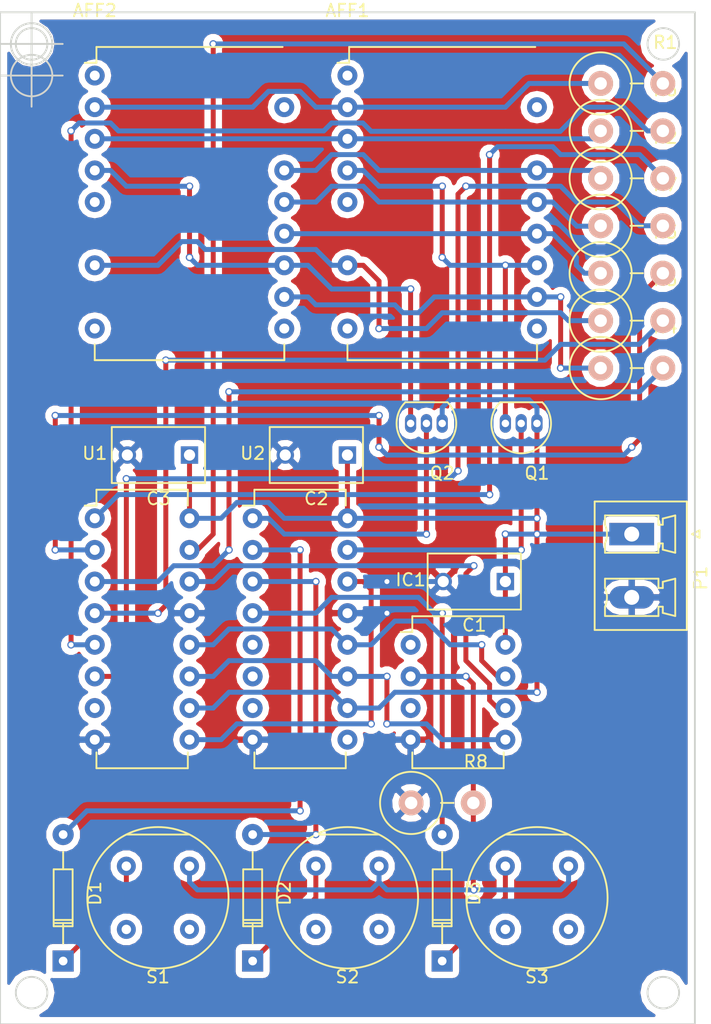
<source format=kicad_pcb>
(kicad_pcb (version 4) (host pcbnew 4.0.5)

  (general
    (links 62)
    (no_connects 0)
    (area 129.464999 40.564999 185.495001 121.995001)
    (thickness 1.6)
    (drawings 13)
    (tracks 305)
    (zones 0)
    (modules 25)
    (nets 32)
  )

  (page A4)
  (layers
    (0 F.Cu signal)
    (31 B.Cu signal)
    (32 B.Adhes user hide)
    (33 F.Adhes user hide)
    (34 B.Paste user hide)
    (35 F.Paste user hide)
    (36 B.SilkS user hide)
    (37 F.SilkS user)
    (38 B.Mask user)
    (39 F.Mask user)
    (40 Dwgs.User user hide)
    (41 Cmts.User user hide)
    (42 Eco1.User user hide)
    (43 Eco2.User user hide)
    (44 Edge.Cuts user hide)
    (45 Margin user)
    (46 B.CrtYd user hide)
    (47 F.CrtYd user hide)
    (48 B.Fab user hide)
    (49 F.Fab user hide)
  )

  (setup
    (last_trace_width 0.39878)
    (trace_clearance 0.2032)
    (zone_clearance 0.508)
    (zone_45_only no)
    (trace_min 0.254)
    (segment_width 0.2)
    (edge_width 0.15)
    (via_size 0.6)
    (via_drill 0.4)
    (via_min_size 0.4064)
    (via_min_drill 0.3048)
    (uvia_size 0.3)
    (uvia_drill 0.1)
    (uvias_allowed no)
    (uvia_min_size 0.2)
    (uvia_min_drill 0.1)
    (pcb_text_width 0.3)
    (pcb_text_size 1.5 1.5)
    (mod_edge_width 0.15)
    (mod_text_size 1 1)
    (mod_text_width 0.15)
    (pad_size 1.524 1.524)
    (pad_drill 0.762)
    (pad_to_mask_clearance 0.2)
    (aux_axis_origin 0 0)
    (visible_elements FFFFEF7F)
    (pcbplotparams
      (layerselection 0x010e0_80000001)
      (usegerberextensions false)
      (excludeedgelayer true)
      (linewidth 0.100000)
      (plotframeref true)
      (viasonmask false)
      (mode 1)
      (useauxorigin false)
      (hpglpennumber 1)
      (hpglpenspeed 20)
      (hpglpendiameter 15)
      (hpglpenoverlay 2)
      (psnegative false)
      (psa4output false)
      (plotreference true)
      (plotvalue true)
      (plotinvisibletext false)
      (padsonsilk false)
      (subtractmaskfromsilk false)
      (outputformat 4)
      (mirror false)
      (drillshape 0)
      (scaleselection 1)
      (outputdirectory ""))
  )

  (net 0 "")
  (net 1 /Qa)
  (net 2 /Qf)
  (net 3 "Net-(AFF1-Pad12)")
  (net 4 /Qe)
  (net 5 /Qd)
  (net 6 /Qc)
  (net 7 /Qg)
  (net 8 /Qb)
  (net 9 "Net-(AFF2-Pad12)")
  (net 10 VCC)
  (net 11 GND)
  (net 12 /Qs1)
  (net 13 "Net-(D1-Pad1)")
  (net 14 /Qs2)
  (net 15 "Net-(D2-Pad1)")
  (net 16 /Qs3)
  (net 17 "Net-(D3-Pad1)")
  (net 18 /pb3)
  (net 19 /pb0)
  (net 20 /pb1)
  (net 21 /pb2)
  (net 22 /digit_0)
  (net 23 /digit_1)
  (net 24 "Net-(R1-Pad2)")
  (net 25 "Net-(R2-Pad2)")
  (net 26 "Net-(R3-Pad2)")
  (net 27 "Net-(R4-Pad2)")
  (net 28 "Net-(R5-Pad2)")
  (net 29 "Net-(R6-Pad2)")
  (net 30 "Net-(R7-Pad2)")
  (net 31 "Net-(U1-Pad9)")

  (net_class Default "This is the default net class."
    (clearance 0.2032)
    (trace_width 0.39878)
    (via_dia 0.6)
    (via_drill 0.4)
    (uvia_dia 0.3)
    (uvia_drill 0.1)
    (add_net /Qa)
    (add_net /Qb)
    (add_net /Qc)
    (add_net /Qd)
    (add_net /Qe)
    (add_net /Qf)
    (add_net /Qg)
    (add_net /Qs1)
    (add_net /Qs2)
    (add_net /Qs3)
    (add_net /digit_0)
    (add_net /digit_1)
    (add_net /pb0)
    (add_net /pb1)
    (add_net /pb2)
    (add_net /pb3)
    (add_net GND)
    (add_net "Net-(AFF1-Pad12)")
    (add_net "Net-(AFF2-Pad12)")
    (add_net "Net-(D1-Pad1)")
    (add_net "Net-(D2-Pad1)")
    (add_net "Net-(D3-Pad1)")
    (add_net "Net-(R1-Pad2)")
    (add_net "Net-(R2-Pad2)")
    (add_net "Net-(R3-Pad2)")
    (add_net "Net-(R4-Pad2)")
    (add_net "Net-(R5-Pad2)")
    (add_net "Net-(R6-Pad2)")
    (add_net "Net-(R7-Pad2)")
    (add_net "Net-(U1-Pad9)")
    (add_net VCC)
  )

  (module Local_Displays:MAN8610 (layer F.Cu) (tedit 588ECED3) (tstamp 588FCB54)
    (at 157.48 45.72)
    (descr MAN8610)
    (tags "dil dip 2.54 600")
    (path /588ED044)
    (fp_text reference AFF1 (at 0 -5.22) (layer F.SilkS)
      (effects (font (size 1 1) (thickness 0.15)))
    )
    (fp_text value MAN8610 (at 0 -3.72) (layer F.Fab)
      (effects (font (size 1 1) (thickness 0.15)))
    )
    (fp_line (start 15.24 22.86) (end 0 22.86) (layer F.SilkS) (width 0.15))
    (fp_line (start 15.24 21.59) (end 15.24 22.86) (layer F.SilkS) (width 0.15))
    (fp_line (start 15.24 21.59) (end 15.24 22.86) (layer F.SilkS) (width 0.15))
    (fp_line (start 15.24 22.86) (end 0 22.86) (layer F.SilkS) (width 0.15))
    (fp_line (start 0 22.86) (end 0 21.59) (layer F.SilkS) (width 0.15))
    (fp_line (start -1.05 -2.45) (end -1.05 24.05) (layer F.CrtYd) (width 0.05))
    (fp_line (start 16.3 -2.45) (end 16.3 24.05) (layer F.CrtYd) (width 0.05))
    (fp_line (start -1.05 -2.45) (end 16.3 -2.45) (layer F.CrtYd) (width 0.05))
    (fp_line (start -1.05 24.05) (end 16.3 24.05) (layer F.CrtYd) (width 0.05))
    (fp_line (start 0.135 -2.295) (end 0.135 -1.025) (layer F.SilkS) (width 0.15))
    (fp_line (start 0.135 -2.295) (end 15.105 -2.295) (layer F.SilkS) (width 0.15))
    (fp_line (start 0.135 -1.025) (end -0.8 -1.025) (layer F.SilkS) (width 0.15))
    (pad 1 thru_hole oval (at 0 0) (size 1.6 1.6) (drill 0.8) (layers *.Cu *.Mask))
    (pad 2 thru_hole oval (at 0 2.54) (size 1.6 1.6) (drill 0.8) (layers *.Cu *.Mask)
      (net 1 /Qa))
    (pad 3 thru_hole oval (at 0 5.08) (size 1.6 1.6) (drill 0.8) (layers *.Cu *.Mask)
      (net 2 /Qf))
    (pad 4 thru_hole oval (at 0 7.62) (size 1.6 1.6) (drill 0.8) (layers *.Cu *.Mask)
      (net 3 "Net-(AFF1-Pad12)"))
    (pad 5 thru_hole oval (at 0 10.16) (size 1.6 1.6) (drill 0.8) (layers *.Cu *.Mask))
    (pad 7 thru_hole oval (at 0 15.24) (size 1.6 1.6) (drill 0.8) (layers *.Cu *.Mask)
      (net 4 /Qe))
    (pad 9 thru_hole oval (at 0 20.32) (size 1.6 1.6) (drill 0.8) (layers *.Cu *.Mask))
    (pad 10 thru_hole oval (at 15.24 20.32) (size 1.6 1.6) (drill 0.8) (layers *.Cu *.Mask))
    (pad 11 thru_hole oval (at 15.24 17.78) (size 1.6 1.6) (drill 0.8) (layers *.Cu *.Mask)
      (net 5 /Qd))
    (pad 12 thru_hole oval (at 15.24 15.24) (size 1.6 1.6) (drill 0.8) (layers *.Cu *.Mask)
      (net 3 "Net-(AFF1-Pad12)"))
    (pad 13 thru_hole oval (at 15.24 12.7) (size 1.6 1.6) (drill 0.8) (layers *.Cu *.Mask)
      (net 6 /Qc))
    (pad 14 thru_hole oval (at 15.24 10.16) (size 1.6 1.6) (drill 0.8) (layers *.Cu *.Mask)
      (net 7 /Qg))
    (pad 15 thru_hole oval (at 15.24 7.62) (size 1.6 1.6) (drill 0.8) (layers *.Cu *.Mask)
      (net 8 /Qb))
    (pad 17 thru_hole oval (at 15.24 2.54) (size 1.6 1.6) (drill 0.8) (layers *.Cu *.Mask))
  )

  (module Local_Displays:MAN8610 (layer F.Cu) (tedit 588ECED3) (tstamp 588FCB72)
    (at 137.16 45.72)
    (descr MAN8610)
    (tags "dil dip 2.54 600")
    (path /588ED090)
    (fp_text reference AFF2 (at 0 -5.22) (layer F.SilkS)
      (effects (font (size 1 1) (thickness 0.15)))
    )
    (fp_text value MAN8610 (at 0 -3.72) (layer F.Fab)
      (effects (font (size 1 1) (thickness 0.15)))
    )
    (fp_line (start 15.24 22.86) (end 0 22.86) (layer F.SilkS) (width 0.15))
    (fp_line (start 15.24 21.59) (end 15.24 22.86) (layer F.SilkS) (width 0.15))
    (fp_line (start 15.24 21.59) (end 15.24 22.86) (layer F.SilkS) (width 0.15))
    (fp_line (start 15.24 22.86) (end 0 22.86) (layer F.SilkS) (width 0.15))
    (fp_line (start 0 22.86) (end 0 21.59) (layer F.SilkS) (width 0.15))
    (fp_line (start -1.05 -2.45) (end -1.05 24.05) (layer F.CrtYd) (width 0.05))
    (fp_line (start 16.3 -2.45) (end 16.3 24.05) (layer F.CrtYd) (width 0.05))
    (fp_line (start -1.05 -2.45) (end 16.3 -2.45) (layer F.CrtYd) (width 0.05))
    (fp_line (start -1.05 24.05) (end 16.3 24.05) (layer F.CrtYd) (width 0.05))
    (fp_line (start 0.135 -2.295) (end 0.135 -1.025) (layer F.SilkS) (width 0.15))
    (fp_line (start 0.135 -2.295) (end 15.105 -2.295) (layer F.SilkS) (width 0.15))
    (fp_line (start 0.135 -1.025) (end -0.8 -1.025) (layer F.SilkS) (width 0.15))
    (pad 1 thru_hole oval (at 0 0) (size 1.6 1.6) (drill 0.8) (layers *.Cu *.Mask))
    (pad 2 thru_hole oval (at 0 2.54) (size 1.6 1.6) (drill 0.8) (layers *.Cu *.Mask)
      (net 1 /Qa))
    (pad 3 thru_hole oval (at 0 5.08) (size 1.6 1.6) (drill 0.8) (layers *.Cu *.Mask)
      (net 2 /Qf))
    (pad 4 thru_hole oval (at 0 7.62) (size 1.6 1.6) (drill 0.8) (layers *.Cu *.Mask)
      (net 9 "Net-(AFF2-Pad12)"))
    (pad 5 thru_hole oval (at 0 10.16) (size 1.6 1.6) (drill 0.8) (layers *.Cu *.Mask))
    (pad 7 thru_hole oval (at 0 15.24) (size 1.6 1.6) (drill 0.8) (layers *.Cu *.Mask)
      (net 4 /Qe))
    (pad 9 thru_hole oval (at 0 20.32) (size 1.6 1.6) (drill 0.8) (layers *.Cu *.Mask))
    (pad 10 thru_hole oval (at 15.24 20.32) (size 1.6 1.6) (drill 0.8) (layers *.Cu *.Mask))
    (pad 11 thru_hole oval (at 15.24 17.78) (size 1.6 1.6) (drill 0.8) (layers *.Cu *.Mask)
      (net 5 /Qd))
    (pad 12 thru_hole oval (at 15.24 15.24) (size 1.6 1.6) (drill 0.8) (layers *.Cu *.Mask)
      (net 9 "Net-(AFF2-Pad12)"))
    (pad 13 thru_hole oval (at 15.24 12.7) (size 1.6 1.6) (drill 0.8) (layers *.Cu *.Mask)
      (net 6 /Qc))
    (pad 14 thru_hole oval (at 15.24 10.16) (size 1.6 1.6) (drill 0.8) (layers *.Cu *.Mask)
      (net 7 /Qg))
    (pad 15 thru_hole oval (at 15.24 7.62) (size 1.6 1.6) (drill 0.8) (layers *.Cu *.Mask)
      (net 8 /Qb))
    (pad 17 thru_hole oval (at 15.24 2.54) (size 1.6 1.6) (drill 0.8) (layers *.Cu *.Mask))
  )

  (module Local_Displays:e_switch (layer F.Cu) (tedit 588EA71E) (tstamp 588FCC46)
    (at 142.24 111.76)
    (path /588EC809)
    (fp_text reference S1 (at 0 6.35) (layer F.SilkS)
      (effects (font (size 1 1) (thickness 0.15)))
    )
    (fp_text value KS-00Q-01 (at 0 5.08) (layer F.Fab)
      (effects (font (size 1 1) (thickness 0.15)))
    )
    (fp_line (start -2.54 -5.08) (end 2.54 -5.08) (layer F.SilkS) (width 0.15))
    (fp_circle (center 0 0) (end 5.08 2.54) (layer F.SilkS) (width 0.15))
    (pad 1 thru_hole circle (at -2.54 -2.54) (size 1.524 1.524) (drill 0.762) (layers *.Cu *.Mask)
      (net 13 "Net-(D1-Pad1)"))
    (pad 2 thru_hole circle (at 2.54 -2.54) (size 1.524 1.524) (drill 0.762) (layers *.Cu *.Mask)
      (net 18 /pb3))
    (pad 3 thru_hole circle (at -2.54 2.54) (size 1.524 1.524) (drill 0.762) (layers *.Cu *.Mask))
    (pad 4 thru_hole circle (at 2.54 2.54) (size 1.524 1.524) (drill 0.762) (layers *.Cu *.Mask))
  )

  (module Local_Displays:e_switch (layer F.Cu) (tedit 588EA71E) (tstamp 588FCC50)
    (at 157.48 111.76)
    (path /588ED54E)
    (fp_text reference S2 (at 0 6.35) (layer F.SilkS)
      (effects (font (size 1 1) (thickness 0.15)))
    )
    (fp_text value KS-00Q-01 (at 0 5.08) (layer F.Fab)
      (effects (font (size 1 1) (thickness 0.15)))
    )
    (fp_line (start -2.54 -5.08) (end 2.54 -5.08) (layer F.SilkS) (width 0.15))
    (fp_circle (center 0 0) (end 5.08 2.54) (layer F.SilkS) (width 0.15))
    (pad 1 thru_hole circle (at -2.54 -2.54) (size 1.524 1.524) (drill 0.762) (layers *.Cu *.Mask)
      (net 15 "Net-(D2-Pad1)"))
    (pad 2 thru_hole circle (at 2.54 -2.54) (size 1.524 1.524) (drill 0.762) (layers *.Cu *.Mask)
      (net 18 /pb3))
    (pad 3 thru_hole circle (at -2.54 2.54) (size 1.524 1.524) (drill 0.762) (layers *.Cu *.Mask))
    (pad 4 thru_hole circle (at 2.54 2.54) (size 1.524 1.524) (drill 0.762) (layers *.Cu *.Mask))
  )

  (module Local_Displays:e_switch (layer F.Cu) (tedit 588EA71E) (tstamp 588FCC5A)
    (at 172.72 111.76)
    (path /588ED593)
    (fp_text reference S3 (at 0 6.35) (layer F.SilkS)
      (effects (font (size 1 1) (thickness 0.15)))
    )
    (fp_text value KS-00Q-01 (at 0 5.08) (layer F.Fab)
      (effects (font (size 1 1) (thickness 0.15)))
    )
    (fp_line (start -2.54 -5.08) (end 2.54 -5.08) (layer F.SilkS) (width 0.15))
    (fp_circle (center 0 0) (end 5.08 2.54) (layer F.SilkS) (width 0.15))
    (pad 1 thru_hole circle (at -2.54 -2.54) (size 1.524 1.524) (drill 0.762) (layers *.Cu *.Mask)
      (net 17 "Net-(D3-Pad1)"))
    (pad 2 thru_hole circle (at 2.54 -2.54) (size 1.524 1.524) (drill 0.762) (layers *.Cu *.Mask)
      (net 18 /pb3))
    (pad 3 thru_hole circle (at -2.54 2.54) (size 1.524 1.524) (drill 0.762) (layers *.Cu *.Mask))
    (pad 4 thru_hole circle (at 2.54 2.54) (size 1.524 1.524) (drill 0.762) (layers *.Cu *.Mask))
  )

  (module Housings_DIP:DIP-16_W7.62mm (layer F.Cu) (tedit 54130A77) (tstamp 588FCC98)
    (at 149.86 81.28)
    (descr "16-lead dip package, row spacing 7.62 mm (300 mils)")
    (tags "dil dip 2.54 300")
    (path /588EC63C)
    (fp_text reference U2 (at 0 -5.22) (layer F.SilkS)
      (effects (font (size 1 1) (thickness 0.15)))
    )
    (fp_text value 74HC595 (at 0 -3.72) (layer F.Fab)
      (effects (font (size 1 1) (thickness 0.15)))
    )
    (fp_line (start -1.05 -2.45) (end -1.05 20.25) (layer F.CrtYd) (width 0.05))
    (fp_line (start 8.65 -2.45) (end 8.65 20.25) (layer F.CrtYd) (width 0.05))
    (fp_line (start -1.05 -2.45) (end 8.65 -2.45) (layer F.CrtYd) (width 0.05))
    (fp_line (start -1.05 20.25) (end 8.65 20.25) (layer F.CrtYd) (width 0.05))
    (fp_line (start 0.135 -2.295) (end 0.135 -1.025) (layer F.SilkS) (width 0.15))
    (fp_line (start 7.485 -2.295) (end 7.485 -1.025) (layer F.SilkS) (width 0.15))
    (fp_line (start 7.485 20.075) (end 7.485 18.805) (layer F.SilkS) (width 0.15))
    (fp_line (start 0.135 20.075) (end 0.135 18.805) (layer F.SilkS) (width 0.15))
    (fp_line (start 0.135 -2.295) (end 7.485 -2.295) (layer F.SilkS) (width 0.15))
    (fp_line (start 0.135 20.075) (end 7.485 20.075) (layer F.SilkS) (width 0.15))
    (fp_line (start 0.135 -1.025) (end -0.8 -1.025) (layer F.SilkS) (width 0.15))
    (pad 1 thru_hole oval (at 0 0) (size 1.6 1.6) (drill 0.8) (layers *.Cu *.Mask)
      (net 23 /digit_1))
    (pad 2 thru_hole oval (at 0 2.54) (size 1.6 1.6) (drill 0.8) (layers *.Cu *.Mask)
      (net 12 /Qs1))
    (pad 3 thru_hole oval (at 0 5.08) (size 1.6 1.6) (drill 0.8) (layers *.Cu *.Mask)
      (net 14 /Qs2))
    (pad 4 thru_hole oval (at 0 7.62) (size 1.6 1.6) (drill 0.8) (layers *.Cu *.Mask)
      (net 16 /Qs3))
    (pad 5 thru_hole oval (at 0 10.16) (size 1.6 1.6) (drill 0.8) (layers *.Cu *.Mask))
    (pad 6 thru_hole oval (at 0 12.7) (size 1.6 1.6) (drill 0.8) (layers *.Cu *.Mask))
    (pad 7 thru_hole oval (at 0 15.24) (size 1.6 1.6) (drill 0.8) (layers *.Cu *.Mask))
    (pad 8 thru_hole oval (at 0 17.78) (size 1.6 1.6) (drill 0.8) (layers *.Cu *.Mask)
      (net 11 GND))
    (pad 9 thru_hole oval (at 7.62 17.78) (size 1.6 1.6) (drill 0.8) (layers *.Cu *.Mask))
    (pad 10 thru_hole oval (at 7.62 15.24) (size 1.6 1.6) (drill 0.8) (layers *.Cu *.Mask)
      (net 10 VCC))
    (pad 11 thru_hole oval (at 7.62 12.7) (size 1.6 1.6) (drill 0.8) (layers *.Cu *.Mask)
      (net 19 /pb0))
    (pad 12 thru_hole oval (at 7.62 10.16) (size 1.6 1.6) (drill 0.8) (layers *.Cu *.Mask)
      (net 21 /pb2))
    (pad 13 thru_hole oval (at 7.62 7.62) (size 1.6 1.6) (drill 0.8) (layers *.Cu *.Mask)
      (net 11 GND))
    (pad 14 thru_hole oval (at 7.62 5.08) (size 1.6 1.6) (drill 0.8) (layers *.Cu *.Mask)
      (net 31 "Net-(U1-Pad9)"))
    (pad 15 thru_hole oval (at 7.62 2.54) (size 1.6 1.6) (drill 0.8) (layers *.Cu *.Mask)
      (net 22 /digit_0))
    (pad 16 thru_hole oval (at 7.62 0) (size 1.6 1.6) (drill 0.8) (layers *.Cu *.Mask)
      (net 10 VCC))
    (model Housings_DIP.3dshapes/DIP-16_W7.62mm.wrl
      (at (xyz 0 0 0))
      (scale (xyz 1 1 1))
      (rotate (xyz 0 0 0))
    )
  )

  (module Housings_DIP:DIP-16_W7.62mm (layer F.Cu) (tedit 54130A77) (tstamp 588FCC79)
    (at 137.16 81.28)
    (descr "16-lead dip package, row spacing 7.62 mm (300 mils)")
    (tags "dil dip 2.54 300")
    (path /588EC5FC)
    (fp_text reference U1 (at 0 -5.22) (layer F.SilkS)
      (effects (font (size 1 1) (thickness 0.15)))
    )
    (fp_text value 74HC595 (at 0 -3.72) (layer F.Fab)
      (effects (font (size 1 1) (thickness 0.15)))
    )
    (fp_line (start -1.05 -2.45) (end -1.05 20.25) (layer F.CrtYd) (width 0.05))
    (fp_line (start 8.65 -2.45) (end 8.65 20.25) (layer F.CrtYd) (width 0.05))
    (fp_line (start -1.05 -2.45) (end 8.65 -2.45) (layer F.CrtYd) (width 0.05))
    (fp_line (start -1.05 20.25) (end 8.65 20.25) (layer F.CrtYd) (width 0.05))
    (fp_line (start 0.135 -2.295) (end 0.135 -1.025) (layer F.SilkS) (width 0.15))
    (fp_line (start 7.485 -2.295) (end 7.485 -1.025) (layer F.SilkS) (width 0.15))
    (fp_line (start 7.485 20.075) (end 7.485 18.805) (layer F.SilkS) (width 0.15))
    (fp_line (start 0.135 20.075) (end 0.135 18.805) (layer F.SilkS) (width 0.15))
    (fp_line (start 0.135 -2.295) (end 7.485 -2.295) (layer F.SilkS) (width 0.15))
    (fp_line (start 0.135 20.075) (end 7.485 20.075) (layer F.SilkS) (width 0.15))
    (fp_line (start 0.135 -1.025) (end -0.8 -1.025) (layer F.SilkS) (width 0.15))
    (pad 1 thru_hole oval (at 0 0) (size 1.6 1.6) (drill 0.8) (layers *.Cu *.Mask)
      (net 25 "Net-(R2-Pad2)"))
    (pad 2 thru_hole oval (at 0 2.54) (size 1.6 1.6) (drill 0.8) (layers *.Cu *.Mask)
      (net 26 "Net-(R3-Pad2)"))
    (pad 3 thru_hole oval (at 0 5.08) (size 1.6 1.6) (drill 0.8) (layers *.Cu *.Mask)
      (net 27 "Net-(R4-Pad2)"))
    (pad 4 thru_hole oval (at 0 7.62) (size 1.6 1.6) (drill 0.8) (layers *.Cu *.Mask)
      (net 28 "Net-(R5-Pad2)"))
    (pad 5 thru_hole oval (at 0 10.16) (size 1.6 1.6) (drill 0.8) (layers *.Cu *.Mask)
      (net 29 "Net-(R6-Pad2)"))
    (pad 6 thru_hole oval (at 0 12.7) (size 1.6 1.6) (drill 0.8) (layers *.Cu *.Mask)
      (net 30 "Net-(R7-Pad2)"))
    (pad 7 thru_hole oval (at 0 15.24) (size 1.6 1.6) (drill 0.8) (layers *.Cu *.Mask))
    (pad 8 thru_hole oval (at 0 17.78) (size 1.6 1.6) (drill 0.8) (layers *.Cu *.Mask)
      (net 11 GND))
    (pad 9 thru_hole oval (at 7.62 17.78) (size 1.6 1.6) (drill 0.8) (layers *.Cu *.Mask)
      (net 31 "Net-(U1-Pad9)"))
    (pad 10 thru_hole oval (at 7.62 15.24) (size 1.6 1.6) (drill 0.8) (layers *.Cu *.Mask)
      (net 10 VCC))
    (pad 11 thru_hole oval (at 7.62 12.7) (size 1.6 1.6) (drill 0.8) (layers *.Cu *.Mask)
      (net 19 /pb0))
    (pad 12 thru_hole oval (at 7.62 10.16) (size 1.6 1.6) (drill 0.8) (layers *.Cu *.Mask)
      (net 21 /pb2))
    (pad 13 thru_hole oval (at 7.62 7.62) (size 1.6 1.6) (drill 0.8) (layers *.Cu *.Mask)
      (net 11 GND))
    (pad 14 thru_hole oval (at 7.62 5.08) (size 1.6 1.6) (drill 0.8) (layers *.Cu *.Mask)
      (net 20 /pb1))
    (pad 15 thru_hole oval (at 7.62 2.54) (size 1.6 1.6) (drill 0.8) (layers *.Cu *.Mask)
      (net 24 "Net-(R1-Pad2)"))
    (pad 16 thru_hole oval (at 7.62 0) (size 1.6 1.6) (drill 0.8) (layers *.Cu *.Mask)
      (net 10 VCC))
    (model Housings_DIP.3dshapes/DIP-16_W7.62mm.wrl
      (at (xyz 0 0 0))
      (scale (xyz 1 1 1))
      (rotate (xyz 0 0 0))
    )
  )

  (module Resistors_THT:Resistor_Vertical_RM5mm (layer F.Cu) (tedit 0) (tstamp 588FCC3C)
    (at 165.1 104.14)
    (descr "Resistor, Vertical, RM 5mm, 1/3W,")
    (tags "Resistor, Vertical, RM 5mm, 1/3W,")
    (path /588ED94A)
    (fp_text reference R8 (at 2.70002 -3.29946) (layer F.SilkS)
      (effects (font (size 1 1) (thickness 0.15)))
    )
    (fp_text value 10K (at 0 4.50088) (layer F.Fab)
      (effects (font (size 1 1) (thickness 0.15)))
    )
    (fp_line (start -0.09906 0) (end 0.9017 0) (layer F.SilkS) (width 0.15))
    (fp_circle (center -2.49936 0) (end 0 0) (layer F.SilkS) (width 0.15))
    (pad 1 thru_hole circle (at -2.49936 0) (size 1.99898 1.99898) (drill 1.00076) (layers *.Cu *.SilkS *.Mask)
      (net 11 GND))
    (pad 2 thru_hole circle (at 2.5019 0) (size 1.99898 1.99898) (drill 1.00076) (layers *.Cu *.SilkS *.Mask)
      (net 18 /pb3))
  )

  (module Resistors_THT:Resistor_Vertical_RM5mm (layer F.Cu) (tedit 0) (tstamp 588FCC34)
    (at 180.34 57.785)
    (descr "Resistor, Vertical, RM 5mm, 1/3W,")
    (tags "Resistor, Vertical, RM 5mm, 1/3W,")
    (path /588ED414)
    (fp_text reference R7 (at 2.70002 -3.29946) (layer F.SilkS)
      (effects (font (size 1 1) (thickness 0.15)))
    )
    (fp_text value R (at 0 4.50088) (layer F.Fab)
      (effects (font (size 1 1) (thickness 0.15)))
    )
    (fp_line (start -0.09906 0) (end 0.9017 0) (layer F.SilkS) (width 0.15))
    (fp_circle (center -2.49936 0) (end 0 0) (layer F.SilkS) (width 0.15))
    (pad 1 thru_hole circle (at -2.49936 0) (size 1.99898 1.99898) (drill 1.00076) (layers *.Cu *.SilkS *.Mask)
      (net 7 /Qg))
    (pad 2 thru_hole circle (at 2.5019 0) (size 1.99898 1.99898) (drill 1.00076) (layers *.Cu *.SilkS *.Mask)
      (net 30 "Net-(R7-Pad2)"))
  )

  (module Resistors_THT:Resistor_Vertical_RM5mm (layer F.Cu) (tedit 0) (tstamp 588FCC2C)
    (at 180.34 50.165)
    (descr "Resistor, Vertical, RM 5mm, 1/3W,")
    (tags "Resistor, Vertical, RM 5mm, 1/3W,")
    (path /588ED3DA)
    (fp_text reference R6 (at 2.70002 -3.29946) (layer F.SilkS)
      (effects (font (size 1 1) (thickness 0.15)))
    )
    (fp_text value R (at 0 4.50088) (layer F.Fab)
      (effects (font (size 1 1) (thickness 0.15)))
    )
    (fp_line (start -0.09906 0) (end 0.9017 0) (layer F.SilkS) (width 0.15))
    (fp_circle (center -2.49936 0) (end 0 0) (layer F.SilkS) (width 0.15))
    (pad 1 thru_hole circle (at -2.49936 0) (size 1.99898 1.99898) (drill 1.00076) (layers *.Cu *.SilkS *.Mask)
      (net 2 /Qf))
    (pad 2 thru_hole circle (at 2.5019 0) (size 1.99898 1.99898) (drill 1.00076) (layers *.Cu *.SilkS *.Mask)
      (net 29 "Net-(R6-Pad2)"))
  )

  (module Resistors_THT:Resistor_Vertical_RM5mm (layer F.Cu) (tedit 0) (tstamp 588FCC24)
    (at 180.34 65.405)
    (descr "Resistor, Vertical, RM 5mm, 1/3W,")
    (tags "Resistor, Vertical, RM 5mm, 1/3W,")
    (path /588ED381)
    (fp_text reference R5 (at 2.70002 -3.29946) (layer F.SilkS)
      (effects (font (size 1 1) (thickness 0.15)))
    )
    (fp_text value R (at 0 4.50088) (layer F.Fab)
      (effects (font (size 1 1) (thickness 0.15)))
    )
    (fp_line (start -0.09906 0) (end 0.9017 0) (layer F.SilkS) (width 0.15))
    (fp_circle (center -2.49936 0) (end 0 0) (layer F.SilkS) (width 0.15))
    (pad 1 thru_hole circle (at -2.49936 0) (size 1.99898 1.99898) (drill 1.00076) (layers *.Cu *.SilkS *.Mask)
      (net 4 /Qe))
    (pad 2 thru_hole circle (at 2.5019 0) (size 1.99898 1.99898) (drill 1.00076) (layers *.Cu *.SilkS *.Mask)
      (net 28 "Net-(R5-Pad2)"))
  )

  (module Resistors_THT:Resistor_Vertical_RM5mm (layer F.Cu) (tedit 0) (tstamp 588FCC1C)
    (at 180.34 69.215)
    (descr "Resistor, Vertical, RM 5mm, 1/3W,")
    (tags "Resistor, Vertical, RM 5mm, 1/3W,")
    (path /588ED309)
    (fp_text reference R4 (at 2.70002 -3.29946) (layer F.SilkS)
      (effects (font (size 1 1) (thickness 0.15)))
    )
    (fp_text value R (at 0 4.50088) (layer F.Fab)
      (effects (font (size 1 1) (thickness 0.15)))
    )
    (fp_line (start -0.09906 0) (end 0.9017 0) (layer F.SilkS) (width 0.15))
    (fp_circle (center -2.49936 0) (end 0 0) (layer F.SilkS) (width 0.15))
    (pad 1 thru_hole circle (at -2.49936 0) (size 1.99898 1.99898) (drill 1.00076) (layers *.Cu *.SilkS *.Mask)
      (net 5 /Qd))
    (pad 2 thru_hole circle (at 2.5019 0) (size 1.99898 1.99898) (drill 1.00076) (layers *.Cu *.SilkS *.Mask)
      (net 27 "Net-(R4-Pad2)"))
  )

  (module Resistors_THT:Resistor_Vertical_RM5mm (layer F.Cu) (tedit 0) (tstamp 588FCC14)
    (at 180.34 61.595)
    (descr "Resistor, Vertical, RM 5mm, 1/3W,")
    (tags "Resistor, Vertical, RM 5mm, 1/3W,")
    (path /588ED198)
    (fp_text reference R3 (at 2.70002 -3.29946) (layer F.SilkS)
      (effects (font (size 1 1) (thickness 0.15)))
    )
    (fp_text value R (at 0 4.50088) (layer F.Fab)
      (effects (font (size 1 1) (thickness 0.15)))
    )
    (fp_line (start -0.09906 0) (end 0.9017 0) (layer F.SilkS) (width 0.15))
    (fp_circle (center -2.49936 0) (end 0 0) (layer F.SilkS) (width 0.15))
    (pad 1 thru_hole circle (at -2.49936 0) (size 1.99898 1.99898) (drill 1.00076) (layers *.Cu *.SilkS *.Mask)
      (net 6 /Qc))
    (pad 2 thru_hole circle (at 2.5019 0) (size 1.99898 1.99898) (drill 1.00076) (layers *.Cu *.SilkS *.Mask)
      (net 26 "Net-(R3-Pad2)"))
  )

  (module Resistors_THT:Resistor_Vertical_RM5mm (layer F.Cu) (tedit 0) (tstamp 588FCC0C)
    (at 180.34 53.975)
    (descr "Resistor, Vertical, RM 5mm, 1/3W,")
    (tags "Resistor, Vertical, RM 5mm, 1/3W,")
    (path /588ED167)
    (fp_text reference R2 (at 2.70002 -3.29946) (layer F.SilkS)
      (effects (font (size 1 1) (thickness 0.15)))
    )
    (fp_text value R (at 0 4.50088) (layer F.Fab)
      (effects (font (size 1 1) (thickness 0.15)))
    )
    (fp_line (start -0.09906 0) (end 0.9017 0) (layer F.SilkS) (width 0.15))
    (fp_circle (center -2.49936 0) (end 0 0) (layer F.SilkS) (width 0.15))
    (pad 1 thru_hole circle (at -2.49936 0) (size 1.99898 1.99898) (drill 1.00076) (layers *.Cu *.SilkS *.Mask)
      (net 8 /Qb))
    (pad 2 thru_hole circle (at 2.5019 0) (size 1.99898 1.99898) (drill 1.00076) (layers *.Cu *.SilkS *.Mask)
      (net 25 "Net-(R2-Pad2)"))
  )

  (module Resistors_THT:Resistor_Vertical_RM5mm (layer F.Cu) (tedit 0) (tstamp 588FCC04)
    (at 180.34 46.355)
    (descr "Resistor, Vertical, RM 5mm, 1/3W,")
    (tags "Resistor, Vertical, RM 5mm, 1/3W,")
    (path /588EC689)
    (fp_text reference R1 (at 2.70002 -3.29946) (layer F.SilkS)
      (effects (font (size 1 1) (thickness 0.15)))
    )
    (fp_text value R (at 0 4.50088) (layer F.Fab)
      (effects (font (size 1 1) (thickness 0.15)))
    )
    (fp_line (start -0.09906 0) (end 0.9017 0) (layer F.SilkS) (width 0.15))
    (fp_circle (center -2.49936 0) (end 0 0) (layer F.SilkS) (width 0.15))
    (pad 1 thru_hole circle (at -2.49936 0) (size 1.99898 1.99898) (drill 1.00076) (layers *.Cu *.SilkS *.Mask)
      (net 1 /Qa))
    (pad 2 thru_hole circle (at 2.5019 0) (size 1.99898 1.99898) (drill 1.00076) (layers *.Cu *.SilkS *.Mask)
      (net 24 "Net-(R1-Pad2)"))
  )

  (module TO_SOT_Packages_THT:TO-92_Inline_Narrow_Oval (layer F.Cu) (tedit 54F24281) (tstamp 588FCBFC)
    (at 165.1 73.66 180)
    (descr "TO-92 leads in-line, narrow, oval pads, drill 0.6mm (see NXP sot054_po.pdf)")
    (tags "to-92 sc-43 sc-43a sot54 PA33 transistor")
    (path /58917302)
    (fp_text reference Q2 (at 0 -4 180) (layer F.SilkS)
      (effects (font (size 1 1) (thickness 0.15)))
    )
    (fp_text value 2N3906 (at 0 3 180) (layer F.Fab)
      (effects (font (size 1 1) (thickness 0.15)))
    )
    (fp_line (start -1.4 1.95) (end -1.4 -2.65) (layer F.CrtYd) (width 0.05))
    (fp_line (start -1.4 1.95) (end 3.95 1.95) (layer F.CrtYd) (width 0.05))
    (fp_line (start -0.43 1.7) (end 2.97 1.7) (layer F.SilkS) (width 0.15))
    (fp_arc (start 1.27 0) (end 1.27 -2.4) (angle -135) (layer F.SilkS) (width 0.15))
    (fp_arc (start 1.27 0) (end 1.27 -2.4) (angle 135) (layer F.SilkS) (width 0.15))
    (fp_line (start -1.4 -2.65) (end 3.95 -2.65) (layer F.CrtYd) (width 0.05))
    (fp_line (start 3.95 1.95) (end 3.95 -2.65) (layer F.CrtYd) (width 0.05))
    (pad 2 thru_hole oval (at 1.27 0) (size 0.89916 1.50114) (drill 0.6) (layers *.Cu *.Mask)
      (net 23 /digit_1))
    (pad 3 thru_hole oval (at 2.54 0) (size 0.89916 1.50114) (drill 0.6) (layers *.Cu *.Mask)
      (net 9 "Net-(AFF2-Pad12)"))
    (pad 1 thru_hole oval (at 0 0) (size 0.89916 1.50114) (drill 0.6) (layers *.Cu *.Mask)
      (net 10 VCC))
    (model TO_SOT_Packages_THT.3dshapes/TO-92_Inline_Narrow_Oval.wrl
      (at (xyz 0.05 0 0))
      (scale (xyz 1 1 1))
      (rotate (xyz 0 0 -90))
    )
  )

  (module TO_SOT_Packages_THT:TO-92_Inline_Narrow_Oval (layer F.Cu) (tedit 54F24281) (tstamp 588FCBEE)
    (at 172.72 73.66 180)
    (descr "TO-92 leads in-line, narrow, oval pads, drill 0.6mm (see NXP sot054_po.pdf)")
    (tags "to-92 sc-43 sc-43a sot54 PA33 transistor")
    (path /58917524)
    (fp_text reference Q1 (at 0 -4 180) (layer F.SilkS)
      (effects (font (size 1 1) (thickness 0.15)))
    )
    (fp_text value 2N3906 (at 0 3 180) (layer F.Fab)
      (effects (font (size 1 1) (thickness 0.15)))
    )
    (fp_line (start -1.4 1.95) (end -1.4 -2.65) (layer F.CrtYd) (width 0.05))
    (fp_line (start -1.4 1.95) (end 3.95 1.95) (layer F.CrtYd) (width 0.05))
    (fp_line (start -0.43 1.7) (end 2.97 1.7) (layer F.SilkS) (width 0.15))
    (fp_arc (start 1.27 0) (end 1.27 -2.4) (angle -135) (layer F.SilkS) (width 0.15))
    (fp_arc (start 1.27 0) (end 1.27 -2.4) (angle 135) (layer F.SilkS) (width 0.15))
    (fp_line (start -1.4 -2.65) (end 3.95 -2.65) (layer F.CrtYd) (width 0.05))
    (fp_line (start 3.95 1.95) (end 3.95 -2.65) (layer F.CrtYd) (width 0.05))
    (pad 2 thru_hole oval (at 1.27 0) (size 0.89916 1.50114) (drill 0.6) (layers *.Cu *.Mask)
      (net 22 /digit_0))
    (pad 3 thru_hole oval (at 2.54 0) (size 0.89916 1.50114) (drill 0.6) (layers *.Cu *.Mask)
      (net 3 "Net-(AFF1-Pad12)"))
    (pad 1 thru_hole oval (at 0 0) (size 0.89916 1.50114) (drill 0.6) (layers *.Cu *.Mask)
      (net 10 VCC))
    (model TO_SOT_Packages_THT.3dshapes/TO-92_Inline_Narrow_Oval.wrl
      (at (xyz 0.05 0 0))
      (scale (xyz 1 1 1))
      (rotate (xyz 0 0 -90))
    )
  )

  (module Housings_DIP:DIP-8_W7.62mm (layer F.Cu) (tedit 54130A77) (tstamp 588FCBE0)
    (at 162.56 91.44)
    (descr "8-lead dip package, row spacing 7.62 mm (300 mils)")
    (tags "dil dip 2.54 300")
    (path /588EC791)
    (fp_text reference IC1 (at 0 -5.22) (layer F.SilkS)
      (effects (font (size 1 1) (thickness 0.15)))
    )
    (fp_text value ATTINY85-P (at 0 -3.72) (layer F.Fab)
      (effects (font (size 1 1) (thickness 0.15)))
    )
    (fp_line (start -1.05 -2.45) (end -1.05 10.1) (layer F.CrtYd) (width 0.05))
    (fp_line (start 8.65 -2.45) (end 8.65 10.1) (layer F.CrtYd) (width 0.05))
    (fp_line (start -1.05 -2.45) (end 8.65 -2.45) (layer F.CrtYd) (width 0.05))
    (fp_line (start -1.05 10.1) (end 8.65 10.1) (layer F.CrtYd) (width 0.05))
    (fp_line (start 0.135 -2.295) (end 0.135 -1.025) (layer F.SilkS) (width 0.15))
    (fp_line (start 7.485 -2.295) (end 7.485 -1.025) (layer F.SilkS) (width 0.15))
    (fp_line (start 7.485 9.915) (end 7.485 8.645) (layer F.SilkS) (width 0.15))
    (fp_line (start 0.135 9.915) (end 0.135 8.645) (layer F.SilkS) (width 0.15))
    (fp_line (start 0.135 -2.295) (end 7.485 -2.295) (layer F.SilkS) (width 0.15))
    (fp_line (start 0.135 9.915) (end 7.485 9.915) (layer F.SilkS) (width 0.15))
    (fp_line (start 0.135 -1.025) (end -0.8 -1.025) (layer F.SilkS) (width 0.15))
    (pad 1 thru_hole oval (at 0 0) (size 1.6 1.6) (drill 0.8) (layers *.Cu *.Mask))
    (pad 2 thru_hole oval (at 0 2.54) (size 1.6 1.6) (drill 0.8) (layers *.Cu *.Mask)
      (net 18 /pb3))
    (pad 3 thru_hole oval (at 0 5.08) (size 1.6 1.6) (drill 0.8) (layers *.Cu *.Mask))
    (pad 4 thru_hole oval (at 0 7.62) (size 1.6 1.6) (drill 0.8) (layers *.Cu *.Mask)
      (net 11 GND))
    (pad 5 thru_hole oval (at 7.62 7.62) (size 1.6 1.6) (drill 0.8) (layers *.Cu *.Mask)
      (net 19 /pb0))
    (pad 6 thru_hole oval (at 7.62 5.08) (size 1.6 1.6) (drill 0.8) (layers *.Cu *.Mask)
      (net 20 /pb1))
    (pad 7 thru_hole oval (at 7.62 2.54) (size 1.6 1.6) (drill 0.8) (layers *.Cu *.Mask)
      (net 21 /pb2))
    (pad 8 thru_hole oval (at 7.62 0) (size 1.6 1.6) (drill 0.8) (layers *.Cu *.Mask)
      (net 10 VCC))
    (model Housings_DIP.3dshapes/DIP-8_W7.62mm.wrl
      (at (xyz 0 0 0))
      (scale (xyz 1 1 1))
      (rotate (xyz 0 0 0))
    )
  )

  (module Diodes_THT:Diode_DO-35_SOD27_Horizontal_RM10 (layer F.Cu) (tedit 552FFC30) (tstamp 588FCBC9)
    (at 165.1 116.84 90)
    (descr "Diode, DO-35,  SOD27, Horizontal, RM 10mm")
    (tags "Diode, DO-35, SOD27, Horizontal, RM 10mm, 1N4148,")
    (path /588ED845)
    (fp_text reference D3 (at 5.43052 2.53746 90) (layer F.SilkS)
      (effects (font (size 1 1) (thickness 0.15)))
    )
    (fp_text value 1N914 (at 4.41452 -3.55854 90) (layer F.Fab)
      (effects (font (size 1 1) (thickness 0.15)))
    )
    (fp_line (start 7.36652 -0.00254) (end 8.76352 -0.00254) (layer F.SilkS) (width 0.15))
    (fp_line (start 2.92152 -0.00254) (end 1.39752 -0.00254) (layer F.SilkS) (width 0.15))
    (fp_line (start 3.30252 -0.76454) (end 3.30252 0.75946) (layer F.SilkS) (width 0.15))
    (fp_line (start 3.04852 -0.76454) (end 3.04852 0.75946) (layer F.SilkS) (width 0.15))
    (fp_line (start 2.79452 -0.00254) (end 2.79452 0.75946) (layer F.SilkS) (width 0.15))
    (fp_line (start 2.79452 0.75946) (end 7.36652 0.75946) (layer F.SilkS) (width 0.15))
    (fp_line (start 7.36652 0.75946) (end 7.36652 -0.76454) (layer F.SilkS) (width 0.15))
    (fp_line (start 7.36652 -0.76454) (end 2.79452 -0.76454) (layer F.SilkS) (width 0.15))
    (fp_line (start 2.79452 -0.76454) (end 2.79452 -0.00254) (layer F.SilkS) (width 0.15))
    (pad 2 thru_hole circle (at 10.16052 -0.00254 270) (size 1.69926 1.69926) (drill 0.70104) (layers *.Cu *.Mask)
      (net 16 /Qs3))
    (pad 1 thru_hole rect (at 0.00052 -0.00254 270) (size 1.69926 1.69926) (drill 0.70104) (layers *.Cu *.Mask)
      (net 17 "Net-(D3-Pad1)"))
    (model Diodes_ThroughHole.3dshapes/Diode_DO-35_SOD27_Horizontal_RM10.wrl
      (at (xyz 0.2 0 0))
      (scale (xyz 0.4 0.4 0.4))
      (rotate (xyz 0 0 180))
    )
  )

  (module Diodes_THT:Diode_DO-35_SOD27_Horizontal_RM10 (layer F.Cu) (tedit 552FFC30) (tstamp 588FCBBA)
    (at 149.86 116.84 90)
    (descr "Diode, DO-35,  SOD27, Horizontal, RM 10mm")
    (tags "Diode, DO-35, SOD27, Horizontal, RM 10mm, 1N4148,")
    (path /588ED7C6)
    (fp_text reference D2 (at 5.43052 2.53746 90) (layer F.SilkS)
      (effects (font (size 1 1) (thickness 0.15)))
    )
    (fp_text value 1N914 (at 4.41452 -3.55854 90) (layer F.Fab)
      (effects (font (size 1 1) (thickness 0.15)))
    )
    (fp_line (start 7.36652 -0.00254) (end 8.76352 -0.00254) (layer F.SilkS) (width 0.15))
    (fp_line (start 2.92152 -0.00254) (end 1.39752 -0.00254) (layer F.SilkS) (width 0.15))
    (fp_line (start 3.30252 -0.76454) (end 3.30252 0.75946) (layer F.SilkS) (width 0.15))
    (fp_line (start 3.04852 -0.76454) (end 3.04852 0.75946) (layer F.SilkS) (width 0.15))
    (fp_line (start 2.79452 -0.00254) (end 2.79452 0.75946) (layer F.SilkS) (width 0.15))
    (fp_line (start 2.79452 0.75946) (end 7.36652 0.75946) (layer F.SilkS) (width 0.15))
    (fp_line (start 7.36652 0.75946) (end 7.36652 -0.76454) (layer F.SilkS) (width 0.15))
    (fp_line (start 7.36652 -0.76454) (end 2.79452 -0.76454) (layer F.SilkS) (width 0.15))
    (fp_line (start 2.79452 -0.76454) (end 2.79452 -0.00254) (layer F.SilkS) (width 0.15))
    (pad 2 thru_hole circle (at 10.16052 -0.00254 270) (size 1.69926 1.69926) (drill 0.70104) (layers *.Cu *.Mask)
      (net 14 /Qs2))
    (pad 1 thru_hole rect (at 0.00052 -0.00254 270) (size 1.69926 1.69926) (drill 0.70104) (layers *.Cu *.Mask)
      (net 15 "Net-(D2-Pad1)"))
    (model Diodes_ThroughHole.3dshapes/Diode_DO-35_SOD27_Horizontal_RM10.wrl
      (at (xyz 0.2 0 0))
      (scale (xyz 0.4 0.4 0.4))
      (rotate (xyz 0 0 180))
    )
  )

  (module Diodes_THT:Diode_DO-35_SOD27_Horizontal_RM10 (layer F.Cu) (tedit 552FFC30) (tstamp 588FCBAB)
    (at 134.62 116.84 90)
    (descr "Diode, DO-35,  SOD27, Horizontal, RM 10mm")
    (tags "Diode, DO-35, SOD27, Horizontal, RM 10mm, 1N4148,")
    (path /588ED69D)
    (fp_text reference D1 (at 5.43052 2.53746 90) (layer F.SilkS)
      (effects (font (size 1 1) (thickness 0.15)))
    )
    (fp_text value 1N914 (at 4.41452 -3.55854 90) (layer F.Fab)
      (effects (font (size 1 1) (thickness 0.15)))
    )
    (fp_line (start 7.36652 -0.00254) (end 8.76352 -0.00254) (layer F.SilkS) (width 0.15))
    (fp_line (start 2.92152 -0.00254) (end 1.39752 -0.00254) (layer F.SilkS) (width 0.15))
    (fp_line (start 3.30252 -0.76454) (end 3.30252 0.75946) (layer F.SilkS) (width 0.15))
    (fp_line (start 3.04852 -0.76454) (end 3.04852 0.75946) (layer F.SilkS) (width 0.15))
    (fp_line (start 2.79452 -0.00254) (end 2.79452 0.75946) (layer F.SilkS) (width 0.15))
    (fp_line (start 2.79452 0.75946) (end 7.36652 0.75946) (layer F.SilkS) (width 0.15))
    (fp_line (start 7.36652 0.75946) (end 7.36652 -0.76454) (layer F.SilkS) (width 0.15))
    (fp_line (start 7.36652 -0.76454) (end 2.79452 -0.76454) (layer F.SilkS) (width 0.15))
    (fp_line (start 2.79452 -0.76454) (end 2.79452 -0.00254) (layer F.SilkS) (width 0.15))
    (pad 2 thru_hole circle (at 10.16052 -0.00254 270) (size 1.69926 1.69926) (drill 0.70104) (layers *.Cu *.Mask)
      (net 12 /Qs1))
    (pad 1 thru_hole rect (at 0.00052 -0.00254 270) (size 1.69926 1.69926) (drill 0.70104) (layers *.Cu *.Mask)
      (net 13 "Net-(D1-Pad1)"))
    (model Diodes_ThroughHole.3dshapes/Diode_DO-35_SOD27_Horizontal_RM10.wrl
      (at (xyz 0.2 0 0))
      (scale (xyz 0.4 0.4 0.4))
      (rotate (xyz 0 0 180))
    )
  )

  (module Capacitors_THT:C_Disc_D7.5_P5 (layer F.Cu) (tedit 0) (tstamp 588FCB8E)
    (at 157.48 76.2 180)
    (descr "Capacitor 7.5mm Disc, Pitch 5mm")
    (tags Capacitor)
    (path /588EDB32)
    (fp_text reference C2 (at 2.5 -3.5 180) (layer F.SilkS)
      (effects (font (size 1 1) (thickness 0.15)))
    )
    (fp_text value C (at 2.5 3.5 180) (layer F.Fab)
      (effects (font (size 1 1) (thickness 0.15)))
    )
    (fp_line (start -1.5 -2.5) (end 6.5 -2.5) (layer F.CrtYd) (width 0.05))
    (fp_line (start 6.5 -2.5) (end 6.5 2.5) (layer F.CrtYd) (width 0.05))
    (fp_line (start 6.5 2.5) (end -1.5 2.5) (layer F.CrtYd) (width 0.05))
    (fp_line (start -1.5 2.5) (end -1.5 -2.5) (layer F.CrtYd) (width 0.05))
    (fp_line (start -1.25 -2.25) (end 6.25 -2.25) (layer F.SilkS) (width 0.15))
    (fp_line (start 6.25 -2.25) (end 6.25 2.25) (layer F.SilkS) (width 0.15))
    (fp_line (start 6.25 2.25) (end -1.25 2.25) (layer F.SilkS) (width 0.15))
    (fp_line (start -1.25 2.25) (end -1.25 -2.25) (layer F.SilkS) (width 0.15))
    (pad 1 thru_hole rect (at 0 0 180) (size 1.4 1.4) (drill 0.9) (layers *.Cu *.Mask)
      (net 10 VCC))
    (pad 2 thru_hole circle (at 5 0 180) (size 1.4 1.4) (drill 0.9) (layers *.Cu *.Mask)
      (net 11 GND))
    (model Capacitors_ThroughHole.3dshapes/C_Disc_D7.5_P5.wrl
      (at (xyz 0.0984252 0 0))
      (scale (xyz 1 1 1))
      (rotate (xyz 0 0 0))
    )
  )

  (module Capacitors_THT:C_Disc_D7.5_P5 (layer F.Cu) (tedit 0) (tstamp 588FCB80)
    (at 170.18 86.36 180)
    (descr "Capacitor 7.5mm Disc, Pitch 5mm")
    (tags Capacitor)
    (path /588EDABC)
    (fp_text reference C1 (at 2.5 -3.5 180) (layer F.SilkS)
      (effects (font (size 1 1) (thickness 0.15)))
    )
    (fp_text value C (at 2.5 3.5 180) (layer F.Fab)
      (effects (font (size 1 1) (thickness 0.15)))
    )
    (fp_line (start -1.5 -2.5) (end 6.5 -2.5) (layer F.CrtYd) (width 0.05))
    (fp_line (start 6.5 -2.5) (end 6.5 2.5) (layer F.CrtYd) (width 0.05))
    (fp_line (start 6.5 2.5) (end -1.5 2.5) (layer F.CrtYd) (width 0.05))
    (fp_line (start -1.5 2.5) (end -1.5 -2.5) (layer F.CrtYd) (width 0.05))
    (fp_line (start -1.25 -2.25) (end 6.25 -2.25) (layer F.SilkS) (width 0.15))
    (fp_line (start 6.25 -2.25) (end 6.25 2.25) (layer F.SilkS) (width 0.15))
    (fp_line (start 6.25 2.25) (end -1.25 2.25) (layer F.SilkS) (width 0.15))
    (fp_line (start -1.25 2.25) (end -1.25 -2.25) (layer F.SilkS) (width 0.15))
    (pad 1 thru_hole rect (at 0 0 180) (size 1.4 1.4) (drill 0.9) (layers *.Cu *.Mask)
      (net 10 VCC))
    (pad 2 thru_hole circle (at 5 0 180) (size 1.4 1.4) (drill 0.9) (layers *.Cu *.Mask)
      (net 11 GND))
    (model Capacitors_ThroughHole.3dshapes/C_Disc_D7.5_P5.wrl
      (at (xyz 0.0984252 0 0))
      (scale (xyz 1 1 1))
      (rotate (xyz 0 0 0))
    )
  )

  (module Capacitors_THT:C_Disc_D7.5_P5 (layer F.Cu) (tedit 0) (tstamp 588FCB9C)
    (at 144.78 76.2 180)
    (descr "Capacitor 7.5mm Disc, Pitch 5mm")
    (tags Capacitor)
    (path /588EDB89)
    (fp_text reference C3 (at 2.5 -3.5 180) (layer F.SilkS)
      (effects (font (size 1 1) (thickness 0.15)))
    )
    (fp_text value C (at 2.5 3.5 180) (layer F.Fab)
      (effects (font (size 1 1) (thickness 0.15)))
    )
    (fp_line (start -1.5 -2.5) (end 6.5 -2.5) (layer F.CrtYd) (width 0.05))
    (fp_line (start 6.5 -2.5) (end 6.5 2.5) (layer F.CrtYd) (width 0.05))
    (fp_line (start 6.5 2.5) (end -1.5 2.5) (layer F.CrtYd) (width 0.05))
    (fp_line (start -1.5 2.5) (end -1.5 -2.5) (layer F.CrtYd) (width 0.05))
    (fp_line (start -1.25 -2.25) (end 6.25 -2.25) (layer F.SilkS) (width 0.15))
    (fp_line (start 6.25 -2.25) (end 6.25 2.25) (layer F.SilkS) (width 0.15))
    (fp_line (start 6.25 2.25) (end -1.25 2.25) (layer F.SilkS) (width 0.15))
    (fp_line (start -1.25 2.25) (end -1.25 -2.25) (layer F.SilkS) (width 0.15))
    (pad 1 thru_hole rect (at 0 0 180) (size 1.4 1.4) (drill 0.9) (layers *.Cu *.Mask)
      (net 10 VCC))
    (pad 2 thru_hole circle (at 5 0 180) (size 1.4 1.4) (drill 0.9) (layers *.Cu *.Mask)
      (net 11 GND))
    (model Capacitors_ThroughHole.3dshapes/C_Disc_D7.5_P5.wrl
      (at (xyz 0.0984252 0 0))
      (scale (xyz 1 1 1))
      (rotate (xyz 0 0 0))
    )
  )

  (module Connectors_Phoenix:PhoenixContact_MCV-G_02x5.08mm_Vertical (layer F.Cu) (tedit 5797DB13) (tstamp 58955ECB)
    (at 180.34 82.55 270)
    (descr "Generic Phoenix Contact connector footprint for series: MCV-G; number of pins: 02; pin pitch: 5.08mm; Vertical || order number: 1836299 8A 320V")
    (tags "phoenix_contact connector MCV_01x02_G_5.08mm")
    (path /58915961)
    (fp_text reference P1 (at 3.54 -5.55 270) (layer F.SilkS)
      (effects (font (size 1 1) (thickness 0.15)))
    )
    (fp_text value CONN_01X02 (at 2.54 4.4 270) (layer F.Fab)
      (effects (font (size 1 1) (thickness 0.15)))
    )
    (fp_arc (start 0 3.85) (end -0.75 2.15) (angle 47.6) (layer F.SilkS) (width 0.15))
    (fp_arc (start 5.08 3.85) (end 4.33 2.15) (angle 47.6) (layer F.SilkS) (width 0.15))
    (fp_line (start -2.62 -4.43) (end -2.62 2.98) (layer F.SilkS) (width 0.15))
    (fp_line (start -2.62 2.98) (end 7.7 2.98) (layer F.SilkS) (width 0.15))
    (fp_line (start 7.7 2.98) (end 7.7 -4.43) (layer F.SilkS) (width 0.15))
    (fp_line (start 7.7 -4.43) (end -2.62 -4.43) (layer F.SilkS) (width 0.15))
    (fp_line (start -0.75 2.15) (end -1.5 2.15) (layer F.SilkS) (width 0.15))
    (fp_line (start -1.5 2.15) (end -1.5 -2.15) (layer F.SilkS) (width 0.15))
    (fp_line (start -1.5 -2.15) (end -0.75 -2.15) (layer F.SilkS) (width 0.15))
    (fp_line (start -0.75 -2.15) (end -0.75 -2.5) (layer F.SilkS) (width 0.15))
    (fp_line (start -0.75 -2.5) (end -1.25 -2.5) (layer F.SilkS) (width 0.15))
    (fp_line (start -1.25 -2.5) (end -1.5 -3.5) (layer F.SilkS) (width 0.15))
    (fp_line (start -1.5 -3.5) (end 1.5 -3.5) (layer F.SilkS) (width 0.15))
    (fp_line (start 1.5 -3.5) (end 1.25 -2.5) (layer F.SilkS) (width 0.15))
    (fp_line (start 1.25 -2.5) (end 0.75 -2.5) (layer F.SilkS) (width 0.15))
    (fp_line (start 0.75 -2.5) (end 0.75 -2.15) (layer F.SilkS) (width 0.15))
    (fp_line (start 0.75 -2.15) (end 0.75 -2.15) (layer F.SilkS) (width 0.15))
    (fp_line (start 0.75 -2.15) (end 1.5 -2.15) (layer F.SilkS) (width 0.15))
    (fp_line (start 1.5 -2.15) (end 1.5 2.15) (layer F.SilkS) (width 0.15))
    (fp_line (start 1.5 2.15) (end 0.75 2.15) (layer F.SilkS) (width 0.15))
    (fp_line (start 4.33 2.15) (end 3.58 2.15) (layer F.SilkS) (width 0.15))
    (fp_line (start 3.58 2.15) (end 3.58 -2.15) (layer F.SilkS) (width 0.15))
    (fp_line (start 3.58 -2.15) (end 4.33 -2.15) (layer F.SilkS) (width 0.15))
    (fp_line (start 4.33 -2.15) (end 4.33 -2.5) (layer F.SilkS) (width 0.15))
    (fp_line (start 4.33 -2.5) (end 3.83 -2.5) (layer F.SilkS) (width 0.15))
    (fp_line (start 3.83 -2.5) (end 3.58 -3.5) (layer F.SilkS) (width 0.15))
    (fp_line (start 3.58 -3.5) (end 6.58 -3.5) (layer F.SilkS) (width 0.15))
    (fp_line (start 6.58 -3.5) (end 6.33 -2.5) (layer F.SilkS) (width 0.15))
    (fp_line (start 6.33 -2.5) (end 5.83 -2.5) (layer F.SilkS) (width 0.15))
    (fp_line (start 5.83 -2.5) (end 5.83 -2.15) (layer F.SilkS) (width 0.15))
    (fp_line (start 5.83 -2.15) (end 5.83 -2.15) (layer F.SilkS) (width 0.15))
    (fp_line (start 5.83 -2.15) (end 6.58 -2.15) (layer F.SilkS) (width 0.15))
    (fp_line (start 6.58 -2.15) (end 6.58 2.15) (layer F.SilkS) (width 0.15))
    (fp_line (start 6.58 2.15) (end 5.83 2.15) (layer F.SilkS) (width 0.15))
    (fp_line (start -3.05 -4.85) (end -3.05 3.4) (layer F.CrtYd) (width 0.05))
    (fp_line (start -3.05 3.4) (end 8.1 3.4) (layer F.CrtYd) (width 0.05))
    (fp_line (start 8.1 3.4) (end 8.1 -4.85) (layer F.CrtYd) (width 0.05))
    (fp_line (start 8.1 -4.85) (end -3.05 -4.85) (layer F.CrtYd) (width 0.05))
    (fp_line (start 0 -4.85) (end 0.3 -5.45) (layer F.SilkS) (width 0.15))
    (fp_line (start 0.3 -5.45) (end -0.3 -5.45) (layer F.SilkS) (width 0.15))
    (fp_line (start -0.3 -5.45) (end 0 -4.85) (layer F.SilkS) (width 0.15))
    (pad 1 thru_hole rect (at 0 0 270) (size 1.8 3.6) (drill 1.2) (layers *.Cu *.Mask)
      (net 10 VCC))
    (pad 2 thru_hole oval (at 5.08 0 270) (size 1.8 3.6) (drill 1.2) (layers *.Cu *.Mask)
      (net 11 GND))
    (model Connectors_Phoenix.3dshapes/PhoenixContact_MCV-G_02x5.08mm_Vertical.wrl
      (at (xyz 0 0 0))
      (scale (xyz 1 1 1))
      (rotate (xyz 0 0 0))
    )
  )

  (target plus (at 142.24 20.32) (size 5) (width 0.15) (layer Edge.Cuts))
  (target plus (at 132.08 43.18) (size 5) (width 0.15) (layer Edge.Cuts))
  (target plus (at 132.08 45.72) (size 5) (width 0.15) (layer Edge.Cuts))
  (target plus (at 124.46 48.26) (size 5) (width 0.15) (layer Edge.Cuts))
  (target plus (at 124.46 48.26) (size 5) (width 0.15) (layer Edge.Cuts))
  (gr_circle (center 182.88 119.38) (end 184.15 119.38) (layer Edge.Cuts) (width 0.15) (tstamp 58947EAD))
  (gr_circle (center 132.08 119.38) (end 133.35 119.38) (layer Edge.Cuts) (width 0.15))
  (gr_circle (center 132.08 43.18) (end 133.35 43.18) (layer Edge.Cuts) (width 0.15))
  (gr_circle (center 182.88 43.18) (end 184.15 43.18) (layer Edge.Cuts) (width 0.15))
  (gr_line (start 185.42 121.92) (end 185.42 40.64) (angle 90) (layer Edge.Cuts) (width 0.15))
  (gr_line (start 129.54 121.92) (end 185.42 121.92) (angle 90) (layer Edge.Cuts) (width 0.15))
  (gr_line (start 129.54 40.64) (end 129.54 121.92) (angle 90) (layer Edge.Cuts) (width 0.15))
  (gr_line (start 185.42 40.64) (end 129.54 40.64) (angle 90) (layer Edge.Cuts) (width 0.15))

  (segment (start 157.48 48.26) (end 170.18 48.26) (width 0.39878) (layer B.Cu) (net 1))
  (segment (start 172.085 46.355) (end 177.84064 46.355) (width 0.39878) (layer B.Cu) (net 1) (tstamp 58955FE5))
  (segment (start 170.18 48.26) (end 172.085 46.355) (width 0.39878) (layer B.Cu) (net 1) (tstamp 58955FE4))
  (segment (start 137.16 48.26) (end 149.86 48.26) (width 0.39878) (layer B.Cu) (net 1))
  (segment (start 154.94 48.26) (end 157.48 48.26) (width 0.39878) (layer B.Cu) (net 1) (tstamp 58948FA9))
  (segment (start 153.67 46.99) (end 154.94 48.26) (width 0.39878) (layer B.Cu) (net 1) (tstamp 58948FA8))
  (segment (start 151.13 46.99) (end 153.67 46.99) (width 0.39878) (layer B.Cu) (net 1) (tstamp 58948FA7))
  (segment (start 149.86 48.26) (end 151.13 46.99) (width 0.39878) (layer B.Cu) (net 1) (tstamp 58948FA6))
  (segment (start 157.48 50.8) (end 177.20564 50.8) (width 0.39878) (layer B.Cu) (net 2))
  (segment (start 177.20564 50.8) (end 177.84064 50.165) (width 0.39878) (layer B.Cu) (net 2) (tstamp 58955FE8))
  (segment (start 137.16 50.8) (end 157.48 50.8) (width 0.39878) (layer B.Cu) (net 2))
  (segment (start 172.72 60.96) (end 172.085 60.96) (width 0.39878) (layer F.Cu) (net 3))
  (segment (start 172.72 60.96) (end 170.18 60.96) (width 0.39878) (layer B.Cu) (net 3))
  (segment (start 158.75 53.34) (end 157.48 53.34) (width 0.39878) (layer B.Cu) (net 3) (tstamp 58948FE1))
  (segment (start 160.02 54.61) (end 158.75 53.34) (width 0.39878) (layer B.Cu) (net 3) (tstamp 58948FE0))
  (segment (start 165.1 54.61) (end 160.02 54.61) (width 0.39878) (layer B.Cu) (net 3) (tstamp 58948FDF))
  (via (at 165.1 54.61) (size 0.6) (drill 0.4) (layers F.Cu B.Cu) (net 3))
  (segment (start 165.1 60.325) (end 165.1 54.61) (width 0.39878) (layer F.Cu) (net 3) (tstamp 58948FDC))
  (via (at 165.1 60.325) (size 0.6) (drill 0.4) (layers F.Cu B.Cu) (net 3))
  (via (at 170.18 60.96) (size 0.6) (drill 0.4) (layers F.Cu B.Cu) (net 3))
  (segment (start 170.18 60.96) (end 165.735 60.96) (width 0.39878) (layer B.Cu) (net 3) (tstamp 58955F26))
  (segment (start 165.735 60.96) (end 165.1 60.325) (width 0.39878) (layer B.Cu) (net 3) (tstamp 58948FD9))
  (segment (start 170.18 73.66) (end 170.18 60.96) (width 0.39878) (layer F.Cu) (net 3) (status 10))
  (segment (start 177.84064 65.405) (end 175.26 65.405) (width 0.39878) (layer B.Cu) (net 4))
  (segment (start 158.75 60.96) (end 157.48 60.96) (width 0.39878) (layer F.Cu) (net 4) (tstamp 589560B9))
  (segment (start 160.02 62.23) (end 158.75 60.96) (width 0.39878) (layer F.Cu) (net 4) (tstamp 589560B8))
  (segment (start 160.02 66.04) (end 160.02 62.23) (width 0.39878) (layer F.Cu) (net 4) (tstamp 589560B7))
  (via (at 160.02 66.04) (size 0.6) (drill 0.4) (layers F.Cu B.Cu) (net 4))
  (segment (start 163.83 66.04) (end 160.02 66.04) (width 0.39878) (layer B.Cu) (net 4) (tstamp 589560B4))
  (segment (start 165.1 64.77) (end 163.83 66.04) (width 0.39878) (layer B.Cu) (net 4) (tstamp 589560B3))
  (segment (start 174.625 64.77) (end 165.1 64.77) (width 0.39878) (layer B.Cu) (net 4) (tstamp 589560B2))
  (segment (start 175.26 65.405) (end 174.625 64.77) (width 0.39878) (layer B.Cu) (net 4) (tstamp 589560B1))
  (segment (start 158.115 60.96) (end 157.48 60.96) (width 0.39878) (layer F.Cu) (net 4) (tstamp 589560A1))
  (segment (start 137.16 60.96) (end 142.24 60.96) (width 0.39878) (layer B.Cu) (net 4))
  (segment (start 156.21 60.96) (end 157.48 60.96) (width 0.39878) (layer B.Cu) (net 4) (tstamp 58948FF6))
  (segment (start 154.94 59.69) (end 156.21 60.96) (width 0.39878) (layer B.Cu) (net 4) (tstamp 58948FF5))
  (segment (start 146.05 59.69) (end 154.94 59.69) (width 0.39878) (layer B.Cu) (net 4) (tstamp 58948FF4))
  (segment (start 145.415 59.055) (end 146.05 59.69) (width 0.39878) (layer B.Cu) (net 4) (tstamp 58948FF3))
  (segment (start 144.145 59.055) (end 145.415 59.055) (width 0.39878) (layer B.Cu) (net 4) (tstamp 58948FF2))
  (segment (start 142.24 60.96) (end 144.145 59.055) (width 0.39878) (layer B.Cu) (net 4) (tstamp 58948FF1))
  (segment (start 177.84064 69.215) (end 174.625 69.215) (width 0.39878) (layer B.Cu) (net 5))
  (segment (start 174.625 63.5) (end 172.72 63.5) (width 0.39878) (layer B.Cu) (net 5) (tstamp 589560C2))
  (via (at 174.625 63.5) (size 0.6) (drill 0.4) (layers F.Cu B.Cu) (net 5))
  (segment (start 174.625 69.215) (end 174.625 63.5) (width 0.39878) (layer F.Cu) (net 5) (tstamp 589560BF))
  (via (at 174.625 69.215) (size 0.6) (drill 0.4) (layers F.Cu B.Cu) (net 5))
  (segment (start 152.4 63.5) (end 154.305 63.5) (width 0.39878) (layer B.Cu) (net 5))
  (segment (start 164.465 63.5) (end 172.72 63.5) (width 0.39878) (layer B.Cu) (net 5) (tstamp 589560AE))
  (segment (start 163.195 64.77) (end 164.465 63.5) (width 0.39878) (layer B.Cu) (net 5) (tstamp 589560AD))
  (segment (start 161.925 64.77) (end 163.195 64.77) (width 0.39878) (layer B.Cu) (net 5) (tstamp 589560AC))
  (segment (start 161.29 64.135) (end 161.925 64.77) (width 0.39878) (layer B.Cu) (net 5) (tstamp 589560AB))
  (segment (start 154.94 64.135) (end 161.29 64.135) (width 0.39878) (layer B.Cu) (net 5) (tstamp 589560AA))
  (segment (start 154.305 63.5) (end 154.94 64.135) (width 0.39878) (layer B.Cu) (net 5) (tstamp 589560A9))
  (segment (start 172.72 58.42) (end 173.99 58.42) (width 0.39878) (layer B.Cu) (net 6))
  (segment (start 176.53 61.595) (end 177.84064 61.595) (width 0.39878) (layer B.Cu) (net 6) (tstamp 58955FF9))
  (segment (start 175.895 60.96) (end 176.53 61.595) (width 0.39878) (layer B.Cu) (net 6) (tstamp 58955FF8))
  (segment (start 175.895 60.325) (end 175.895 60.96) (width 0.39878) (layer B.Cu) (net 6) (tstamp 58955FF7))
  (segment (start 173.99 58.42) (end 175.895 60.325) (width 0.39878) (layer B.Cu) (net 6) (tstamp 58955FF6))
  (segment (start 152.4 58.42) (end 172.72 58.42) (width 0.39878) (layer B.Cu) (net 6))
  (segment (start 172.72 55.88) (end 173.99 55.88) (width 0.39878) (layer B.Cu) (net 7))
  (segment (start 175.928018 57.818018) (end 177.84064 57.818018) (width 0.39878) (layer B.Cu) (net 7) (tstamp 58955FEF))
  (segment (start 173.99 55.88) (end 175.928018 57.818018) (width 0.39878) (layer B.Cu) (net 7) (tstamp 58955FEE))
  (segment (start 177.84064 57.818018) (end 177.84064 57.785) (width 0.39878) (layer B.Cu) (net 7) (tstamp 58955FF2))
  (segment (start 152.4 55.88) (end 154.94 55.88) (width 0.39878) (layer B.Cu) (net 7))
  (segment (start 160.02 55.88) (end 172.72 55.88) (width 0.39878) (layer B.Cu) (net 7) (tstamp 58948FCA))
  (segment (start 158.75 54.61) (end 160.02 55.88) (width 0.39878) (layer B.Cu) (net 7) (tstamp 58948FC9))
  (segment (start 156.21 54.61) (end 158.75 54.61) (width 0.39878) (layer B.Cu) (net 7) (tstamp 58948FC8))
  (segment (start 154.94 55.88) (end 156.21 54.61) (width 0.39878) (layer B.Cu) (net 7) (tstamp 58948FC7))
  (segment (start 172.72 53.34) (end 177.20564 53.34) (width 0.39878) (layer B.Cu) (net 8))
  (segment (start 177.20564 53.34) (end 177.84064 53.975) (width 0.39878) (layer B.Cu) (net 8) (tstamp 58955FEB))
  (segment (start 152.4 53.34) (end 154.94 53.34) (width 0.39878) (layer B.Cu) (net 8))
  (segment (start 160.02 53.34) (end 172.72 53.34) (width 0.39878) (layer B.Cu) (net 8) (tstamp 58948FC4))
  (segment (start 158.75 52.07) (end 160.02 53.34) (width 0.39878) (layer B.Cu) (net 8) (tstamp 58948FC3))
  (segment (start 156.21 52.07) (end 158.75 52.07) (width 0.39878) (layer B.Cu) (net 8) (tstamp 58948FC2))
  (segment (start 154.94 53.34) (end 156.21 52.07) (width 0.39878) (layer B.Cu) (net 8) (tstamp 58948FC1))
  (segment (start 154.305 60.96) (end 152.4 60.96) (width 0.39878) (layer B.Cu) (net 9) (tstamp 58955F2D))
  (segment (start 156.21 62.865) (end 154.305 60.96) (width 0.39878) (layer B.Cu) (net 9) (tstamp 58955F2C))
  (segment (start 162.56 62.865) (end 156.21 62.865) (width 0.39878) (layer B.Cu) (net 9) (tstamp 58955F2B))
  (segment (start 152.4 60.96) (end 145.415 60.96) (width 0.39878) (layer B.Cu) (net 9))
  (segment (start 138.43 53.34) (end 137.16 53.34) (width 0.39878) (layer B.Cu) (net 9) (tstamp 58948FEE))
  (segment (start 139.7 54.61) (end 138.43 53.34) (width 0.39878) (layer B.Cu) (net 9) (tstamp 58948FED))
  (segment (start 144.78 54.61) (end 139.7 54.61) (width 0.39878) (layer B.Cu) (net 9) (tstamp 58948FEC))
  (via (at 144.78 54.61) (size 0.6) (drill 0.4) (layers F.Cu B.Cu) (net 9))
  (segment (start 144.78 60.325) (end 144.78 54.61) (width 0.39878) (layer F.Cu) (net 9) (tstamp 58948FE9))
  (via (at 144.78 60.325) (size 0.6) (drill 0.4) (layers F.Cu B.Cu) (net 9))
  (segment (start 145.415 60.96) (end 144.78 60.325) (width 0.39878) (layer B.Cu) (net 9) (tstamp 58948FE6))
  (via (at 162.56 62.865) (size 0.6) (drill 0.4) (layers F.Cu B.Cu) (net 9))
  (segment (start 162.56 73.66) (end 162.56 62.865) (width 0.39878) (layer F.Cu) (net 9))
  (segment (start 165.1 72.39) (end 165.1 73.66) (width 0.39878) (layer B.Cu) (net 10) (tstamp 58955F42))
  (segment (start 165.735 71.755) (end 165.1 72.39) (width 0.39878) (layer B.Cu) (net 10) (tstamp 58955F41))
  (segment (start 172.72 73.66) (end 172.72 72.39) (width 0.39878) (layer B.Cu) (net 10))
  (segment (start 172.72 72.39) (end 172.085 71.755) (width 0.39878) (layer B.Cu) (net 10) (tstamp 58955F3F))
  (segment (start 172.085 71.755) (end 165.735 71.755) (width 0.39878) (layer B.Cu) (net 10) (tstamp 58955F40))
  (segment (start 172.72 73.66) (end 172.72 81.28) (width 0.39878) (layer F.Cu) (net 10))
  (segment (start 144.78 96.52) (end 146.685 96.52) (width 0.39878) (layer B.Cu) (net 10))
  (segment (start 156.21 95.25) (end 157.48 96.52) (width 0.39878) (layer B.Cu) (net 10) (tstamp 58956019))
  (segment (start 147.955 95.25) (end 156.21 95.25) (width 0.39878) (layer B.Cu) (net 10) (tstamp 58956018))
  (segment (start 146.685 96.52) (end 147.955 95.25) (width 0.39878) (layer B.Cu) (net 10) (tstamp 58956017))
  (segment (start 157.48 96.52) (end 160.02 96.52) (width 0.39878) (layer B.Cu) (net 10) (tstamp 5895601A))
  (segment (start 160.02 96.52) (end 161.29 95.25) (width 0.39878) (layer B.Cu) (net 10) (tstamp 5895601B))
  (segment (start 161.29 95.25) (end 168.275 95.25) (width 0.39878) (layer B.Cu) (net 10) (tstamp 5895601C))
  (segment (start 168.275 95.25) (end 172.72 95.25) (width 0.39878) (layer B.Cu) (net 10) (tstamp 5895601D))
  (via (at 172.72 95.25) (size 0.6) (drill 0.4) (layers F.Cu B.Cu) (net 10))
  (segment (start 172.72 95.25) (end 172.72 82.55) (width 0.39878) (layer F.Cu) (net 10) (tstamp 58956021))
  (segment (start 157.48 81.28) (end 172.72 81.28) (width 0.39878) (layer B.Cu) (net 10))
  (via (at 172.72 81.28) (size 0.6) (drill 0.4) (layers F.Cu B.Cu) (net 10))
  (segment (start 172.72 81.28) (end 172.72 82.55) (width 0.39878) (layer F.Cu) (net 10) (tstamp 5895600E))
  (via (at 172.72 82.55) (size 0.6) (drill 0.4) (layers F.Cu B.Cu) (net 10))
  (segment (start 180.34 82.55) (end 172.72 82.55) (width 0.39878) (layer B.Cu) (net 10))
  (segment (start 172.72 82.55) (end 170.18 82.55) (width 0.39878) (layer B.Cu) (net 10) (tstamp 58956001))
  (via (at 170.18 82.55) (size 0.6) (drill 0.4) (layers F.Cu B.Cu) (net 10))
  (segment (start 170.18 86.36) (end 170.18 82.55) (width 0.39878) (layer F.Cu) (net 10))
  (segment (start 144.78 81.28) (end 144.78 76.2) (width 0.39878) (layer F.Cu) (net 10))
  (segment (start 157.48 81.28) (end 157.48 76.2) (width 0.39878) (layer F.Cu) (net 10))
  (segment (start 170.18 91.44) (end 170.18 86.36) (width 0.39878) (layer F.Cu) (net 10))
  (segment (start 144.78 81.28) (end 147.32 81.28) (width 0.39878) (layer B.Cu) (net 10))
  (segment (start 147.32 81.28) (end 148.59 80.01) (width 0.39878) (layer B.Cu) (net 10) (tstamp 5894902F))
  (segment (start 148.59 80.01) (end 151.13 80.01) (width 0.39878) (layer B.Cu) (net 10) (tstamp 58949030))
  (segment (start 151.13 80.01) (end 152.4 81.28) (width 0.39878) (layer B.Cu) (net 10) (tstamp 58949031))
  (segment (start 152.4 81.28) (end 157.48 81.28) (width 0.39878) (layer B.Cu) (net 10) (tstamp 58949032))
  (segment (start 165.18 86.36) (end 160.655 86.36) (width 0.39878) (layer B.Cu) (net 11))
  (segment (start 160.655 88.9) (end 157.48 88.9) (width 0.39878) (layer B.Cu) (net 11) (tstamp 589560D3))
  (via (at 160.655 88.9) (size 0.6) (drill 0.4) (layers F.Cu B.Cu) (net 11))
  (segment (start 160.655 86.36) (end 160.655 88.9) (width 0.39878) (layer F.Cu) (net 11) (tstamp 589560D0))
  (via (at 160.655 86.36) (size 0.6) (drill 0.4) (layers F.Cu B.Cu) (net 11))
  (segment (start 149.86 83.82) (end 153.67 83.82) (width 0.39878) (layer B.Cu) (net 12))
  (segment (start 136.525 104.775) (end 134.62052 106.67948) (width 0.39878) (layer B.Cu) (net 12) (tstamp 58956095))
  (segment (start 153.67 104.775) (end 136.525 104.775) (width 0.39878) (layer B.Cu) (net 12) (tstamp 58956094))
  (via (at 153.67 104.775) (size 0.6) (drill 0.4) (layers F.Cu B.Cu) (net 12))
  (segment (start 153.67 83.82) (end 153.67 104.775) (width 0.39878) (layer F.Cu) (net 12) (tstamp 58956091))
  (via (at 153.67 83.82) (size 0.6) (drill 0.4) (layers F.Cu B.Cu) (net 12))
  (segment (start 134.62052 106.67948) (end 134.61746 106.67948) (width 0.39878) (layer B.Cu) (net 12) (tstamp 58956098))
  (segment (start 139.7 109.22) (end 139.7 111.75694) (width 0.39878) (layer F.Cu) (net 13))
  (segment (start 139.7 111.75694) (end 134.61746 116.83948) (width 0.39878) (layer F.Cu) (net 13) (tstamp 58949004))
  (segment (start 149.86 86.36) (end 154.94 86.36) (width 0.39878) (layer B.Cu) (net 14))
  (segment (start 154.93948 106.67948) (end 149.85746 106.67948) (width 0.39878) (layer B.Cu) (net 14) (tstamp 5895608C))
  (segment (start 154.94 106.68) (end 154.93948 106.67948) (width 0.39878) (layer B.Cu) (net 14) (tstamp 5895608B))
  (via (at 154.94 106.68) (size 0.6) (drill 0.4) (layers F.Cu B.Cu) (net 14))
  (segment (start 154.94 86.36) (end 154.94 106.68) (width 0.39878) (layer F.Cu) (net 14) (tstamp 58956088))
  (via (at 154.94 86.36) (size 0.6) (drill 0.4) (layers F.Cu B.Cu) (net 14))
  (segment (start 154.94 109.22) (end 154.94 111.75694) (width 0.39878) (layer F.Cu) (net 15))
  (segment (start 154.94 111.75694) (end 149.85746 116.83948) (width 0.39878) (layer F.Cu) (net 15) (tstamp 58949008))
  (segment (start 149.86 88.9) (end 154.94 88.9) (width 0.39878) (layer B.Cu) (net 16))
  (segment (start 165.09746 88.90254) (end 165.09746 106.67948) (width 0.39878) (layer F.Cu) (net 16) (tstamp 5895602B))
  (segment (start 165.1 88.9) (end 165.09746 88.90254) (width 0.39878) (layer F.Cu) (net 16) (tstamp 5895602A))
  (via (at 165.1 88.9) (size 0.6) (drill 0.4) (layers F.Cu B.Cu) (net 16))
  (segment (start 164.465 88.9) (end 165.1 88.9) (width 0.39878) (layer B.Cu) (net 16) (tstamp 58956027))
  (segment (start 163.195 87.63) (end 164.465 88.9) (width 0.39878) (layer B.Cu) (net 16) (tstamp 58956026))
  (segment (start 156.21 87.63) (end 163.195 87.63) (width 0.39878) (layer B.Cu) (net 16) (tstamp 58956025))
  (segment (start 154.94 88.9) (end 156.21 87.63) (width 0.39878) (layer B.Cu) (net 16) (tstamp 58956024))
  (segment (start 170.18 109.22) (end 170.18 111.75694) (width 0.39878) (layer F.Cu) (net 17))
  (segment (start 170.18 111.75694) (end 165.09746 116.83948) (width 0.39878) (layer F.Cu) (net 17) (tstamp 5894900C))
  (segment (start 167.6019 104.14) (end 167.6019 94.5769) (width 0.39878) (layer F.Cu) (net 18))
  (segment (start 167.005 93.98) (end 162.56 93.98) (width 0.39878) (layer B.Cu) (net 18) (tstamp 58955F6B))
  (via (at 167.005 93.98) (size 0.6) (drill 0.4) (layers F.Cu B.Cu) (net 18))
  (segment (start 167.6019 94.5769) (end 167.005 93.98) (width 0.39878) (layer F.Cu) (net 18) (tstamp 58955F68))
  (segment (start 167.6019 104.14) (end 167.6019 111.0869) (width 0.39878) (layer F.Cu) (net 18))
  (via (at 167.64 111.125) (size 0.6) (drill 0.4) (layers F.Cu B.Cu) (net 18))
  (segment (start 167.6019 111.0869) (end 167.64 111.125) (width 0.39878) (layer F.Cu) (net 18) (tstamp 58955F5C))
  (segment (start 160.02 109.22) (end 160.02 110.49) (width 0.39878) (layer B.Cu) (net 18))
  (segment (start 160.02 110.49) (end 159.385 111.125) (width 0.39878) (layer B.Cu) (net 18) (tstamp 58955F56))
  (segment (start 144.78 110.49) (end 144.78 109.22) (width 0.39878) (layer B.Cu) (net 18) (tstamp 58955F59))
  (segment (start 145.415 111.125) (end 144.78 110.49) (width 0.39878) (layer B.Cu) (net 18) (tstamp 58955F58))
  (segment (start 159.385 111.125) (end 145.415 111.125) (width 0.39878) (layer B.Cu) (net 18) (tstamp 58955F57))
  (segment (start 175.26 110.49) (end 175.26 109.22) (width 0.39878) (layer B.Cu) (net 18) (tstamp 58955F52))
  (segment (start 174.625 111.125) (end 175.26 110.49) (width 0.39878) (layer B.Cu) (net 18) (tstamp 58955F51))
  (segment (start 160.655 111.125) (end 167.64 111.125) (width 0.39878) (layer B.Cu) (net 18) (tstamp 58955F50))
  (segment (start 167.64 111.125) (end 174.625 111.125) (width 0.39878) (layer B.Cu) (net 18) (tstamp 58955F61))
  (segment (start 160.02 110.49) (end 160.655 111.125) (width 0.39878) (layer B.Cu) (net 18) (tstamp 58955F4F))
  (segment (start 175.26 109.22) (end 175.26 109.855) (width 0.39878) (layer B.Cu) (net 18))
  (segment (start 157.48 93.98) (end 160.655 93.98) (width 0.39878) (layer B.Cu) (net 19))
  (segment (start 165.1 99.06) (end 170.18 99.06) (width 0.39878) (layer B.Cu) (net 19) (tstamp 58956061))
  (segment (start 163.83 97.79) (end 165.1 99.06) (width 0.39878) (layer B.Cu) (net 19) (tstamp 5895605D))
  (segment (start 160.655 97.79) (end 163.83 97.79) (width 0.39878) (layer B.Cu) (net 19) (tstamp 5895605C))
  (via (at 160.655 97.79) (size 0.6) (drill 0.4) (layers F.Cu B.Cu) (net 19))
  (segment (start 160.655 93.98) (end 160.655 97.79) (width 0.39878) (layer F.Cu) (net 19) (tstamp 58956059))
  (via (at 160.655 93.98) (size 0.6) (drill 0.4) (layers F.Cu B.Cu) (net 19))
  (segment (start 144.78 93.98) (end 146.685 93.98) (width 0.39878) (layer B.Cu) (net 19))
  (segment (start 156.21 93.98) (end 157.48 93.98) (width 0.39878) (layer B.Cu) (net 19) (tstamp 5895604C))
  (segment (start 154.94 92.71) (end 156.21 93.98) (width 0.39878) (layer B.Cu) (net 19) (tstamp 5895604B))
  (segment (start 147.955 92.71) (end 154.94 92.71) (width 0.39878) (layer B.Cu) (net 19) (tstamp 5895604A))
  (segment (start 146.685 93.98) (end 147.955 92.71) (width 0.39878) (layer B.Cu) (net 19) (tstamp 58956049))
  (segment (start 144.78 86.36) (end 146.685 86.36) (width 0.39878) (layer B.Cu) (net 20))
  (segment (start 168.91 95.885) (end 169.545 96.52) (width 0.39878) (layer F.Cu) (net 20) (tstamp 58956081))
  (segment (start 168.91 94.615) (end 168.91 95.885) (width 0.39878) (layer F.Cu) (net 20) (tstamp 58956080))
  (segment (start 167.005 92.71) (end 168.91 94.615) (width 0.39878) (layer F.Cu) (net 20) (tstamp 5895607E))
  (segment (start 167.005 85.725) (end 167.005 92.71) (width 0.39878) (layer F.Cu) (net 20) (tstamp 5895607D))
  (segment (start 167.64 85.09) (end 167.005 85.725) (width 0.39878) (layer F.Cu) (net 20) (tstamp 5895607C))
  (via (at 167.64 85.09) (size 0.6) (drill 0.4) (layers F.Cu B.Cu) (net 20))
  (segment (start 147.955 85.09) (end 167.64 85.09) (width 0.39878) (layer B.Cu) (net 20) (tstamp 58956079))
  (segment (start 146.685 86.36) (end 147.955 85.09) (width 0.39878) (layer B.Cu) (net 20) (tstamp 58956078))
  (segment (start 169.545 96.52) (end 170.18 96.52) (width 0.39878) (layer F.Cu) (net 20) (tstamp 58956082))
  (segment (start 157.48 91.44) (end 159.385 91.44) (width 0.39878) (layer B.Cu) (net 21))
  (segment (start 168.275 92.71) (end 169.545 93.98) (width 0.39878) (layer F.Cu) (net 21) (tstamp 58956073))
  (segment (start 168.275 91.44) (end 168.275 92.71) (width 0.39878) (layer F.Cu) (net 21) (tstamp 58956072))
  (via (at 168.275 91.44) (size 0.6) (drill 0.4) (layers F.Cu B.Cu) (net 21))
  (segment (start 165.735 91.44) (end 168.275 91.44) (width 0.39878) (layer B.Cu) (net 21) (tstamp 5895606E))
  (segment (start 163.83 89.535) (end 165.735 91.44) (width 0.39878) (layer B.Cu) (net 21) (tstamp 5895606C))
  (segment (start 161.29 89.535) (end 163.83 89.535) (width 0.39878) (layer B.Cu) (net 21) (tstamp 5895606A))
  (segment (start 159.385 91.44) (end 161.29 89.535) (width 0.39878) (layer B.Cu) (net 21) (tstamp 58956069))
  (segment (start 169.545 93.98) (end 170.18 93.98) (width 0.39878) (layer F.Cu) (net 21) (tstamp 58956074))
  (segment (start 144.78 91.44) (end 146.685 91.44) (width 0.39878) (layer B.Cu) (net 21))
  (segment (start 156.21 90.17) (end 157.48 91.44) (width 0.39878) (layer B.Cu) (net 21) (tstamp 58956066))
  (segment (start 147.955 90.17) (end 156.21 90.17) (width 0.39878) (layer B.Cu) (net 21) (tstamp 58956065))
  (segment (start 146.685 91.44) (end 147.955 90.17) (width 0.39878) (layer B.Cu) (net 21) (tstamp 58956064))
  (segment (start 171.45 73.66) (end 171.45 83.82) (width 0.39878) (layer F.Cu) (net 22))
  (segment (start 171.45 83.82) (end 157.48 83.82) (width 0.39878) (layer B.Cu) (net 22) (tstamp 58956006))
  (via (at 171.45 83.82) (size 0.6) (drill 0.4) (layers F.Cu B.Cu) (net 22))
  (segment (start 163.83 73.66) (end 163.83 82.55) (width 0.39878) (layer F.Cu) (net 23))
  (segment (start 151.13 81.28) (end 149.86 81.28) (width 0.39878) (layer B.Cu) (net 23) (tstamp 58956014))
  (segment (start 152.4 82.55) (end 151.13 81.28) (width 0.39878) (layer B.Cu) (net 23) (tstamp 58956013))
  (segment (start 163.83 82.55) (end 152.4 82.55) (width 0.39878) (layer B.Cu) (net 23) (tstamp 58956012))
  (via (at 163.83 82.55) (size 0.6) (drill 0.4) (layers F.Cu B.Cu) (net 23))
  (segment (start 144.78 83.82) (end 145.415 83.82) (width 0.39878) (layer F.Cu) (net 24))
  (segment (start 145.415 83.82) (end 146.685 82.55) (width 0.39878) (layer F.Cu) (net 24) (tstamp 589560C5))
  (segment (start 146.685 82.55) (end 146.685 43.18) (width 0.39878) (layer F.Cu) (net 24) (tstamp 589560C6))
  (via (at 146.685 43.18) (size 0.6) (drill 0.4) (layers F.Cu B.Cu) (net 24))
  (segment (start 146.685 43.18) (end 179.705 43.18) (width 0.39878) (layer B.Cu) (net 24) (tstamp 589560C9))
  (segment (start 179.705 43.18) (end 182.8419 46.3169) (width 0.39878) (layer B.Cu) (net 24) (tstamp 589560CA))
  (segment (start 182.8419 46.3169) (end 182.8419 46.355) (width 0.39878) (layer B.Cu) (net 24) (tstamp 589560CB))
  (segment (start 182.8419 53.975) (end 182.8419 53.9369) (width 0.39878) (layer B.Cu) (net 25))
  (segment (start 182.8419 53.9369) (end 180.975 52.07) (width 0.39878) (layer B.Cu) (net 25) (tstamp 5895610A))
  (segment (start 180.975 52.07) (end 174.625 52.07) (width 0.39878) (layer B.Cu) (net 25) (tstamp 5895610B))
  (segment (start 174.625 52.07) (end 173.99 51.435) (width 0.39878) (layer B.Cu) (net 25) (tstamp 5895610D))
  (segment (start 173.99 51.435) (end 169.545 51.435) (width 0.39878) (layer B.Cu) (net 25) (tstamp 5895610E))
  (segment (start 169.545 51.435) (end 168.91 52.07) (width 0.39878) (layer B.Cu) (net 25) (tstamp 5895610F))
  (via (at 168.91 52.07) (size 0.6) (drill 0.4) (layers F.Cu B.Cu) (net 25))
  (segment (start 168.91 52.07) (end 168.91 79.375) (width 0.39878) (layer F.Cu) (net 25) (tstamp 58956112))
  (via (at 168.91 79.375) (size 0.6) (drill 0.4) (layers F.Cu B.Cu) (net 25))
  (segment (start 168.91 79.375) (end 139.065 79.375) (width 0.39878) (layer B.Cu) (net 25) (tstamp 58956115))
  (segment (start 139.065 79.375) (end 137.16 81.28) (width 0.39878) (layer B.Cu) (net 25) (tstamp 58956116))
  (segment (start 160.02 73.025) (end 160.02 75.565) (width 0.39878) (layer F.Cu) (net 26) (tstamp 58956121))
  (via (at 160.02 73.025) (size 0.6) (drill 0.4) (layers F.Cu B.Cu) (net 26))
  (segment (start 133.985 73.025) (end 160.02 73.025) (width 0.39878) (layer B.Cu) (net 26) (tstamp 5895611E))
  (via (at 133.985 73.025) (size 0.6) (drill 0.4) (layers F.Cu B.Cu) (net 26))
  (segment (start 133.985 83.82) (end 133.985 73.025) (width 0.39878) (layer F.Cu) (net 26) (tstamp 5895611B))
  (segment (start 137.16 83.82) (end 133.985 83.82) (width 0.39878) (layer B.Cu) (net 26))
  (segment (start 180.975 63.4619) (end 182.8419 61.595) (width 0.39878) (layer F.Cu) (net 26) (tstamp 5895612B))
  (segment (start 180.975 74.93) (end 180.975 63.4619) (width 0.39878) (layer F.Cu) (net 26) (tstamp 5895612A))
  (segment (start 180.34 75.565) (end 180.975 74.93) (width 0.39878) (layer F.Cu) (net 26) (tstamp 58956129))
  (via (at 180.34 75.565) (size 0.6) (drill 0.4) (layers F.Cu B.Cu) (net 26))
  (segment (start 179.705 76.2) (end 180.34 75.565) (width 0.39878) (layer B.Cu) (net 26) (tstamp 58956126))
  (segment (start 160.655 76.2) (end 179.705 76.2) (width 0.39878) (layer B.Cu) (net 26) (tstamp 58956125))
  (segment (start 160.02 75.565) (end 160.655 76.2) (width 0.39878) (layer B.Cu) (net 26) (tstamp 58956124))
  (via (at 160.02 75.565) (size 0.6) (drill 0.4) (layers F.Cu B.Cu) (net 26))
  (via (at 133.985 83.82) (size 0.6) (drill 0.4) (layers F.Cu B.Cu) (net 26))
  (segment (start 137.16 86.36) (end 142.24 86.36) (width 0.39878) (layer B.Cu) (net 27))
  (segment (start 180.975 71.12) (end 182.8419 69.2531) (width 0.39878) (layer B.Cu) (net 27) (tstamp 589560DF))
  (segment (start 147.955 71.12) (end 180.975 71.12) (width 0.39878) (layer B.Cu) (net 27) (tstamp 589560DE))
  (via (at 147.955 71.12) (size 0.6) (drill 0.4) (layers F.Cu B.Cu) (net 27))
  (segment (start 147.955 83.82) (end 147.955 71.12) (width 0.39878) (layer F.Cu) (net 27) (tstamp 589560DB))
  (via (at 147.955 83.82) (size 0.6) (drill 0.4) (layers F.Cu B.Cu) (net 27))
  (segment (start 146.685 85.09) (end 147.955 83.82) (width 0.39878) (layer B.Cu) (net 27) (tstamp 589560D8))
  (segment (start 143.51 85.09) (end 146.685 85.09) (width 0.39878) (layer B.Cu) (net 27) (tstamp 589560D7))
  (segment (start 142.24 86.36) (end 143.51 85.09) (width 0.39878) (layer B.Cu) (net 27) (tstamp 589560D6))
  (segment (start 182.8419 69.2531) (end 182.8419 69.215) (width 0.39878) (layer B.Cu) (net 27) (tstamp 589560E0))
  (segment (start 137.16 88.9) (end 142.24 88.9) (width 0.39878) (layer B.Cu) (net 28))
  (segment (start 180.9369 67.31) (end 182.8419 65.405) (width 0.39878) (layer B.Cu) (net 28) (tstamp 58956106))
  (segment (start 174.625 67.31) (end 180.9369 67.31) (width 0.39878) (layer B.Cu) (net 28) (tstamp 58956105))
  (segment (start 173.355 68.58) (end 174.625 67.31) (width 0.39878) (layer B.Cu) (net 28) (tstamp 58956104))
  (segment (start 172.72 68.58) (end 173.355 68.58) (width 0.39878) (layer B.Cu) (net 28) (tstamp 58956103))
  (segment (start 142.875 68.58) (end 172.72 68.58) (width 0.39878) (layer B.Cu) (net 28) (tstamp 58956102))
  (via (at 142.875 68.58) (size 0.6) (drill 0.4) (layers F.Cu B.Cu) (net 28))
  (segment (start 142.875 88.265) (end 142.875 68.58) (width 0.39878) (layer F.Cu) (net 28) (tstamp 589560FF))
  (segment (start 142.24 88.9) (end 142.875 88.265) (width 0.39878) (layer F.Cu) (net 28) (tstamp 589560FE))
  (via (at 142.24 88.9) (size 0.6) (drill 0.4) (layers F.Cu B.Cu) (net 28))
  (segment (start 182.8419 50.165) (end 181.61 50.165) (width 0.39878) (layer B.Cu) (net 29))
  (segment (start 135.255 91.44) (end 137.16 91.44) (width 0.39878) (layer B.Cu) (net 29) (tstamp 589560F9))
  (via (at 135.255 91.44) (size 0.6) (drill 0.4) (layers F.Cu B.Cu) (net 29))
  (segment (start 135.255 50.165) (end 135.255 91.44) (width 0.39878) (layer F.Cu) (net 29) (tstamp 589560F6))
  (via (at 135.255 50.165) (size 0.6) (drill 0.4) (layers F.Cu B.Cu) (net 29))
  (segment (start 135.89 49.53) (end 135.255 50.165) (width 0.39878) (layer B.Cu) (net 29) (tstamp 589560F3))
  (segment (start 138.43 49.53) (end 135.89 49.53) (width 0.39878) (layer B.Cu) (net 29) (tstamp 589560F2))
  (segment (start 139.065 50.165) (end 138.43 49.53) (width 0.39878) (layer B.Cu) (net 29) (tstamp 589560F1))
  (segment (start 155.575 50.165) (end 139.065 50.165) (width 0.39878) (layer B.Cu) (net 29) (tstamp 589560F0))
  (segment (start 156.21 49.53) (end 155.575 50.165) (width 0.39878) (layer B.Cu) (net 29) (tstamp 589560EF))
  (segment (start 158.716982 49.53) (end 156.21 49.53) (width 0.39878) (layer B.Cu) (net 29) (tstamp 589560EE))
  (segment (start 159.385 50.198018) (end 158.716982 49.53) (width 0.39878) (layer B.Cu) (net 29) (tstamp 589560ED))
  (segment (start 170.18 50.198018) (end 159.385 50.198018) (width 0.39878) (layer B.Cu) (net 29) (tstamp 589560EC))
  (segment (start 174.591982 50.198018) (end 170.18 50.198018) (width 0.39878) (layer B.Cu) (net 29) (tstamp 589560EA))
  (segment (start 176.53 48.26) (end 174.591982 50.198018) (width 0.39878) (layer B.Cu) (net 29) (tstamp 589560E8))
  (segment (start 179.705 48.26) (end 176.53 48.26) (width 0.39878) (layer B.Cu) (net 29) (tstamp 589560E4))
  (segment (start 181.61 50.165) (end 179.705 48.26) (width 0.39878) (layer B.Cu) (net 29) (tstamp 589560E3))
  (segment (start 182.8419 57.785) (end 180.975 57.785) (width 0.39878) (layer B.Cu) (net 30))
  (segment (start 139.065 93.98) (end 137.16 93.98) (width 0.39878) (layer F.Cu) (net 30) (tstamp 58956144))
  (segment (start 139.7 93.345) (end 139.065 93.98) (width 0.39878) (layer F.Cu) (net 30) (tstamp 58956142))
  (segment (start 139.7 92.075) (end 139.7 93.345) (width 0.39878) (layer F.Cu) (net 30) (tstamp 58956141))
  (segment (start 139.7 78.105) (end 139.7 92.075) (width 0.39878) (layer F.Cu) (net 30) (tstamp 58956140))
  (via (at 139.7 78.105) (size 0.6) (drill 0.4) (layers F.Cu B.Cu) (net 30))
  (segment (start 165.735 78.105) (end 139.7 78.105) (width 0.39878) (layer B.Cu) (net 30) (tstamp 5895613D))
  (segment (start 166.37 77.47) (end 165.735 78.105) (width 0.39878) (layer B.Cu) (net 30) (tstamp 5895613C))
  (via (at 166.37 77.47) (size 0.6) (drill 0.4) (layers F.Cu B.Cu) (net 30))
  (segment (start 166.37 55.245) (end 166.37 77.47) (width 0.39878) (layer F.Cu) (net 30) (tstamp 58956139))
  (segment (start 167.005 54.61) (end 166.37 55.245) (width 0.39878) (layer F.Cu) (net 30) (tstamp 58956138))
  (via (at 167.005 54.61) (size 0.6) (drill 0.4) (layers F.Cu B.Cu) (net 30))
  (segment (start 174.625 54.61) (end 167.005 54.61) (width 0.39878) (layer B.Cu) (net 30) (tstamp 58956135))
  (segment (start 175.895 55.88) (end 174.625 54.61) (width 0.39878) (layer B.Cu) (net 30) (tstamp 58956134))
  (segment (start 179.07 55.88) (end 175.895 55.88) (width 0.39878) (layer B.Cu) (net 30) (tstamp 58956132))
  (segment (start 180.975 57.785) (end 179.07 55.88) (width 0.39878) (layer B.Cu) (net 30) (tstamp 58956131))
  (segment (start 144.78 99.06) (end 147.32 99.06) (width 0.39878) (layer B.Cu) (net 31))
  (segment (start 158.75 86.36) (end 157.48 86.36) (width 0.39878) (layer F.Cu) (net 31) (tstamp 58956036))
  (segment (start 159.385 86.995) (end 158.75 86.36) (width 0.39878) (layer F.Cu) (net 31) (tstamp 58956035))
  (segment (start 159.385 97.79) (end 159.385 86.995) (width 0.39878) (layer F.Cu) (net 31) (tstamp 58956034))
  (via (at 159.385 97.79) (size 0.6) (drill 0.4) (layers F.Cu B.Cu) (net 31))
  (segment (start 148.59 97.79) (end 159.385 97.79) (width 0.39878) (layer B.Cu) (net 31) (tstamp 58956031))
  (segment (start 147.32 99.06) (end 148.59 97.79) (width 0.39878) (layer B.Cu) (net 31) (tstamp 58956030))

  (zone (net 11) (net_name GND) (layer B.Cu) (tstamp 58948F60) (hatch edge 0.508)
    (connect_pads (clearance 0.508))
    (min_thickness 0.254)
    (fill yes (arc_segments 16) (thermal_gap 0.508) (thermal_bridge_width 0.508))
    (polygon
      (pts
        (xy 185.42 121.92) (xy 129.54 121.92) (xy 129.54 40.64) (xy 185.42 40.64)
      )
    )
    (filled_polygon
      (pts
        (xy 182.122287 41.350719) (xy 181.479929 41.779929) (xy 181.050719 42.422287) (xy 180.9 43.18) (xy 180.903723 43.198717)
        (xy 180.295003 42.589997) (xy 180.024308 42.409124) (xy 179.705 42.34561) (xy 147.113703 42.34561) (xy 146.871799 42.245162)
        (xy 146.499833 42.244838) (xy 146.156057 42.386883) (xy 145.892808 42.649673) (xy 145.750162 42.993201) (xy 145.749838 43.365167)
        (xy 145.891883 43.708943) (xy 146.154673 43.972192) (xy 146.498201 44.114838) (xy 146.870167 44.115162) (xy 147.114054 44.01439)
        (xy 179.359384 44.01439) (xy 181.256327 45.911332) (xy 181.207694 46.028453) (xy 181.207126 46.678694) (xy 181.455438 47.279655)
        (xy 181.914827 47.739846) (xy 182.515353 47.989206) (xy 183.165594 47.989774) (xy 183.766555 47.741462) (xy 184.226746 47.282073)
        (xy 184.476106 46.681547) (xy 184.476674 46.031306) (xy 184.228362 45.430345) (xy 183.768973 44.970154) (xy 183.724135 44.951536)
        (xy 184.280071 44.580071) (xy 184.709281 43.937713) (xy 184.71 43.934098) (xy 184.71 118.625902) (xy 184.709281 118.622287)
        (xy 184.280071 117.979929) (xy 183.637713 117.550719) (xy 182.88 117.4) (xy 182.122287 117.550719) (xy 181.479929 117.979929)
        (xy 181.050719 118.622287) (xy 180.9 119.38) (xy 181.050719 120.137713) (xy 181.479929 120.780071) (xy 182.122287 121.209281)
        (xy 182.125902 121.21) (xy 132.834098 121.21) (xy 132.837713 121.209281) (xy 133.480071 120.780071) (xy 133.909281 120.137713)
        (xy 134.06 119.38) (xy 133.909281 118.622287) (xy 133.710616 118.324964) (xy 133.76783 118.33655) (xy 135.46709 118.33655)
        (xy 135.702407 118.292272) (xy 135.918531 118.1532) (xy 136.063521 117.941) (xy 136.11453 117.68911) (xy 136.11453 115.98985)
        (xy 148.36039 115.98985) (xy 148.36039 117.68911) (xy 148.404668 117.924427) (xy 148.54374 118.140551) (xy 148.75594 118.285541)
        (xy 149.00783 118.33655) (xy 150.70709 118.33655) (xy 150.942407 118.292272) (xy 151.158531 118.1532) (xy 151.303521 117.941)
        (xy 151.35453 117.68911) (xy 151.35453 115.98985) (xy 163.60039 115.98985) (xy 163.60039 117.68911) (xy 163.644668 117.924427)
        (xy 163.78374 118.140551) (xy 163.99594 118.285541) (xy 164.24783 118.33655) (xy 165.94709 118.33655) (xy 166.182407 118.292272)
        (xy 166.398531 118.1532) (xy 166.543521 117.941) (xy 166.59453 117.68911) (xy 166.59453 115.98985) (xy 166.550252 115.754533)
        (xy 166.41118 115.538409) (xy 166.19898 115.393419) (xy 165.94709 115.34241) (xy 164.24783 115.34241) (xy 164.012513 115.386688)
        (xy 163.796389 115.52576) (xy 163.651399 115.73796) (xy 163.60039 115.98985) (xy 151.35453 115.98985) (xy 151.310252 115.754533)
        (xy 151.17118 115.538409) (xy 150.95898 115.393419) (xy 150.70709 115.34241) (xy 149.00783 115.34241) (xy 148.772513 115.386688)
        (xy 148.556389 115.52576) (xy 148.411399 115.73796) (xy 148.36039 115.98985) (xy 136.11453 115.98985) (xy 136.070252 115.754533)
        (xy 135.93118 115.538409) (xy 135.71898 115.393419) (xy 135.46709 115.34241) (xy 133.76783 115.34241) (xy 133.532513 115.386688)
        (xy 133.316389 115.52576) (xy 133.171399 115.73796) (xy 133.12039 115.98985) (xy 133.12039 117.68911) (xy 133.131256 117.746858)
        (xy 132.837713 117.550719) (xy 132.08 117.4) (xy 131.322287 117.550719) (xy 130.679929 117.979929) (xy 130.250719 118.622287)
        (xy 130.25 118.625902) (xy 130.25 114.576661) (xy 138.302758 114.576661) (xy 138.51499 115.090303) (xy 138.90763 115.483629)
        (xy 139.4209 115.696757) (xy 139.976661 115.697242) (xy 140.490303 115.48501) (xy 140.883629 115.09237) (xy 141.096757 114.5791)
        (xy 141.096759 114.576661) (xy 143.382758 114.576661) (xy 143.59499 115.090303) (xy 143.98763 115.483629) (xy 144.5009 115.696757)
        (xy 145.056661 115.697242) (xy 145.570303 115.48501) (xy 145.963629 115.09237) (xy 146.176757 114.5791) (xy 146.176759 114.576661)
        (xy 153.542758 114.576661) (xy 153.75499 115.090303) (xy 154.14763 115.483629) (xy 154.6609 115.696757) (xy 155.216661 115.697242)
        (xy 155.730303 115.48501) (xy 156.123629 115.09237) (xy 156.336757 114.5791) (xy 156.336759 114.576661) (xy 158.622758 114.576661)
        (xy 158.83499 115.090303) (xy 159.22763 115.483629) (xy 159.7409 115.696757) (xy 160.296661 115.697242) (xy 160.810303 115.48501)
        (xy 161.203629 115.09237) (xy 161.416757 114.5791) (xy 161.416759 114.576661) (xy 168.782758 114.576661) (xy 168.99499 115.090303)
        (xy 169.38763 115.483629) (xy 169.9009 115.696757) (xy 170.456661 115.697242) (xy 170.970303 115.48501) (xy 171.363629 115.09237)
        (xy 171.576757 114.5791) (xy 171.576759 114.576661) (xy 173.862758 114.576661) (xy 174.07499 115.090303) (xy 174.46763 115.483629)
        (xy 174.9809 115.696757) (xy 175.536661 115.697242) (xy 176.050303 115.48501) (xy 176.443629 115.09237) (xy 176.656757 114.5791)
        (xy 176.657242 114.023339) (xy 176.44501 113.509697) (xy 176.05237 113.116371) (xy 175.5391 112.903243) (xy 174.983339 112.902758)
        (xy 174.469697 113.11499) (xy 174.076371 113.50763) (xy 173.863243 114.0209) (xy 173.862758 114.576661) (xy 171.576759 114.576661)
        (xy 171.577242 114.023339) (xy 171.36501 113.509697) (xy 170.97237 113.116371) (xy 170.4591 112.903243) (xy 169.903339 112.902758)
        (xy 169.389697 113.11499) (xy 168.996371 113.50763) (xy 168.783243 114.0209) (xy 168.782758 114.576661) (xy 161.416759 114.576661)
        (xy 161.417242 114.023339) (xy 161.20501 113.509697) (xy 160.81237 113.116371) (xy 160.2991 112.903243) (xy 159.743339 112.902758)
        (xy 159.229697 113.11499) (xy 158.836371 113.50763) (xy 158.623243 114.0209) (xy 158.622758 114.576661) (xy 156.336759 114.576661)
        (xy 156.337242 114.023339) (xy 156.12501 113.509697) (xy 155.73237 113.116371) (xy 155.2191 112.903243) (xy 154.663339 112.902758)
        (xy 154.149697 113.11499) (xy 153.756371 113.50763) (xy 153.543243 114.0209) (xy 153.542758 114.576661) (xy 146.176759 114.576661)
        (xy 146.177242 114.023339) (xy 145.96501 113.509697) (xy 145.57237 113.116371) (xy 145.0591 112.903243) (xy 144.503339 112.902758)
        (xy 143.989697 113.11499) (xy 143.596371 113.50763) (xy 143.383243 114.0209) (xy 143.382758 114.576661) (xy 141.096759 114.576661)
        (xy 141.097242 114.023339) (xy 140.88501 113.509697) (xy 140.49237 113.116371) (xy 139.9791 112.903243) (xy 139.423339 112.902758)
        (xy 138.909697 113.11499) (xy 138.516371 113.50763) (xy 138.303243 114.0209) (xy 138.302758 114.576661) (xy 130.25 114.576661)
        (xy 130.25 109.496661) (xy 138.302758 109.496661) (xy 138.51499 110.010303) (xy 138.90763 110.403629) (xy 139.4209 110.616757)
        (xy 139.976661 110.617242) (xy 140.490303 110.40501) (xy 140.883629 110.01237) (xy 141.096757 109.4991) (xy 141.096759 109.496661)
        (xy 143.382758 109.496661) (xy 143.59499 110.010303) (xy 143.94561 110.361536) (xy 143.94561 110.49) (xy 144.009124 110.809308)
        (xy 144.189997 111.080003) (xy 144.824997 111.715003) (xy 145.095693 111.895876) (xy 145.415 111.959391) (xy 145.415005 111.95939)
        (xy 159.385 111.95939) (xy 159.704308 111.895876) (xy 159.975003 111.715003) (xy 160.02 111.670006) (xy 160.064997 111.715003)
        (xy 160.335693 111.895876) (xy 160.655 111.959391) (xy 160.655005 111.95939) (xy 167.211297 111.95939) (xy 167.453201 112.059838)
        (xy 167.825167 112.060162) (xy 168.069054 111.95939) (xy 174.625 111.95939) (xy 174.944308 111.895876) (xy 175.215003 111.715003)
        (xy 175.850003 111.080003) (xy 176.030876 110.809307) (xy 176.094391 110.49) (xy 176.09439 110.489995) (xy 176.09439 110.361)
        (xy 176.443629 110.01237) (xy 176.656757 109.4991) (xy 176.657242 108.943339) (xy 176.44501 108.429697) (xy 176.05237 108.036371)
        (xy 175.5391 107.823243) (xy 174.983339 107.822758) (xy 174.469697 108.03499) (xy 174.076371 108.42763) (xy 173.863243 108.9409)
        (xy 173.862758 109.496661) (xy 174.07499 110.010303) (xy 174.317129 110.252865) (xy 174.279384 110.29061) (xy 171.084903 110.29061)
        (xy 171.363629 110.01237) (xy 171.576757 109.4991) (xy 171.577242 108.943339) (xy 171.36501 108.429697) (xy 170.97237 108.036371)
        (xy 170.4591 107.823243) (xy 169.903339 107.822758) (xy 169.389697 108.03499) (xy 168.996371 108.42763) (xy 168.783243 108.9409)
        (xy 168.782758 109.496661) (xy 168.99499 110.010303) (xy 169.274808 110.29061) (xy 168.068703 110.29061) (xy 167.826799 110.190162)
        (xy 167.454833 110.189838) (xy 167.210946 110.29061) (xy 161.000616 110.29061) (xy 160.962792 110.252786) (xy 161.203629 110.01237)
        (xy 161.416757 109.4991) (xy 161.417242 108.943339) (xy 161.20501 108.429697) (xy 160.81237 108.036371) (xy 160.2991 107.823243)
        (xy 159.743339 107.822758) (xy 159.229697 108.03499) (xy 158.836371 108.42763) (xy 158.623243 108.9409) (xy 158.622758 109.496661)
        (xy 158.83499 110.010303) (xy 159.077129 110.252865) (xy 159.039384 110.29061) (xy 155.844903 110.29061) (xy 156.123629 110.01237)
        (xy 156.336757 109.4991) (xy 156.337242 108.943339) (xy 156.12501 108.429697) (xy 155.73237 108.036371) (xy 155.2191 107.823243)
        (xy 154.663339 107.822758) (xy 154.149697 108.03499) (xy 153.756371 108.42763) (xy 153.543243 108.9409) (xy 153.542758 109.496661)
        (xy 153.75499 110.010303) (xy 154.034808 110.29061) (xy 145.760616 110.29061) (xy 145.722792 110.252786) (xy 145.963629 110.01237)
        (xy 146.176757 109.4991) (xy 146.177242 108.943339) (xy 145.96501 108.429697) (xy 145.57237 108.036371) (xy 145.0591 107.823243)
        (xy 144.503339 107.822758) (xy 143.989697 108.03499) (xy 143.596371 108.42763) (xy 143.383243 108.9409) (xy 143.382758 109.496661)
        (xy 141.096759 109.496661) (xy 141.097242 108.943339) (xy 140.88501 108.429697) (xy 140.49237 108.036371) (xy 139.9791 107.823243)
        (xy 139.423339 107.822758) (xy 138.909697 108.03499) (xy 138.516371 108.42763) (xy 138.303243 108.9409) (xy 138.302758 109.496661)
        (xy 130.25 109.496661) (xy 130.25 106.973496) (xy 133.132572 106.973496) (xy 133.358118 107.519357) (xy 133.775386 107.937354)
        (xy 134.320853 108.163852) (xy 134.911476 108.164368) (xy 135.457337 107.938822) (xy 135.875334 107.521554) (xy 136.101832 106.976087)
        (xy 136.102348 106.385464) (xy 136.100066 106.37994) (xy 136.870616 105.60939) (xy 148.828 105.60939) (xy 148.599586 105.837406)
        (xy 148.373088 106.382873) (xy 148.372572 106.973496) (xy 148.598118 107.519357) (xy 149.015386 107.937354) (xy 149.560853 108.163852)
        (xy 150.151476 108.164368) (xy 150.697337 107.938822) (xy 151.115334 107.521554) (xy 151.118525 107.51387) (xy 154.510044 107.51387)
        (xy 154.753201 107.614838) (xy 155.125167 107.615162) (xy 155.468943 107.473117) (xy 155.732192 107.210327) (xy 155.830533 106.973496)
        (xy 163.612572 106.973496) (xy 163.838118 107.519357) (xy 164.255386 107.937354) (xy 164.800853 108.163852) (xy 165.391476 108.164368)
        (xy 165.937337 107.938822) (xy 166.355334 107.521554) (xy 166.581832 106.976087) (xy 166.582348 106.385464) (xy 166.356802 105.839603)
        (xy 165.939534 105.421606) (xy 165.394067 105.195108) (xy 164.803444 105.194592) (xy 164.257583 105.420138) (xy 163.839586 105.837406)
        (xy 163.613088 106.382873) (xy 163.612572 106.973496) (xy 155.830533 106.973496) (xy 155.874838 106.866799) (xy 155.875162 106.494833)
        (xy 155.733117 106.151057) (xy 155.470327 105.887808) (xy 155.126799 105.745162) (xy 154.754833 105.744838) (xy 154.512204 105.84509)
        (xy 151.119069 105.84509) (xy 151.116802 105.839603) (xy 150.88699 105.60939) (xy 153.241297 105.60939) (xy 153.483201 105.709838)
        (xy 153.855167 105.710162) (xy 154.198943 105.568117) (xy 154.462192 105.305327) (xy 154.467658 105.292163) (xy 161.628083 105.292163)
        (xy 161.726682 105.558965) (xy 162.336222 105.785401) (xy 162.986017 105.761341) (xy 163.474598 105.558965) (xy 163.573197 105.292163)
        (xy 162.60064 104.319605) (xy 161.628083 105.292163) (xy 154.467658 105.292163) (xy 154.604838 104.961799) (xy 154.605162 104.589833)
        (xy 154.463117 104.246057) (xy 154.200327 103.982808) (xy 153.9421 103.875582) (xy 160.955239 103.875582) (xy 160.979299 104.525377)
        (xy 161.181675 105.013958) (xy 161.448477 105.112557) (xy 162.421035 104.14) (xy 162.780245 104.14) (xy 163.752803 105.112557)
        (xy 164.019605 105.013958) (xy 164.22402 104.463694) (xy 165.967126 104.463694) (xy 166.215438 105.064655) (xy 166.674827 105.524846)
        (xy 167.275353 105.774206) (xy 167.925594 105.774774) (xy 168.526555 105.526462) (xy 168.986746 105.067073) (xy 169.236106 104.466547)
        (xy 169.236674 103.816306) (xy 168.988362 103.215345) (xy 168.528973 102.755154) (xy 167.928447 102.505794) (xy 167.278206 102.505226)
        (xy 166.677245 102.753538) (xy 166.217054 103.212927) (xy 165.967694 103.813453) (xy 165.967126 104.463694) (xy 164.22402 104.463694)
        (xy 164.246041 104.404418) (xy 164.221981 103.754623) (xy 164.019605 103.266042) (xy 163.752803 103.167443) (xy 162.780245 104.14)
        (xy 162.421035 104.14) (xy 161.448477 103.167443) (xy 161.181675 103.266042) (xy 160.955239 103.875582) (xy 153.9421 103.875582)
        (xy 153.856799 103.840162) (xy 153.484833 103.839838) (xy 153.240946 103.94061) (xy 136.525 103.94061) (xy 136.205693 104.004124)
        (xy 136.205691 104.004125) (xy 136.205692 104.004125) (xy 135.934997 104.184997) (xy 134.921712 105.198282) (xy 134.914067 105.195108)
        (xy 134.323444 105.194592) (xy 133.777583 105.420138) (xy 133.359586 105.837406) (xy 133.133088 106.382873) (xy 133.132572 106.973496)
        (xy 130.25 106.973496) (xy 130.25 102.987837) (xy 161.628083 102.987837) (xy 162.60064 103.960395) (xy 163.573197 102.987837)
        (xy 163.474598 102.721035) (xy 162.865058 102.494599) (xy 162.215263 102.518659) (xy 161.726682 102.721035) (xy 161.628083 102.987837)
        (xy 130.25 102.987837) (xy 130.25 99.409039) (xy 135.768096 99.409039) (xy 135.928959 99.797423) (xy 136.304866 100.212389)
        (xy 136.810959 100.451914) (xy 137.033 100.330629) (xy 137.033 99.187) (xy 137.287 99.187) (xy 137.287 100.330629)
        (xy 137.509041 100.451914) (xy 138.015134 100.212389) (xy 138.391041 99.797423) (xy 138.551904 99.409039) (xy 138.429915 99.187)
        (xy 137.287 99.187) (xy 137.033 99.187) (xy 135.890085 99.187) (xy 135.768096 99.409039) (xy 130.25 99.409039)
        (xy 130.25 84.005167) (xy 133.049838 84.005167) (xy 133.191883 84.348943) (xy 133.454673 84.612192) (xy 133.798201 84.754838)
        (xy 134.170167 84.755162) (xy 134.414054 84.65439) (xy 135.996711 84.65439) (xy 136.117189 84.834698) (xy 136.499275 85.09)
        (xy 136.117189 85.345302) (xy 135.80612 85.810849) (xy 135.696887 86.36) (xy 135.80612 86.909151) (xy 136.117189 87.374698)
        (xy 136.499275 87.63) (xy 136.117189 87.885302) (xy 135.80612 88.350849) (xy 135.696887 88.9) (xy 135.80612 89.449151)
        (xy 136.117189 89.914698) (xy 136.499275 90.17) (xy 136.117189 90.425302) (xy 135.996711 90.60561) (xy 135.683703 90.60561)
        (xy 135.441799 90.505162) (xy 135.069833 90.504838) (xy 134.726057 90.646883) (xy 134.462808 90.909673) (xy 134.320162 91.253201)
        (xy 134.319838 91.625167) (xy 134.461883 91.968943) (xy 134.724673 92.232192) (xy 135.068201 92.374838) (xy 135.440167 92.375162)
        (xy 135.684054 92.27439) (xy 135.996711 92.27439) (xy 136.117189 92.454698) (xy 136.499275 92.71) (xy 136.117189 92.965302)
        (xy 135.80612 93.430849) (xy 135.696887 93.98) (xy 135.80612 94.529151) (xy 136.117189 94.994698) (xy 136.499275 95.25)
        (xy 136.117189 95.505302) (xy 135.80612 95.970849) (xy 135.696887 96.52) (xy 135.80612 97.069151) (xy 136.117189 97.534698)
        (xy 136.521703 97.804986) (xy 136.304866 97.907611) (xy 135.928959 98.322577) (xy 135.768096 98.710961) (xy 135.890085 98.933)
        (xy 137.033 98.933) (xy 137.033 98.913) (xy 137.287 98.913) (xy 137.287 98.933) (xy 138.429915 98.933)
        (xy 138.551904 98.710961) (xy 138.391041 98.322577) (xy 138.015134 97.907611) (xy 137.798297 97.804986) (xy 138.202811 97.534698)
        (xy 138.51388 97.069151) (xy 138.623113 96.52) (xy 138.51388 95.970849) (xy 138.202811 95.505302) (xy 137.820725 95.25)
        (xy 138.202811 94.994698) (xy 138.51388 94.529151) (xy 138.623113 93.98) (xy 138.51388 93.430849) (xy 138.202811 92.965302)
        (xy 137.820725 92.71) (xy 138.202811 92.454698) (xy 138.51388 91.989151) (xy 138.623113 91.44) (xy 138.51388 90.890849)
        (xy 138.202811 90.425302) (xy 137.820725 90.17) (xy 138.202811 89.914698) (xy 138.323289 89.73439) (xy 141.811297 89.73439)
        (xy 142.053201 89.834838) (xy 142.425167 89.835162) (xy 142.768943 89.693117) (xy 143.032192 89.430327) (xy 143.174838 89.086799)
        (xy 143.175162 88.714833) (xy 143.033117 88.371057) (xy 142.770327 88.107808) (xy 142.426799 87.965162) (xy 142.054833 87.964838)
        (xy 141.810946 88.06561) (xy 138.323289 88.06561) (xy 138.202811 87.885302) (xy 137.820725 87.63) (xy 138.202811 87.374698)
        (xy 138.323289 87.19439) (xy 142.24 87.19439) (xy 142.559308 87.130876) (xy 142.830003 86.950003) (xy 143.333996 86.44601)
        (xy 143.42612 86.909151) (xy 143.737189 87.374698) (xy 144.141703 87.644986) (xy 143.924866 87.747611) (xy 143.548959 88.162577)
        (xy 143.388096 88.550961) (xy 143.510085 88.773) (xy 144.653 88.773) (xy 144.653 88.753) (xy 144.907 88.753)
        (xy 144.907 88.773) (xy 146.049915 88.773) (xy 146.171904 88.550961) (xy 146.011041 88.162577) (xy 145.635134 87.747611)
        (xy 145.418297 87.644986) (xy 145.822811 87.374698) (xy 145.943289 87.19439) (xy 146.685 87.19439) (xy 147.004308 87.130876)
        (xy 147.275003 86.950003) (xy 148.300616 85.92439) (xy 148.483535 85.92439) (xy 148.396887 86.36) (xy 148.50612 86.909151)
        (xy 148.817189 87.374698) (xy 149.199275 87.63) (xy 148.817189 87.885302) (xy 148.50612 88.350849) (xy 148.396887 88.9)
        (xy 148.483535 89.33561) (xy 147.955 89.33561) (xy 147.635692 89.399124) (xy 147.364997 89.579997) (xy 146.339384 90.60561)
        (xy 145.943289 90.60561) (xy 145.822811 90.425302) (xy 145.418297 90.155014) (xy 145.635134 90.052389) (xy 146.011041 89.637423)
        (xy 146.171904 89.249039) (xy 146.049915 89.027) (xy 144.907 89.027) (xy 144.907 89.047) (xy 144.653 89.047)
        (xy 144.653 89.027) (xy 143.510085 89.027) (xy 143.388096 89.249039) (xy 143.548959 89.637423) (xy 143.924866 90.052389)
        (xy 144.141703 90.155014) (xy 143.737189 90.425302) (xy 143.42612 90.890849) (xy 143.316887 91.44) (xy 143.42612 91.989151)
        (xy 143.737189 92.454698) (xy 144.119275 92.71) (xy 143.737189 92.965302) (xy 143.42612 93.430849) (xy 143.316887 93.98)
        (xy 143.42612 94.529151) (xy 143.737189 94.994698) (xy 144.119275 95.25) (xy 143.737189 95.505302) (xy 143.42612 95.970849)
        (xy 143.316887 96.52) (xy 143.42612 97.069151) (xy 143.737189 97.534698) (xy 144.119275 97.79) (xy 143.737189 98.045302)
        (xy 143.42612 98.510849) (xy 143.316887 99.06) (xy 143.42612 99.609151) (xy 143.737189 100.074698) (xy 144.202736 100.385767)
        (xy 144.751887 100.495) (xy 144.808113 100.495) (xy 145.357264 100.385767) (xy 145.822811 100.074698) (xy 145.943289 99.89439)
        (xy 147.32 99.89439) (xy 147.639308 99.830876) (xy 147.910003 99.650003) (xy 148.425 99.135006) (xy 148.425 99.187002)
        (xy 148.590084 99.187002) (xy 148.468096 99.409039) (xy 148.628959 99.797423) (xy 149.004866 100.212389) (xy 149.510959 100.451914)
        (xy 149.733 100.330629) (xy 149.733 99.187) (xy 149.987 99.187) (xy 149.987 100.330629) (xy 150.209041 100.451914)
        (xy 150.715134 100.212389) (xy 151.091041 99.797423) (xy 151.251904 99.409039) (xy 151.129915 99.187) (xy 149.987 99.187)
        (xy 149.733 99.187) (xy 149.713 99.187) (xy 149.713 98.933) (xy 149.733 98.933) (xy 149.733 98.913)
        (xy 149.987 98.913) (xy 149.987 98.933) (xy 151.129915 98.933) (xy 151.251904 98.710961) (xy 151.216048 98.62439)
        (xy 156.103535 98.62439) (xy 156.016887 99.06) (xy 156.12612 99.609151) (xy 156.437189 100.074698) (xy 156.902736 100.385767)
        (xy 157.451887 100.495) (xy 157.508113 100.495) (xy 158.057264 100.385767) (xy 158.522811 100.074698) (xy 158.83388 99.609151)
        (xy 158.873684 99.409039) (xy 161.168096 99.409039) (xy 161.328959 99.797423) (xy 161.704866 100.212389) (xy 162.210959 100.451914)
        (xy 162.433 100.330629) (xy 162.433 99.187) (xy 161.290085 99.187) (xy 161.168096 99.409039) (xy 158.873684 99.409039)
        (xy 158.943113 99.06) (xy 158.856465 98.62439) (xy 158.956297 98.62439) (xy 159.198201 98.724838) (xy 159.570167 98.725162)
        (xy 159.913943 98.583117) (xy 160.019954 98.47729) (xy 160.124673 98.582192) (xy 160.468201 98.724838) (xy 160.840167 98.725162)
        (xy 161.084054 98.62439) (xy 161.203952 98.62439) (xy 161.168096 98.710961) (xy 161.290085 98.933) (xy 162.433 98.933)
        (xy 162.433 98.913) (xy 162.687 98.913) (xy 162.687 98.933) (xy 162.707 98.933) (xy 162.707 99.187)
        (xy 162.687 99.187) (xy 162.687 100.330629) (xy 162.909041 100.451914) (xy 163.415134 100.212389) (xy 163.791041 99.797423)
        (xy 163.951904 99.409039) (xy 163.829916 99.187002) (xy 163.995 99.187002) (xy 163.995 99.135006) (xy 164.509997 99.650003)
        (xy 164.780692 99.830876) (xy 165.1 99.89439) (xy 169.016711 99.89439) (xy 169.137189 100.074698) (xy 169.602736 100.385767)
        (xy 170.151887 100.495) (xy 170.208113 100.495) (xy 170.757264 100.385767) (xy 171.222811 100.074698) (xy 171.53388 99.609151)
        (xy 171.643113 99.06) (xy 171.53388 98.510849) (xy 171.222811 98.045302) (xy 170.840725 97.79) (xy 171.222811 97.534698)
        (xy 171.53388 97.069151) (xy 171.643113 96.52) (xy 171.556465 96.08439) (xy 172.291297 96.08439) (xy 172.533201 96.184838)
        (xy 172.905167 96.185162) (xy 173.248943 96.043117) (xy 173.512192 95.780327) (xy 173.654838 95.436799) (xy 173.655162 95.064833)
        (xy 173.513117 94.721057) (xy 173.250327 94.457808) (xy 172.906799 94.315162) (xy 172.534833 94.314838) (xy 172.290946 94.41561)
        (xy 171.556465 94.41561) (xy 171.643113 93.98) (xy 171.53388 93.430849) (xy 171.222811 92.965302) (xy 170.840725 92.71)
        (xy 171.222811 92.454698) (xy 171.53388 91.989151) (xy 171.643113 91.44) (xy 171.53388 90.890849) (xy 171.222811 90.425302)
        (xy 170.757264 90.114233) (xy 170.208113 90.005) (xy 170.151887 90.005) (xy 169.602736 90.114233) (xy 169.137189 90.425302)
        (xy 168.915063 90.757736) (xy 168.805327 90.647808) (xy 168.461799 90.505162) (xy 168.089833 90.504838) (xy 167.845946 90.60561)
        (xy 166.080616 90.60561) (xy 165.302858 89.827852) (xy 165.628943 89.693117) (xy 165.892192 89.430327) (xy 166.034838 89.086799)
        (xy 166.035162 88.714833) (xy 165.893117 88.371057) (xy 165.630327 88.107808) (xy 165.358031 87.99474) (xy 177.948964 87.99474)
        (xy 177.973244 88.100086) (xy 178.264788 88.625606) (xy 178.735248 88.999554) (xy 179.313 89.165) (xy 180.213 89.165)
        (xy 180.213 87.757) (xy 180.467 87.757) (xy 180.467 89.165) (xy 181.367 89.165) (xy 181.944752 88.999554)
        (xy 182.415212 88.625606) (xy 182.706756 88.100086) (xy 182.731036 87.99474) (xy 182.610378 87.757) (xy 180.467 87.757)
        (xy 180.213 87.757) (xy 178.069622 87.757) (xy 177.948964 87.99474) (xy 165.358031 87.99474) (xy 165.286799 87.965162)
        (xy 164.914833 87.964838) (xy 164.769779 88.024773) (xy 164.040281 87.295275) (xy 164.424331 87.295275) (xy 164.486169 87.531042)
        (xy 164.987122 87.707419) (xy 165.51744 87.678664) (xy 165.873831 87.531042) (xy 165.935669 87.295275) (xy 165.18 86.539605)
        (xy 164.424331 87.295275) (xy 164.040281 87.295275) (xy 163.785003 87.039997) (xy 163.514308 86.859124) (xy 163.195 86.79561)
        (xy 158.856465 86.79561) (xy 158.943113 86.36) (xy 158.856465 85.92439) (xy 163.918043 85.92439) (xy 163.832581 86.167122)
        (xy 163.861336 86.69744) (xy 164.008958 87.053831) (xy 164.244725 87.115669) (xy 165.000395 86.36) (xy 164.986252 86.345858)
        (xy 165.165858 86.166253) (xy 165.18 86.180395) (xy 165.194143 86.166253) (xy 165.373748 86.345858) (xy 165.359605 86.36)
        (xy 166.115275 87.115669) (xy 166.351042 87.053831) (xy 166.527419 86.552878) (xy 166.498664 86.02256) (xy 166.458001 85.92439)
        (xy 167.211297 85.92439) (xy 167.453201 86.024838) (xy 167.825167 86.025162) (xy 168.168943 85.883117) (xy 168.392449 85.66)
        (xy 168.83256 85.66) (xy 168.83256 87.06) (xy 168.876838 87.295317) (xy 169.01591 87.511441) (xy 169.22811 87.656431)
        (xy 169.48 87.70744) (xy 170.88 87.70744) (xy 171.115317 87.663162) (xy 171.331441 87.52409) (xy 171.476431 87.31189)
        (xy 171.485873 87.26526) (xy 177.948964 87.26526) (xy 178.069622 87.503) (xy 180.213 87.503) (xy 180.213 86.095)
        (xy 180.467 86.095) (xy 180.467 87.503) (xy 182.610378 87.503) (xy 182.731036 87.26526) (xy 182.706756 87.159914)
        (xy 182.415212 86.634394) (xy 181.944752 86.260446) (xy 181.367 86.095) (xy 180.467 86.095) (xy 180.213 86.095)
        (xy 179.313 86.095) (xy 178.735248 86.260446) (xy 178.264788 86.634394) (xy 177.973244 87.159914) (xy 177.948964 87.26526)
        (xy 171.485873 87.26526) (xy 171.52744 87.06) (xy 171.52744 85.66) (xy 171.483162 85.424683) (xy 171.34409 85.208559)
        (xy 171.13189 85.063569) (xy 170.88 85.01256) (xy 169.48 85.01256) (xy 169.244683 85.056838) (xy 169.028559 85.19591)
        (xy 168.883569 85.40811) (xy 168.83256 85.66) (xy 168.392449 85.66) (xy 168.432192 85.620327) (xy 168.574838 85.276799)
        (xy 168.575162 84.904833) (xy 168.471681 84.65439) (xy 171.021297 84.65439) (xy 171.263201 84.754838) (xy 171.635167 84.755162)
        (xy 171.978943 84.613117) (xy 172.242192 84.350327) (xy 172.384838 84.006799) (xy 172.385162 83.634833) (xy 172.281681 83.38439)
        (xy 172.291297 83.38439) (xy 172.533201 83.484838) (xy 172.905167 83.485162) (xy 173.149054 83.38439) (xy 177.89256 83.38439)
        (xy 177.89256 83.45) (xy 177.936838 83.685317) (xy 178.07591 83.901441) (xy 178.28811 84.046431) (xy 178.54 84.09744)
        (xy 182.14 84.09744) (xy 182.375317 84.053162) (xy 182.591441 83.91409) (xy 182.736431 83.70189) (xy 182.78744 83.45)
        (xy 182.78744 81.65) (xy 182.743162 81.414683) (xy 182.60409 81.198559) (xy 182.39189 81.053569) (xy 182.14 81.00256)
        (xy 178.54 81.00256) (xy 178.304683 81.046838) (xy 178.088559 81.18591) (xy 177.943569 81.39811) (xy 177.89256 81.65)
        (xy 177.89256 81.71561) (xy 173.551522 81.71561) (xy 173.654838 81.466799) (xy 173.655162 81.094833) (xy 173.513117 80.751057)
        (xy 173.250327 80.487808) (xy 172.906799 80.345162) (xy 172.534833 80.344838) (xy 172.290946 80.44561) (xy 158.643289 80.44561)
        (xy 158.522811 80.265302) (xy 158.439133 80.20939) (xy 168.481297 80.20939) (xy 168.723201 80.309838) (xy 169.095167 80.310162)
        (xy 169.438943 80.168117) (xy 169.702192 79.905327) (xy 169.844838 79.561799) (xy 169.845162 79.189833) (xy 169.703117 78.846057)
        (xy 169.440327 78.582808) (xy 169.096799 78.440162) (xy 168.724833 78.439838) (xy 168.480946 78.54061) (xy 166.479396 78.54061)
        (xy 166.656864 78.363142) (xy 166.898943 78.263117) (xy 167.162192 78.000327) (xy 167.304838 77.656799) (xy 167.305162 77.284833)
        (xy 167.201681 77.03439) (xy 179.705 77.03439) (xy 180.024308 76.970876) (xy 180.295003 76.790003) (xy 180.626864 76.458142)
        (xy 180.868943 76.358117) (xy 181.132192 76.095327) (xy 181.274838 75.751799) (xy 181.275162 75.379833) (xy 181.133117 75.036057)
        (xy 180.870327 74.772808) (xy 180.526799 74.630162) (xy 180.154833 74.629838) (xy 179.811057 74.771883) (xy 179.547808 75.034673)
        (xy 179.44661 75.278384) (xy 179.359384 75.36561) (xy 161.000616 75.36561) (xy 160.913142 75.278136) (xy 160.813117 75.036057)
        (xy 160.550327 74.772808) (xy 160.206799 74.630162) (xy 159.834833 74.629838) (xy 159.491057 74.771883) (xy 159.227808 75.034673)
        (xy 159.085162 75.378201) (xy 159.084838 75.750167) (xy 159.226883 76.093943) (xy 159.489673 76.357192) (xy 159.733384 76.45839)
        (xy 160.064997 76.790003) (xy 160.335693 76.970876) (xy 160.655 77.034391) (xy 160.655005 77.03439) (xy 165.538478 77.03439)
        (xy 165.47661 77.183384) (xy 165.389384 77.27061) (xy 158.695313 77.27061) (xy 158.776431 77.15189) (xy 158.82744 76.9)
        (xy 158.82744 75.5) (xy 158.783162 75.264683) (xy 158.64409 75.048559) (xy 158.43189 74.903569) (xy 158.18 74.85256)
        (xy 156.78 74.85256) (xy 156.544683 74.896838) (xy 156.328559 75.03591) (xy 156.183569 75.24811) (xy 156.13256 75.5)
        (xy 156.13256 76.9) (xy 156.176838 77.135317) (xy 156.263897 77.27061) (xy 153.200173 77.27061) (xy 153.235669 77.135275)
        (xy 152.48 76.379605) (xy 151.724331 77.135275) (xy 151.759827 77.27061) (xy 145.995313 77.27061) (xy 146.076431 77.15189)
        (xy 146.12744 76.9) (xy 146.12744 76.007122) (xy 151.132581 76.007122) (xy 151.161336 76.53744) (xy 151.308958 76.893831)
        (xy 151.544725 76.955669) (xy 152.300395 76.2) (xy 152.659605 76.2) (xy 153.415275 76.955669) (xy 153.651042 76.893831)
        (xy 153.827419 76.392878) (xy 153.798664 75.86256) (xy 153.651042 75.506169) (xy 153.415275 75.444331) (xy 152.659605 76.2)
        (xy 152.300395 76.2) (xy 151.544725 75.444331) (xy 151.308958 75.506169) (xy 151.132581 76.007122) (xy 146.12744 76.007122)
        (xy 146.12744 75.5) (xy 146.08317 75.264725) (xy 151.724331 75.264725) (xy 152.48 76.020395) (xy 153.235669 75.264725)
        (xy 153.173831 75.028958) (xy 152.672878 74.852581) (xy 152.14256 74.881336) (xy 151.786169 75.028958) (xy 151.724331 75.264725)
        (xy 146.08317 75.264725) (xy 146.083162 75.264683) (xy 145.94409 75.048559) (xy 145.73189 74.903569) (xy 145.48 74.85256)
        (xy 144.08 74.85256) (xy 143.844683 74.896838) (xy 143.628559 75.03591) (xy 143.483569 75.24811) (xy 143.43256 75.5)
        (xy 143.43256 76.9) (xy 143.476838 77.135317) (xy 143.563897 77.27061) (xy 140.500173 77.27061) (xy 140.535669 77.135275)
        (xy 139.78 76.379605) (xy 139.024331 77.135275) (xy 139.086169 77.371042) (xy 139.105113 77.377712) (xy 138.907808 77.574673)
        (xy 138.765162 77.918201) (xy 138.764838 78.290167) (xy 138.883256 78.576761) (xy 138.745693 78.604124) (xy 138.474997 78.784997)
        (xy 137.377352 79.882642) (xy 137.188113 79.845) (xy 137.131887 79.845) (xy 136.582736 79.954233) (xy 136.117189 80.265302)
        (xy 135.80612 80.730849) (xy 135.696887 81.28) (xy 135.80612 81.829151) (xy 136.117189 82.294698) (xy 136.499275 82.55)
        (xy 136.117189 82.805302) (xy 135.996711 82.98561) (xy 134.413703 82.98561) (xy 134.171799 82.885162) (xy 133.799833 82.884838)
        (xy 133.456057 83.026883) (xy 133.192808 83.289673) (xy 133.050162 83.633201) (xy 133.049838 84.005167) (xy 130.25 84.005167)
        (xy 130.25 76.007122) (xy 138.432581 76.007122) (xy 138.461336 76.53744) (xy 138.608958 76.893831) (xy 138.844725 76.955669)
        (xy 139.600395 76.2) (xy 139.959605 76.2) (xy 140.715275 76.955669) (xy 140.951042 76.893831) (xy 141.127419 76.392878)
        (xy 141.098664 75.86256) (xy 140.951042 75.506169) (xy 140.715275 75.444331) (xy 139.959605 76.2) (xy 139.600395 76.2)
        (xy 138.844725 75.444331) (xy 138.608958 75.506169) (xy 138.432581 76.007122) (xy 130.25 76.007122) (xy 130.25 75.264725)
        (xy 139.024331 75.264725) (xy 139.78 76.020395) (xy 140.535669 75.264725) (xy 140.473831 75.028958) (xy 139.972878 74.852581)
        (xy 139.44256 74.881336) (xy 139.086169 75.028958) (xy 139.024331 75.264725) (xy 130.25 75.264725) (xy 130.25 73.210167)
        (xy 133.049838 73.210167) (xy 133.191883 73.553943) (xy 133.454673 73.817192) (xy 133.798201 73.959838) (xy 134.170167 73.960162)
        (xy 134.414054 73.85939) (xy 159.591297 73.85939) (xy 159.833201 73.959838) (xy 160.205167 73.960162) (xy 160.548943 73.818117)
        (xy 160.812192 73.555327) (xy 160.954838 73.211799) (xy 160.955162 72.839833) (xy 160.813117 72.496057) (xy 160.550327 72.232808)
        (xy 160.206799 72.090162) (xy 159.834833 72.089838) (xy 159.590946 72.19061) (xy 134.413703 72.19061) (xy 134.171799 72.090162)
        (xy 133.799833 72.089838) (xy 133.456057 72.231883) (xy 133.192808 72.494673) (xy 133.050162 72.838201) (xy 133.049838 73.210167)
        (xy 130.25 73.210167) (xy 130.25 66.04) (xy 135.696887 66.04) (xy 135.80612 66.589151) (xy 136.117189 67.054698)
        (xy 136.582736 67.365767) (xy 137.131887 67.475) (xy 137.188113 67.475) (xy 137.737264 67.365767) (xy 138.202811 67.054698)
        (xy 138.51388 66.589151) (xy 138.623113 66.04) (xy 138.51388 65.490849) (xy 138.202811 65.025302) (xy 137.737264 64.714233)
        (xy 137.188113 64.605) (xy 137.131887 64.605) (xy 136.582736 64.714233) (xy 136.117189 65.025302) (xy 135.80612 65.490849)
        (xy 135.696887 66.04) (xy 130.25 66.04) (xy 130.25 50.350167) (xy 134.319838 50.350167) (xy 134.461883 50.693943)
        (xy 134.724673 50.957192) (xy 135.068201 51.099838) (xy 135.440167 51.100162) (xy 135.732561 50.979347) (xy 135.80612 51.349151)
        (xy 136.117189 51.814698) (xy 136.499275 52.07) (xy 136.117189 52.325302) (xy 135.80612 52.790849) (xy 135.696887 53.34)
        (xy 135.80612 53.889151) (xy 136.117189 54.354698) (xy 136.499275 54.61) (xy 136.117189 54.865302) (xy 135.80612 55.330849)
        (xy 135.696887 55.88) (xy 135.80612 56.429151) (xy 136.117189 56.894698) (xy 136.582736 57.205767) (xy 137.131887 57.315)
        (xy 137.188113 57.315) (xy 137.737264 57.205767) (xy 138.202811 56.894698) (xy 138.51388 56.429151) (xy 138.623113 55.88)
        (xy 138.51388 55.330849) (xy 138.202811 54.865302) (xy 137.820725 54.61) (xy 138.202811 54.354698) (xy 138.227597 54.317603)
        (xy 139.109997 55.200003) (xy 139.380692 55.380876) (xy 139.7 55.44439) (xy 144.351297 55.44439) (xy 144.593201 55.544838)
        (xy 144.965167 55.545162) (xy 145.308943 55.403117) (xy 145.572192 55.140327) (xy 145.714838 54.796799) (xy 145.715162 54.424833)
        (xy 145.573117 54.081057) (xy 145.310327 53.817808) (xy 144.966799 53.675162) (xy 144.594833 53.674838) (xy 144.350946 53.77561)
        (xy 140.045616 53.77561) (xy 139.020003 52.749997) (xy 138.749308 52.569124) (xy 138.43 52.50561) (xy 138.323289 52.50561)
        (xy 138.202811 52.325302) (xy 137.820725 52.07) (xy 138.202811 51.814698) (xy 138.323289 51.63439) (xy 155.465604 51.63439)
        (xy 154.594384 52.50561) (xy 153.563289 52.50561) (xy 153.442811 52.325302) (xy 152.977264 52.014233) (xy 152.428113 51.905)
        (xy 152.371887 51.905) (xy 151.822736 52.014233) (xy 151.357189 52.325302) (xy 151.04612 52.790849) (xy 150.936887 53.34)
        (xy 151.04612 53.889151) (xy 151.357189 54.354698) (xy 151.739275 54.61) (xy 151.357189 54.865302) (xy 151.04612 55.330849)
        (xy 150.936887 55.88) (xy 151.04612 56.429151) (xy 151.357189 56.894698) (xy 151.739275 57.15) (xy 151.357189 57.405302)
        (xy 151.04612 57.870849) (xy 150.936887 58.42) (xy 151.023535 58.85561) (xy 146.395616 58.85561) (xy 146.005003 58.464997)
        (xy 145.734308 58.284124) (xy 145.415 58.22061) (xy 144.145 58.22061) (xy 143.825693 58.284124) (xy 143.554997 58.464997)
        (xy 141.894384 60.12561) (xy 138.323289 60.12561) (xy 138.202811 59.945302) (xy 137.737264 59.634233) (xy 137.188113 59.525)
        (xy 137.131887 59.525) (xy 136.582736 59.634233) (xy 136.117189 59.945302) (xy 135.80612 60.410849) (xy 135.696887 60.96)
        (xy 135.80612 61.509151) (xy 136.117189 61.974698) (xy 136.582736 62.285767) (xy 137.131887 62.395) (xy 137.188113 62.395)
        (xy 137.737264 62.285767) (xy 138.202811 61.974698) (xy 138.323289 61.79439) (xy 142.24 61.79439) (xy 142.559308 61.730876)
        (xy 142.830003 61.550003) (xy 143.852148 60.527858) (xy 143.986883 60.853943) (xy 144.249673 61.117192) (xy 144.493384 61.21839)
        (xy 144.824997 61.550003) (xy 145.095693 61.730876) (xy 145.415 61.794391) (xy 145.415005 61.79439) (xy 151.236711 61.79439)
        (xy 151.357189 61.974698) (xy 151.739275 62.23) (xy 151.357189 62.485302) (xy 151.04612 62.950849) (xy 150.936887 63.5)
        (xy 151.04612 64.049151) (xy 151.357189 64.514698) (xy 151.739275 64.77) (xy 151.357189 65.025302) (xy 151.04612 65.490849)
        (xy 150.936887 66.04) (xy 151.04612 66.589151) (xy 151.357189 67.054698) (xy 151.822736 67.365767) (xy 152.371887 67.475)
        (xy 152.428113 67.475) (xy 152.977264 67.365767) (xy 153.442811 67.054698) (xy 153.75388 66.589151) (xy 153.863113 66.04)
        (xy 153.75388 65.490849) (xy 153.442811 65.025302) (xy 153.060725 64.77) (xy 153.442811 64.514698) (xy 153.563289 64.33439)
        (xy 153.959384 64.33439) (xy 154.349997 64.725003) (xy 154.620693 64.905876) (xy 154.94 64.969391) (xy 154.940005 64.96939)
        (xy 156.520867 64.96939) (xy 156.437189 65.025302) (xy 156.12612 65.490849) (xy 156.016887 66.04) (xy 156.12612 66.589151)
        (xy 156.437189 67.054698) (xy 156.902736 67.365767) (xy 157.451887 67.475) (xy 157.508113 67.475) (xy 158.057264 67.365767)
        (xy 158.522811 67.054698) (xy 158.83388 66.589151) (xy 158.943113 66.04) (xy 158.83388 65.490849) (xy 158.522811 65.025302)
        (xy 158.439133 64.96939) (xy 160.944384 64.96939) (xy 161.180604 65.20561) (xy 160.448703 65.20561) (xy 160.206799 65.105162)
        (xy 159.834833 65.104838) (xy 159.491057 65.246883) (xy 159.227808 65.509673) (xy 159.085162 65.853201) (xy 159.084838 66.225167)
        (xy 159.226883 66.568943) (xy 159.489673 66.832192) (xy 159.833201 66.974838) (xy 160.205167 66.975162) (xy 160.449054 66.87439)
        (xy 163.83 66.87439) (xy 164.149308 66.810876) (xy 164.420003 66.630003) (xy 165.445616 65.60439) (xy 171.343535 65.60439)
        (xy 171.256887 66.04) (xy 171.36612 66.589151) (xy 171.677189 67.054698) (xy 172.142736 67.365767) (xy 172.691887 67.475)
        (xy 172.748113 67.475) (xy 173.297264 67.365767) (xy 173.574411 67.180583) (xy 173.009384 67.74561) (xy 143.303703 67.74561)
        (xy 143.061799 67.645162) (xy 142.689833 67.644838) (xy 142.346057 67.786883) (xy 142.082808 68.049673) (xy 141.940162 68.393201)
        (xy 141.939838 68.765167) (xy 142.081883 69.108943) (xy 142.344673 69.372192) (xy 142.688201 69.514838) (xy 143.060167 69.515162)
        (xy 143.304054 69.41439) (xy 173.355 69.41439) (xy 173.674308 69.350876) (xy 173.68989 69.340464) (xy 173.689838 69.400167)
        (xy 173.831883 69.743943) (xy 174.094673 70.007192) (xy 174.438201 70.149838) (xy 174.810167 70.150162) (xy 175.054054 70.04939)
        (xy 176.416881 70.04939) (xy 176.454178 70.139655) (xy 176.599879 70.28561) (xy 148.383703 70.28561) (xy 148.141799 70.185162)
        (xy 147.769833 70.184838) (xy 147.426057 70.326883) (xy 147.162808 70.589673) (xy 147.020162 70.933201) (xy 147.019838 71.305167)
        (xy 147.161883 71.648943) (xy 147.424673 71.912192) (xy 147.768201 72.054838) (xy 148.140167 72.055162) (xy 148.384054 71.95439)
        (xy 164.406835 71.95439) (xy 164.329124 72.070692) (xy 164.329124 72.070693) (xy 164.27376 72.349027) (xy 164.245051 72.329844)
        (xy 163.83 72.247285) (xy 163.414949 72.329844) (xy 163.195 72.476809) (xy 162.975051 72.329844) (xy 162.56 72.247285)
        (xy 162.144949 72.329844) (xy 161.793086 72.564951) (xy 161.557979 72.916814) (xy 161.47542 73.331865) (xy 161.47542 73.988135)
        (xy 161.557979 74.403186) (xy 161.793086 74.755049) (xy 162.144949 74.990156) (xy 162.56 75.072715) (xy 162.975051 74.990156)
        (xy 163.195 74.843191) (xy 163.414949 74.990156) (xy 163.83 75.072715) (xy 164.245051 74.990156) (xy 164.465 74.843191)
        (xy 164.684949 74.990156) (xy 165.1 75.072715) (xy 165.515051 74.990156) (xy 165.866914 74.755049) (xy 166.102021 74.403186)
        (xy 166.18458 73.988135) (xy 166.18458 73.331865) (xy 166.102021 72.916814) (xy 165.9623 72.707706) (xy 166.080616 72.58939)
        (xy 169.396756 72.58939) (xy 169.177979 72.916814) (xy 169.09542 73.331865) (xy 169.09542 73.988135) (xy 169.177979 74.403186)
        (xy 169.413086 74.755049) (xy 169.764949 74.990156) (xy 170.18 75.072715) (xy 170.595051 74.990156) (xy 170.815 74.843191)
        (xy 171.034949 74.990156) (xy 171.45 75.072715) (xy 171.865051 74.990156) (xy 172.085 74.843191) (xy 172.304949 74.990156)
        (xy 172.72 75.072715) (xy 173.135051 74.990156) (xy 173.486914 74.755049) (xy 173.722021 74.403186) (xy 173.80458 73.988135)
        (xy 173.80458 73.331865) (xy 173.722021 72.916814) (xy 173.55439 72.665936) (xy 173.55439 72.390005) (xy 173.554391 72.39)
        (xy 173.490876 72.070693) (xy 173.413165 71.95439) (xy 180.975 71.95439) (xy 181.294308 71.890876) (xy 181.565003 71.710003)
        (xy 182.452075 70.822931) (xy 182.515353 70.849206) (xy 183.165594 70.849774) (xy 183.766555 70.601462) (xy 184.226746 70.142073)
        (xy 184.476106 69.541547) (xy 184.476674 68.891306) (xy 184.228362 68.290345) (xy 183.768973 67.830154) (xy 183.168447 67.580794)
        (xy 182.518206 67.580226) (xy 181.917245 67.828538) (xy 181.457054 68.287927) (xy 181.207694 68.888453) (xy 181.207126 69.538694)
        (xy 181.256589 69.658405) (xy 180.629384 70.28561) (xy 179.081698 70.28561) (xy 179.225486 70.142073) (xy 179.474846 69.541547)
        (xy 179.475414 68.891306) (xy 179.227102 68.290345) (xy 179.081401 68.14439) (xy 180.9369 68.14439) (xy 181.256208 68.080876)
        (xy 181.526903 67.900003) (xy 182.425154 67.001752) (xy 182.515353 67.039206) (xy 183.165594 67.039774) (xy 183.766555 66.791462)
        (xy 184.226746 66.332073) (xy 184.476106 65.731547) (xy 184.476674 65.081306) (xy 184.228362 64.480345) (xy 183.768973 64.020154)
        (xy 183.168447 63.770794) (xy 182.518206 63.770226) (xy 181.917245 64.018538) (xy 181.457054 64.477927) (xy 181.207694 65.078453)
        (xy 181.207126 65.728694) (xy 181.24545 65.821444) (xy 180.591284 66.47561) (xy 179.081698 66.47561) (xy 179.225486 66.332073)
        (xy 179.474846 65.731547) (xy 179.475414 65.081306) (xy 179.227102 64.480345) (xy 178.767713 64.020154) (xy 178.167187 63.770794)
        (xy 177.516946 63.770226) (xy 176.915985 64.018538) (xy 176.455794 64.477927) (xy 176.417309 64.57061) (xy 175.605616 64.57061)
        (xy 175.241109 64.206103) (xy 175.417192 64.030327) (xy 175.559838 63.686799) (xy 175.560162 63.314833) (xy 175.418117 62.971057)
        (xy 175.155327 62.707808) (xy 174.811799 62.565162) (xy 174.439833 62.564838) (xy 174.195946 62.66561) (xy 173.883289 62.66561)
        (xy 173.762811 62.485302) (xy 173.380725 62.23) (xy 173.762811 61.974698) (xy 174.07388 61.509151) (xy 174.183113 60.96)
        (xy 174.07388 60.410849) (xy 173.762811 59.945302) (xy 173.380725 59.69) (xy 173.762811 59.434698) (xy 173.787597 59.397603)
        (xy 175.06061 60.670616) (xy 175.06061 60.96) (xy 175.124124 61.279308) (xy 175.304997 61.550003) (xy 175.939997 62.185003)
        (xy 176.210693 62.365876) (xy 176.406752 62.404875) (xy 176.454178 62.519655) (xy 176.913567 62.979846) (xy 177.514093 63.229206)
        (xy 178.164334 63.229774) (xy 178.765295 62.981462) (xy 179.225486 62.522073) (xy 179.474846 61.921547) (xy 179.474848 61.918694)
        (xy 181.207126 61.918694) (xy 181.455438 62.519655) (xy 181.914827 62.979846) (xy 182.515353 63.229206) (xy 183.165594 63.229774)
        (xy 183.766555 62.981462) (xy 184.226746 62.522073) (xy 184.476106 61.921547) (xy 184.476674 61.271306) (xy 184.228362 60.670345)
        (xy 183.768973 60.210154) (xy 183.168447 59.960794) (xy 182.518206 59.960226) (xy 181.917245 60.208538) (xy 181.457054 60.667927)
        (xy 181.207694 61.268453) (xy 181.207126 61.918694) (xy 179.474848 61.918694) (xy 179.475414 61.271306) (xy 179.227102 60.670345)
        (xy 178.767713 60.210154) (xy 178.167187 59.960794) (xy 177.516946 59.960226) (xy 176.915985 60.208538) (xy 176.72939 60.394808)
        (xy 176.72939 60.325) (xy 176.665876 60.005693) (xy 176.485003 59.734997) (xy 174.580003 57.829997) (xy 174.309308 57.649124)
        (xy 173.99 57.58561) (xy 173.883289 57.58561) (xy 173.762811 57.405302) (xy 173.380725 57.15) (xy 173.762811 56.894698)
        (xy 173.787597 56.857603) (xy 175.338015 58.408021) (xy 175.60871 58.588894) (xy 175.928018 58.652408) (xy 176.430524 58.652408)
        (xy 176.454178 58.709655) (xy 176.913567 59.169846) (xy 177.514093 59.419206) (xy 178.164334 59.419774) (xy 178.765295 59.171462)
        (xy 179.225486 58.712073) (xy 179.474846 58.111547) (xy 179.47541 57.465416) (xy 180.384997 58.375003) (xy 180.655693 58.555876)
        (xy 180.975 58.61939) (xy 181.418141 58.61939) (xy 181.455438 58.709655) (xy 181.914827 59.169846) (xy 182.515353 59.419206)
        (xy 183.165594 59.419774) (xy 183.766555 59.171462) (xy 184.226746 58.712073) (xy 184.476106 58.111547) (xy 184.476674 57.461306)
        (xy 184.228362 56.860345) (xy 183.768973 56.400154) (xy 183.168447 56.150794) (xy 182.518206 56.150226) (xy 181.917245 56.398538)
        (xy 181.457054 56.857927) (xy 181.418569 56.95061) (xy 181.320616 56.95061) (xy 179.660003 55.289997) (xy 179.389308 55.109124)
        (xy 179.079755 55.04755) (xy 179.225486 54.902073) (xy 179.474846 54.301547) (xy 179.475414 53.651306) (xy 179.227102 53.050345)
        (xy 179.081401 52.90439) (xy 180.629384 52.90439) (xy 181.256327 53.531333) (xy 181.207694 53.648453) (xy 181.207126 54.298694)
        (xy 181.455438 54.899655) (xy 181.914827 55.359846) (xy 182.515353 55.609206) (xy 183.165594 55.609774) (xy 183.766555 55.361462)
        (xy 184.226746 54.902073) (xy 184.476106 54.301547) (xy 184.476674 53.651306) (xy 184.228362 53.050345) (xy 183.768973 52.590154)
        (xy 183.168447 52.340794) (xy 182.518206 52.340226) (xy 182.452416 52.36741) (xy 181.565003 51.479997) (xy 181.294308 51.299124)
        (xy 180.975 51.23561) (xy 179.081698 51.23561) (xy 179.225486 51.092073) (xy 179.474846 50.491547) (xy 179.475414 49.841306)
        (xy 179.227102 49.240345) (xy 179.081401 49.09439) (xy 179.359384 49.09439) (xy 181.019997 50.755003) (xy 181.290693 50.935876)
        (xy 181.400961 50.95781) (xy 181.455438 51.089655) (xy 181.914827 51.549846) (xy 182.515353 51.799206) (xy 183.165594 51.799774)
        (xy 183.766555 51.551462) (xy 184.226746 51.092073) (xy 184.476106 50.491547) (xy 184.476674 49.841306) (xy 184.228362 49.240345)
        (xy 183.768973 48.780154) (xy 183.168447 48.530794) (xy 182.518206 48.530226) (xy 181.917245 48.778538) (xy 181.66017 49.035164)
        (xy 180.295003 47.669997) (xy 180.024308 47.489124) (xy 179.705 47.42561) (xy 179.081698 47.42561) (xy 179.225486 47.282073)
        (xy 179.474846 46.681547) (xy 179.475414 46.031306) (xy 179.227102 45.430345) (xy 178.767713 44.970154) (xy 178.167187 44.720794)
        (xy 177.516946 44.720226) (xy 176.915985 44.968538) (xy 176.455794 45.427927) (xy 176.417309 45.52061) (xy 172.085 45.52061)
        (xy 171.765693 45.584124) (xy 171.494997 45.764997) (xy 169.834384 47.42561) (xy 158.643289 47.42561) (xy 158.522811 47.245302)
        (xy 158.140725 46.99) (xy 158.522811 46.734698) (xy 158.83388 46.269151) (xy 158.943113 45.72) (xy 158.83388 45.170849)
        (xy 158.522811 44.705302) (xy 158.057264 44.394233) (xy 157.508113 44.285) (xy 157.451887 44.285) (xy 156.902736 44.394233)
        (xy 156.437189 44.705302) (xy 156.12612 45.170849) (xy 156.016887 45.72) (xy 156.12612 46.269151) (xy 156.437189 46.734698)
        (xy 156.819275 46.99) (xy 156.437189 47.245302) (xy 156.316711 47.42561) (xy 155.285616 47.42561) (xy 154.260003 46.399997)
        (xy 153.989308 46.219124) (xy 153.67 46.15561) (xy 151.13 46.15561) (xy 150.810692 46.219124) (xy 150.539997 46.399997)
        (xy 149.514384 47.42561) (xy 138.323289 47.42561) (xy 138.202811 47.245302) (xy 137.820725 46.99) (xy 138.202811 46.734698)
        (xy 138.51388 46.269151) (xy 138.623113 45.72) (xy 138.51388 45.170849) (xy 138.202811 44.705302) (xy 137.737264 44.394233)
        (xy 137.188113 44.285) (xy 137.131887 44.285) (xy 136.582736 44.394233) (xy 136.117189 44.705302) (xy 135.80612 45.170849)
        (xy 135.696887 45.72) (xy 135.80612 46.269151) (xy 136.117189 46.734698) (xy 136.499275 46.99) (xy 136.117189 47.245302)
        (xy 135.80612 47.710849) (xy 135.696887 48.26) (xy 135.787587 48.71598) (xy 135.570693 48.759124) (xy 135.299997 48.939997)
        (xy 134.968136 49.271858) (xy 134.726057 49.371883) (xy 134.462808 49.634673) (xy 134.320162 49.978201) (xy 134.319838 50.350167)
        (xy 130.25 50.350167) (xy 130.25 43.934098) (xy 130.250719 43.937713) (xy 130.679929 44.580071) (xy 131.322287 45.009281)
        (xy 132.08 45.16) (xy 132.837713 45.009281) (xy 133.480071 44.580071) (xy 133.909281 43.937713) (xy 134.06 43.18)
        (xy 133.909281 42.422287) (xy 133.480071 41.779929) (xy 132.837713 41.350719) (xy 132.834098 41.35) (xy 182.125902 41.35)
      )
    )
    (filled_polygon
      (pts
        (xy 163.085604 88.70061) (xy 161.29 88.70061) (xy 160.970693 88.764124) (xy 160.699997 88.944997) (xy 159.039384 90.60561)
        (xy 158.643289 90.60561) (xy 158.522811 90.425302) (xy 158.118297 90.155014) (xy 158.335134 90.052389) (xy 158.711041 89.637423)
        (xy 158.871904 89.249039) (xy 158.749915 89.027) (xy 157.607 89.027) (xy 157.607 89.047) (xy 157.353 89.047)
        (xy 157.353 89.027) (xy 157.333 89.027) (xy 157.333 88.773) (xy 157.353 88.773) (xy 157.353 88.753)
        (xy 157.607 88.753) (xy 157.607 88.773) (xy 158.749915 88.773) (xy 158.871904 88.550961) (xy 158.836048 88.46439)
        (xy 162.849384 88.46439)
      )
    )
  )
  (zone (net 11) (net_name GND) (layer F.Cu) (tstamp 58956147) (hatch edge 0.508)
    (connect_pads (clearance 0.508))
    (min_thickness 0.254)
    (fill yes (arc_segments 16) (thermal_gap 0.508) (thermal_bridge_width 0.508))
    (polygon
      (pts
        (xy 185.42 121.92) (xy 129.54 121.92) (xy 129.54 40.64) (xy 185.42 40.64)
      )
    )
    (filled_polygon
      (pts
        (xy 182.122287 41.350719) (xy 181.479929 41.779929) (xy 181.050719 42.422287) (xy 180.9 43.18) (xy 181.050719 43.937713)
        (xy 181.479929 44.580071) (xy 182.006263 44.931756) (xy 181.917245 44.968538) (xy 181.457054 45.427927) (xy 181.207694 46.028453)
        (xy 181.207126 46.678694) (xy 181.455438 47.279655) (xy 181.914827 47.739846) (xy 182.515353 47.989206) (xy 183.165594 47.989774)
        (xy 183.766555 47.741462) (xy 184.226746 47.282073) (xy 184.476106 46.681547) (xy 184.476674 46.031306) (xy 184.228362 45.430345)
        (xy 183.768973 44.970154) (xy 183.724135 44.951536) (xy 184.280071 44.580071) (xy 184.709281 43.937713) (xy 184.71 43.934098)
        (xy 184.71 118.625902) (xy 184.709281 118.622287) (xy 184.280071 117.979929) (xy 183.637713 117.550719) (xy 182.88 117.4)
        (xy 182.122287 117.550719) (xy 181.479929 117.979929) (xy 181.050719 118.622287) (xy 180.9 119.38) (xy 181.050719 120.137713)
        (xy 181.479929 120.780071) (xy 182.122287 121.209281) (xy 182.125902 121.21) (xy 132.834098 121.21) (xy 132.837713 121.209281)
        (xy 133.480071 120.780071) (xy 133.909281 120.137713) (xy 134.06 119.38) (xy 133.909281 118.622287) (xy 133.710616 118.324964)
        (xy 133.76783 118.33655) (xy 135.46709 118.33655) (xy 135.702407 118.292272) (xy 135.918531 118.1532) (xy 136.063521 117.941)
        (xy 136.11453 117.68911) (xy 136.11453 116.522416) (xy 136.647096 115.98985) (xy 148.36039 115.98985) (xy 148.36039 117.68911)
        (xy 148.404668 117.924427) (xy 148.54374 118.140551) (xy 148.75594 118.285541) (xy 149.00783 118.33655) (xy 150.70709 118.33655)
        (xy 150.942407 118.292272) (xy 151.158531 118.1532) (xy 151.303521 117.941) (xy 151.35453 117.68911) (xy 151.35453 116.522416)
        (xy 151.887096 115.98985) (xy 163.60039 115.98985) (xy 163.60039 117.68911) (xy 163.644668 117.924427) (xy 163.78374 118.140551)
        (xy 163.99594 118.285541) (xy 164.24783 118.33655) (xy 165.94709 118.33655) (xy 166.182407 118.292272) (xy 166.398531 118.1532)
        (xy 166.543521 117.941) (xy 166.59453 117.68911) (xy 166.59453 116.522416) (xy 168.78297 114.333976) (xy 168.782758 114.576661)
        (xy 168.99499 115.090303) (xy 169.38763 115.483629) (xy 169.9009 115.696757) (xy 170.456661 115.697242) (xy 170.970303 115.48501)
        (xy 171.363629 115.09237) (xy 171.576757 114.5791) (xy 171.576759 114.576661) (xy 173.862758 114.576661) (xy 174.07499 115.090303)
        (xy 174.46763 115.483629) (xy 174.9809 115.696757) (xy 175.536661 115.697242) (xy 176.050303 115.48501) (xy 176.443629 115.09237)
        (xy 176.656757 114.5791) (xy 176.657242 114.023339) (xy 176.44501 113.509697) (xy 176.05237 113.116371) (xy 175.5391 112.903243)
        (xy 174.983339 112.902758) (xy 174.469697 113.11499) (xy 174.076371 113.50763) (xy 173.863243 114.0209) (xy 173.862758 114.576661)
        (xy 171.576759 114.576661) (xy 171.577242 114.023339) (xy 171.36501 113.509697) (xy 170.97237 113.116371) (xy 170.4591 112.903243)
        (xy 170.213917 112.903029) (xy 170.770003 112.346943) (xy 170.950876 112.076248) (xy 171.01439 111.75694) (xy 171.01439 110.361)
        (xy 171.363629 110.01237) (xy 171.576757 109.4991) (xy 171.576759 109.496661) (xy 173.862758 109.496661) (xy 174.07499 110.010303)
        (xy 174.46763 110.403629) (xy 174.9809 110.616757) (xy 175.536661 110.617242) (xy 176.050303 110.40501) (xy 176.443629 110.01237)
        (xy 176.656757 109.4991) (xy 176.657242 108.943339) (xy 176.44501 108.429697) (xy 176.05237 108.036371) (xy 175.5391 107.823243)
        (xy 174.983339 107.822758) (xy 174.469697 108.03499) (xy 174.076371 108.42763) (xy 173.863243 108.9409) (xy 173.862758 109.496661)
        (xy 171.576759 109.496661) (xy 171.577242 108.943339) (xy 171.36501 108.429697) (xy 170.97237 108.036371) (xy 170.4591 107.823243)
        (xy 169.903339 107.822758) (xy 169.389697 108.03499) (xy 168.996371 108.42763) (xy 168.783243 108.9409) (xy 168.782758 109.496661)
        (xy 168.99499 110.010303) (xy 169.34561 110.361536) (xy 169.34561 111.411324) (xy 165.414524 115.34241) (xy 164.24783 115.34241)
        (xy 164.012513 115.386688) (xy 163.796389 115.52576) (xy 163.651399 115.73796) (xy 163.60039 115.98985) (xy 151.887096 115.98985)
        (xy 153.54297 114.333976) (xy 153.542758 114.576661) (xy 153.75499 115.090303) (xy 154.14763 115.483629) (xy 154.6609 115.696757)
        (xy 155.216661 115.697242) (xy 155.730303 115.48501) (xy 156.123629 115.09237) (xy 156.336757 114.5791) (xy 156.336759 114.576661)
        (xy 158.622758 114.576661) (xy 158.83499 115.090303) (xy 159.22763 115.483629) (xy 159.7409 115.696757) (xy 160.296661 115.697242)
        (xy 160.810303 115.48501) (xy 161.203629 115.09237) (xy 161.416757 114.5791) (xy 161.417242 114.023339) (xy 161.20501 113.509697)
        (xy 160.81237 113.116371) (xy 160.2991 112.903243) (xy 159.743339 112.902758) (xy 159.229697 113.11499) (xy 158.836371 113.50763)
        (xy 158.623243 114.0209) (xy 158.622758 114.576661) (xy 156.336759 114.576661) (xy 156.337242 114.023339) (xy 156.12501 113.509697)
        (xy 155.73237 113.116371) (xy 155.2191 112.903243) (xy 154.973917 112.903029) (xy 155.530003 112.346943) (xy 155.710876 112.076248)
        (xy 155.77439 111.75694) (xy 155.77439 110.361) (xy 156.123629 110.01237) (xy 156.336757 109.4991) (xy 156.336759 109.496661)
        (xy 158.622758 109.496661) (xy 158.83499 110.010303) (xy 159.22763 110.403629) (xy 159.7409 110.616757) (xy 160.296661 110.617242)
        (xy 160.810303 110.40501) (xy 161.203629 110.01237) (xy 161.416757 109.4991) (xy 161.417242 108.943339) (xy 161.20501 108.429697)
        (xy 160.81237 108.036371) (xy 160.2991 107.823243) (xy 159.743339 107.822758) (xy 159.229697 108.03499) (xy 158.836371 108.42763)
        (xy 158.623243 108.9409) (xy 158.622758 109.496661) (xy 156.336759 109.496661) (xy 156.337242 108.943339) (xy 156.12501 108.429697)
        (xy 155.73237 108.036371) (xy 155.2191 107.823243) (xy 154.663339 107.822758) (xy 154.149697 108.03499) (xy 153.756371 108.42763)
        (xy 153.543243 108.9409) (xy 153.542758 109.496661) (xy 153.75499 110.010303) (xy 154.10561 110.361536) (xy 154.10561 111.411324)
        (xy 150.174524 115.34241) (xy 149.00783 115.34241) (xy 148.772513 115.386688) (xy 148.556389 115.52576) (xy 148.411399 115.73796)
        (xy 148.36039 115.98985) (xy 136.647096 115.98985) (xy 138.30297 114.333976) (xy 138.302758 114.576661) (xy 138.51499 115.090303)
        (xy 138.90763 115.483629) (xy 139.4209 115.696757) (xy 139.976661 115.697242) (xy 140.490303 115.48501) (xy 140.883629 115.09237)
        (xy 141.096757 114.5791) (xy 141.096759 114.576661) (xy 143.382758 114.576661) (xy 143.59499 115.090303) (xy 143.98763 115.483629)
        (xy 144.5009 115.696757) (xy 145.056661 115.697242) (xy 145.570303 115.48501) (xy 145.963629 115.09237) (xy 146.176757 114.5791)
        (xy 146.177242 114.023339) (xy 145.96501 113.509697) (xy 145.57237 113.116371) (xy 145.0591 112.903243) (xy 144.503339 112.902758)
        (xy 143.989697 113.11499) (xy 143.596371 113.50763) (xy 143.383243 114.0209) (xy 143.382758 114.576661) (xy 141.096759 114.576661)
        (xy 141.097242 114.023339) (xy 140.88501 113.509697) (xy 140.49237 113.116371) (xy 139.9791 112.903243) (xy 139.733917 112.903029)
        (xy 140.290003 112.346943) (xy 140.470876 112.076248) (xy 140.53439 111.75694) (xy 140.53439 110.361) (xy 140.883629 110.01237)
        (xy 141.096757 109.4991) (xy 141.096759 109.496661) (xy 143.382758 109.496661) (xy 143.59499 110.010303) (xy 143.98763 110.403629)
        (xy 144.5009 110.616757) (xy 145.056661 110.617242) (xy 145.570303 110.40501) (xy 145.963629 110.01237) (xy 146.176757 109.4991)
        (xy 146.177242 108.943339) (xy 145.96501 108.429697) (xy 145.57237 108.036371) (xy 145.0591 107.823243) (xy 144.503339 107.822758)
        (xy 143.989697 108.03499) (xy 143.596371 108.42763) (xy 143.383243 108.9409) (xy 143.382758 109.496661) (xy 141.096759 109.496661)
        (xy 141.097242 108.943339) (xy 140.88501 108.429697) (xy 140.49237 108.036371) (xy 139.9791 107.823243) (xy 139.423339 107.822758)
        (xy 138.909697 108.03499) (xy 138.516371 108.42763) (xy 138.303243 108.9409) (xy 138.302758 109.496661) (xy 138.51499 110.010303)
        (xy 138.86561 110.361536) (xy 138.86561 111.411324) (xy 134.934524 115.34241) (xy 133.76783 115.34241) (xy 133.532513 115.386688)
        (xy 133.316389 115.52576) (xy 133.171399 115.73796) (xy 133.12039 115.98985) (xy 133.12039 117.68911) (xy 133.131256 117.746858)
        (xy 132.837713 117.550719) (xy 132.08 117.4) (xy 131.322287 117.550719) (xy 130.679929 117.979929) (xy 130.250719 118.622287)
        (xy 130.25 118.625902) (xy 130.25 106.973496) (xy 133.132572 106.973496) (xy 133.358118 107.519357) (xy 133.775386 107.937354)
        (xy 134.320853 108.163852) (xy 134.911476 108.164368) (xy 135.457337 107.938822) (xy 135.875334 107.521554) (xy 136.101832 106.976087)
        (xy 136.101834 106.973496) (xy 148.372572 106.973496) (xy 148.598118 107.519357) (xy 149.015386 107.937354) (xy 149.560853 108.163852)
        (xy 150.151476 108.164368) (xy 150.697337 107.938822) (xy 151.115334 107.521554) (xy 151.341832 106.976087) (xy 151.342348 106.385464)
        (xy 151.116802 105.839603) (xy 150.699534 105.421606) (xy 150.154067 105.195108) (xy 149.563444 105.194592) (xy 149.017583 105.420138)
        (xy 148.599586 105.837406) (xy 148.373088 106.382873) (xy 148.372572 106.973496) (xy 136.101834 106.973496) (xy 136.102348 106.385464)
        (xy 135.876802 105.839603) (xy 135.459534 105.421606) (xy 134.914067 105.195108) (xy 134.323444 105.194592) (xy 133.777583 105.420138)
        (xy 133.359586 105.837406) (xy 133.133088 106.382873) (xy 133.132572 106.973496) (xy 130.25 106.973496) (xy 130.25 99.409039)
        (xy 135.768096 99.409039) (xy 135.928959 99.797423) (xy 136.304866 100.212389) (xy 136.810959 100.451914) (xy 137.033 100.330629)
        (xy 137.033 99.187) (xy 137.287 99.187) (xy 137.287 100.330629) (xy 137.509041 100.451914) (xy 138.015134 100.212389)
        (xy 138.391041 99.797423) (xy 138.551904 99.409039) (xy 138.429915 99.187) (xy 137.287 99.187) (xy 137.033 99.187)
        (xy 135.890085 99.187) (xy 135.768096 99.409039) (xy 130.25 99.409039) (xy 130.25 73.210167) (xy 133.049838 73.210167)
        (xy 133.15061 73.454054) (xy 133.15061 83.391297) (xy 133.050162 83.633201) (xy 133.049838 84.005167) (xy 133.191883 84.348943)
        (xy 133.454673 84.612192) (xy 133.798201 84.754838) (xy 134.170167 84.755162) (xy 134.42061 84.651681) (xy 134.42061 91.011297)
        (xy 134.320162 91.253201) (xy 134.319838 91.625167) (xy 134.461883 91.968943) (xy 134.724673 92.232192) (xy 135.068201 92.374838)
        (xy 135.440167 92.375162) (xy 135.783943 92.233117) (xy 135.895034 92.12222) (xy 136.117189 92.454698) (xy 136.499275 92.71)
        (xy 136.117189 92.965302) (xy 135.80612 93.430849) (xy 135.696887 93.98) (xy 135.80612 94.529151) (xy 136.117189 94.994698)
        (xy 136.499275 95.25) (xy 136.117189 95.505302) (xy 135.80612 95.970849) (xy 135.696887 96.52) (xy 135.80612 97.069151)
        (xy 136.117189 97.534698) (xy 136.521703 97.804986) (xy 136.304866 97.907611) (xy 135.928959 98.322577) (xy 135.768096 98.710961)
        (xy 135.890085 98.933) (xy 137.033 98.933) (xy 137.033 98.913) (xy 137.287 98.913) (xy 137.287 98.933)
        (xy 138.429915 98.933) (xy 138.551904 98.710961) (xy 138.391041 98.322577) (xy 138.015134 97.907611) (xy 137.798297 97.804986)
        (xy 138.202811 97.534698) (xy 138.51388 97.069151) (xy 138.623113 96.52) (xy 138.51388 95.970849) (xy 138.202811 95.505302)
        (xy 137.820725 95.25) (xy 138.202811 94.994698) (xy 138.323289 94.81439) (xy 139.065 94.81439) (xy 139.384308 94.750876)
        (xy 139.655003 94.570003) (xy 140.290003 93.935003) (xy 140.470876 93.664307) (xy 140.534391 93.345) (xy 140.53439 93.344995)
        (xy 140.53439 89.085167) (xy 141.304838 89.085167) (xy 141.446883 89.428943) (xy 141.709673 89.692192) (xy 142.053201 89.834838)
        (xy 142.425167 89.835162) (xy 142.768943 89.693117) (xy 143.032192 89.430327) (xy 143.13339 89.186616) (xy 143.345 88.975006)
        (xy 143.345 89.027002) (xy 143.510084 89.027002) (xy 143.388096 89.249039) (xy 143.548959 89.637423) (xy 143.924866 90.052389)
        (xy 144.141703 90.155014) (xy 143.737189 90.425302) (xy 143.42612 90.890849) (xy 143.316887 91.44) (xy 143.42612 91.989151)
        (xy 143.737189 92.454698) (xy 144.119275 92.71) (xy 143.737189 92.965302) (xy 143.42612 93.430849) (xy 143.316887 93.98)
        (xy 143.42612 94.529151) (xy 143.737189 94.994698) (xy 144.119275 95.25) (xy 143.737189 95.505302) (xy 143.42612 95.970849)
        (xy 143.316887 96.52) (xy 143.42612 97.069151) (xy 143.737189 97.534698) (xy 144.119275 97.79) (xy 143.737189 98.045302)
        (xy 143.42612 98.510849) (xy 143.316887 99.06) (xy 143.42612 99.609151) (xy 143.737189 100.074698) (xy 144.202736 100.385767)
        (xy 144.751887 100.495) (xy 144.808113 100.495) (xy 145.357264 100.385767) (xy 145.822811 100.074698) (xy 146.13388 99.609151)
        (xy 146.173684 99.409039) (xy 148.468096 99.409039) (xy 148.628959 99.797423) (xy 149.004866 100.212389) (xy 149.510959 100.451914)
        (xy 149.733 100.330629) (xy 149.733 99.187) (xy 149.987 99.187) (xy 149.987 100.330629) (xy 150.209041 100.451914)
        (xy 150.715134 100.212389) (xy 151.091041 99.797423) (xy 151.251904 99.409039) (xy 151.129915 99.187) (xy 149.987 99.187)
        (xy 149.733 99.187) (xy 148.590085 99.187) (xy 148.468096 99.409039) (xy 146.173684 99.409039) (xy 146.243113 99.06)
        (xy 146.13388 98.510849) (xy 145.822811 98.045302) (xy 145.440725 97.79) (xy 145.822811 97.534698) (xy 146.13388 97.069151)
        (xy 146.243113 96.52) (xy 146.13388 95.970849) (xy 145.822811 95.505302) (xy 145.440725 95.25) (xy 145.822811 94.994698)
        (xy 146.13388 94.529151) (xy 146.243113 93.98) (xy 146.13388 93.430849) (xy 145.822811 92.965302) (xy 145.440725 92.71)
        (xy 145.822811 92.454698) (xy 146.13388 91.989151) (xy 146.243113 91.44) (xy 146.13388 90.890849) (xy 145.822811 90.425302)
        (xy 145.418297 90.155014) (xy 145.635134 90.052389) (xy 146.011041 89.637423) (xy 146.171904 89.249039) (xy 146.049915 89.027)
        (xy 144.907 89.027) (xy 144.907 89.047) (xy 144.653 89.047) (xy 144.653 89.027) (xy 144.633 89.027)
        (xy 144.633 88.773) (xy 144.653 88.773) (xy 144.653 88.753) (xy 144.907 88.753) (xy 144.907 88.773)
        (xy 146.049915 88.773) (xy 146.171904 88.550961) (xy 146.011041 88.162577) (xy 145.635134 87.747611) (xy 145.418297 87.644986)
        (xy 145.822811 87.374698) (xy 146.13388 86.909151) (xy 146.243113 86.36) (xy 146.13388 85.810849) (xy 145.822811 85.345302)
        (xy 145.440725 85.09) (xy 145.822811 84.834698) (xy 146.13388 84.369151) (xy 146.155737 84.259269) (xy 147.12061 83.294396)
        (xy 147.12061 83.391297) (xy 147.020162 83.633201) (xy 147.019838 84.005167) (xy 147.161883 84.348943) (xy 147.424673 84.612192)
        (xy 147.768201 84.754838) (xy 148.140167 84.755162) (xy 148.483943 84.613117) (xy 148.595034 84.50222) (xy 148.817189 84.834698)
        (xy 149.199275 85.09) (xy 148.817189 85.345302) (xy 148.50612 85.810849) (xy 148.396887 86.36) (xy 148.50612 86.909151)
        (xy 148.817189 87.374698) (xy 149.199275 87.63) (xy 148.817189 87.885302) (xy 148.50612 88.350849) (xy 148.396887 88.9)
        (xy 148.50612 89.449151) (xy 148.817189 89.914698) (xy 149.199275 90.17) (xy 148.817189 90.425302) (xy 148.50612 90.890849)
        (xy 148.396887 91.44) (xy 148.50612 91.989151) (xy 148.817189 92.454698) (xy 149.199275 92.71) (xy 148.817189 92.965302)
        (xy 148.50612 93.430849) (xy 148.396887 93.98) (xy 148.50612 94.529151) (xy 148.817189 94.994698) (xy 149.199275 95.25)
        (xy 148.817189 95.505302) (xy 148.50612 95.970849) (xy 148.396887 96.52) (xy 148.50612 97.069151) (xy 148.817189 97.534698)
        (xy 149.221703 97.804986) (xy 149.004866 97.907611) (xy 148.628959 98.322577) (xy 148.468096 98.710961) (xy 148.590085 98.933)
        (xy 149.733 98.933) (xy 149.733 98.913) (xy 149.987 98.913) (xy 149.987 98.933) (xy 151.129915 98.933)
        (xy 151.251904 98.710961) (xy 151.091041 98.322577) (xy 150.715134 97.907611) (xy 150.498297 97.804986) (xy 150.902811 97.534698)
        (xy 151.21388 97.069151) (xy 151.323113 96.52) (xy 151.21388 95.970849) (xy 150.902811 95.505302) (xy 150.520725 95.25)
        (xy 150.902811 94.994698) (xy 151.21388 94.529151) (xy 151.323113 93.98) (xy 151.21388 93.430849) (xy 150.902811 92.965302)
        (xy 150.520725 92.71) (xy 150.902811 92.454698) (xy 151.21388 91.989151) (xy 151.323113 91.44) (xy 151.21388 90.890849)
        (xy 150.902811 90.425302) (xy 150.520725 90.17) (xy 150.902811 89.914698) (xy 151.21388 89.449151) (xy 151.323113 88.9)
        (xy 151.21388 88.350849) (xy 150.902811 87.885302) (xy 150.520725 87.63) (xy 150.902811 87.374698) (xy 151.21388 86.909151)
        (xy 151.323113 86.36) (xy 151.21388 85.810849) (xy 150.902811 85.345302) (xy 150.520725 85.09) (xy 150.902811 84.834698)
        (xy 151.21388 84.369151) (xy 151.28628 84.005167) (xy 152.734838 84.005167) (xy 152.83561 84.249054) (xy 152.83561 104.346297)
        (xy 152.735162 104.588201) (xy 152.734838 104.960167) (xy 152.876883 105.303943) (xy 153.139673 105.567192) (xy 153.483201 105.709838)
        (xy 153.855167 105.710162) (xy 154.10561 105.606681) (xy 154.10561 106.251297) (xy 154.005162 106.493201) (xy 154.004838 106.865167)
        (xy 154.146883 107.208943) (xy 154.409673 107.472192) (xy 154.753201 107.614838) (xy 155.125167 107.615162) (xy 155.468943 107.473117)
        (xy 155.732192 107.210327) (xy 155.830533 106.973496) (xy 163.612572 106.973496) (xy 163.838118 107.519357) (xy 164.255386 107.937354)
        (xy 164.800853 108.163852) (xy 165.391476 108.164368) (xy 165.937337 107.938822) (xy 166.355334 107.521554) (xy 166.581832 106.976087)
        (xy 166.582348 106.385464) (xy 166.356802 105.839603) (xy 165.939534 105.421606) (xy 165.93185 105.418415) (xy 165.93185 89.33482)
        (xy 166.034838 89.086799) (xy 166.035162 88.714833) (xy 165.893117 88.371057) (xy 165.630327 88.107808) (xy 165.286799 87.965162)
        (xy 164.914833 87.964838) (xy 164.571057 88.106883) (xy 164.307808 88.369673) (xy 164.165162 88.713201) (xy 164.164838 89.085167)
        (xy 164.26307 89.322907) (xy 164.26307 105.417871) (xy 164.257583 105.420138) (xy 163.839586 105.837406) (xy 163.613088 106.382873)
        (xy 163.612572 106.973496) (xy 155.830533 106.973496) (xy 155.874838 106.866799) (xy 155.875162 106.494833) (xy 155.77439 106.250946)
        (xy 155.77439 105.292163) (xy 161.628083 105.292163) (xy 161.726682 105.558965) (xy 162.336222 105.785401) (xy 162.986017 105.761341)
        (xy 163.474598 105.558965) (xy 163.573197 105.292163) (xy 162.60064 104.319605) (xy 161.628083 105.292163) (xy 155.77439 105.292163)
        (xy 155.77439 103.875582) (xy 160.955239 103.875582) (xy 160.979299 104.525377) (xy 161.181675 105.013958) (xy 161.448477 105.112557)
        (xy 162.421035 104.14) (xy 162.780245 104.14) (xy 163.752803 105.112557) (xy 164.019605 105.013958) (xy 164.246041 104.404418)
        (xy 164.221981 103.754623) (xy 164.019605 103.266042) (xy 163.752803 103.167443) (xy 162.780245 104.14) (xy 162.421035 104.14)
        (xy 161.448477 103.167443) (xy 161.181675 103.266042) (xy 160.955239 103.875582) (xy 155.77439 103.875582) (xy 155.77439 102.987837)
        (xy 161.628083 102.987837) (xy 162.60064 103.960395) (xy 163.573197 102.987837) (xy 163.474598 102.721035) (xy 162.865058 102.494599)
        (xy 162.215263 102.518659) (xy 161.726682 102.721035) (xy 161.628083 102.987837) (xy 155.77439 102.987837) (xy 155.77439 86.788703)
        (xy 155.874838 86.546799) (xy 155.875162 86.174833) (xy 155.733117 85.831057) (xy 155.470327 85.567808) (xy 155.126799 85.425162)
        (xy 154.754833 85.424838) (xy 154.50439 85.528319) (xy 154.50439 84.248703) (xy 154.604838 84.006799) (xy 154.605162 83.634833)
        (xy 154.463117 83.291057) (xy 154.200327 83.027808) (xy 153.856799 82.885162) (xy 153.484833 82.884838) (xy 153.141057 83.026883)
        (xy 152.877808 83.289673) (xy 152.735162 83.633201) (xy 152.734838 84.005167) (xy 151.28628 84.005167) (xy 151.323113 83.82)
        (xy 151.21388 83.270849) (xy 150.902811 82.805302) (xy 150.520725 82.55) (xy 150.902811 82.294698) (xy 151.21388 81.829151)
        (xy 151.323113 81.28) (xy 156.016887 81.28) (xy 156.12612 81.829151) (xy 156.437189 82.294698) (xy 156.819275 82.55)
        (xy 156.437189 82.805302) (xy 156.12612 83.270849) (xy 156.016887 83.82) (xy 156.12612 84.369151) (xy 156.437189 84.834698)
        (xy 156.819275 85.09) (xy 156.437189 85.345302) (xy 156.12612 85.810849) (xy 156.016887 86.36) (xy 156.12612 86.909151)
        (xy 156.437189 87.374698) (xy 156.841703 87.644986) (xy 156.624866 87.747611) (xy 156.248959 88.162577) (xy 156.088096 88.550961)
        (xy 156.210085 88.773) (xy 157.353 88.773) (xy 157.353 88.753) (xy 157.607 88.753) (xy 157.607 88.773)
        (xy 157.627 88.773) (xy 157.627 89.027) (xy 157.607 89.027) (xy 157.607 89.047) (xy 157.353 89.047)
        (xy 157.353 89.027) (xy 156.210085 89.027) (xy 156.088096 89.249039) (xy 156.248959 89.637423) (xy 156.624866 90.052389)
        (xy 156.841703 90.155014) (xy 156.437189 90.425302) (xy 156.12612 90.890849) (xy 156.016887 91.44) (xy 156.12612 91.989151)
        (xy 156.437189 92.454698) (xy 156.819275 92.71) (xy 156.437189 92.965302) (xy 156.12612 93.430849) (xy 156.016887 93.98)
        (xy 156.12612 94.529151) (xy 156.437189 94.994698) (xy 156.819275 95.25) (xy 156.437189 95.505302) (xy 156.12612 95.970849)
        (xy 156.016887 96.52) (xy 156.12612 97.069151) (xy 156.437189 97.534698) (xy 156.819275 97.79) (xy 156.437189 98.045302)
        (xy 156.12612 98.510849) (xy 156.016887 99.06) (xy 156.12612 99.609151) (xy 156.437189 100.074698) (xy 156.902736 100.385767)
        (xy 157.451887 100.495) (xy 157.508113 100.495) (xy 158.057264 100.385767) (xy 158.522811 100.074698) (xy 158.83388 99.609151)
        (xy 158.873684 99.409039) (xy 161.168096 99.409039) (xy 161.328959 99.797423) (xy 161.704866 100.212389) (xy 162.210959 100.451914)
        (xy 162.433 100.330629) (xy 162.433 99.187) (xy 162.687 99.187) (xy 162.687 100.330629) (xy 162.909041 100.451914)
        (xy 163.415134 100.212389) (xy 163.791041 99.797423) (xy 163.951904 99.409039) (xy 163.829915 99.187) (xy 162.687 99.187)
        (xy 162.433 99.187) (xy 161.290085 99.187) (xy 161.168096 99.409039) (xy 158.873684 99.409039) (xy 158.943113 99.06)
        (xy 158.846428 98.573933) (xy 158.854673 98.582192) (xy 159.198201 98.724838) (xy 159.570167 98.725162) (xy 159.913943 98.583117)
        (xy 160.019954 98.47729) (xy 160.124673 98.582192) (xy 160.468201 98.724838) (xy 160.840167 98.725162) (xy 161.183943 98.583117)
        (xy 161.247203 98.519968) (xy 161.168096 98.710961) (xy 161.290085 98.933) (xy 162.433 98.933) (xy 162.433 98.913)
        (xy 162.687 98.913) (xy 162.687 98.933) (xy 163.829915 98.933) (xy 163.951904 98.710961) (xy 163.791041 98.322577)
        (xy 163.415134 97.907611) (xy 163.198297 97.804986) (xy 163.602811 97.534698) (xy 163.91388 97.069151) (xy 164.023113 96.52)
        (xy 163.91388 95.970849) (xy 163.602811 95.505302) (xy 163.220725 95.25) (xy 163.602811 94.994698) (xy 163.91388 94.529151)
        (xy 164.023113 93.98) (xy 163.91388 93.430849) (xy 163.602811 92.965302) (xy 163.220725 92.71) (xy 163.602811 92.454698)
        (xy 163.91388 91.989151) (xy 164.023113 91.44) (xy 163.91388 90.890849) (xy 163.602811 90.425302) (xy 163.137264 90.114233)
        (xy 162.588113 90.005) (xy 162.531887 90.005) (xy 161.982736 90.114233) (xy 161.517189 90.425302) (xy 161.20612 90.890849)
        (xy 161.096887 91.44) (xy 161.20612 91.989151) (xy 161.517189 92.454698) (xy 161.899275 92.71) (xy 161.517189 92.965302)
        (xy 161.295063 93.297736) (xy 161.185327 93.187808) (xy 160.841799 93.045162) (xy 160.469833 93.044838) (xy 160.21939 93.148319)
        (xy 160.21939 87.295275) (xy 164.424331 87.295275) (xy 164.486169 87.531042) (xy 164.987122 87.707419) (xy 165.51744 87.678664)
        (xy 165.873831 87.531042) (xy 165.935669 87.295275) (xy 165.18 86.539605) (xy 164.424331 87.295275) (xy 160.21939 87.295275)
        (xy 160.21939 86.995005) (xy 160.219391 86.995) (xy 160.155876 86.675693) (xy 159.975003 86.404997) (xy 159.737128 86.167122)
        (xy 163.832581 86.167122) (xy 163.861336 86.69744) (xy 164.008958 87.053831) (xy 164.244725 87.115669) (xy 165.000395 86.36)
        (xy 165.359605 86.36) (xy 166.115275 87.115669) (xy 166.17061 87.101155) (xy 166.17061 92.71) (xy 166.234124 93.029308)
        (xy 166.394087 93.26871) (xy 166.212808 93.449673) (xy 166.070162 93.793201) (xy 166.069838 94.165167) (xy 166.211883 94.508943)
        (xy 166.474673 94.772192) (xy 166.718384 94.87339) (xy 166.76751 94.922516) (xy 166.76751 102.716241) (xy 166.677245 102.753538)
        (xy 166.217054 103.212927) (xy 165.967694 103.813453) (xy 165.967126 104.463694) (xy 166.215438 105.064655) (xy 166.674827 105.524846)
        (xy 166.76751 105.563331) (xy 166.76751 110.788051) (xy 166.705162 110.938201) (xy 166.704838 111.310167) (xy 166.846883 111.653943)
        (xy 167.109673 111.917192) (xy 167.453201 112.059838) (xy 167.825167 112.060162) (xy 168.168943 111.918117) (xy 168.432192 111.655327)
        (xy 168.574838 111.311799) (xy 168.575162 110.939833) (xy 168.43629 110.603736) (xy 168.43629 105.563759) (xy 168.526555 105.526462)
        (xy 168.986746 105.067073) (xy 169.236106 104.466547) (xy 169.236674 103.816306) (xy 168.988362 103.215345) (xy 168.528973 102.755154)
        (xy 168.43629 102.716669) (xy 168.43629 96.591296) (xy 168.804263 96.959269) (xy 168.82612 97.069151) (xy 169.137189 97.534698)
        (xy 169.519275 97.79) (xy 169.137189 98.045302) (xy 168.82612 98.510849) (xy 168.716887 99.06) (xy 168.82612 99.609151)
        (xy 169.137189 100.074698) (xy 169.602736 100.385767) (xy 170.151887 100.495) (xy 170.208113 100.495) (xy 170.757264 100.385767)
        (xy 171.222811 100.074698) (xy 171.53388 99.609151) (xy 171.643113 99.06) (xy 171.53388 98.510849) (xy 171.222811 98.045302)
        (xy 170.840725 97.79) (xy 171.222811 97.534698) (xy 171.53388 97.069151) (xy 171.643113 96.52) (xy 171.53388 95.970849)
        (xy 171.222811 95.505302) (xy 170.840725 95.25) (xy 171.222811 94.994698) (xy 171.53388 94.529151) (xy 171.643113 93.98)
        (xy 171.53388 93.430849) (xy 171.222811 92.965302) (xy 170.840725 92.71) (xy 171.222811 92.454698) (xy 171.53388 91.989151)
        (xy 171.643113 91.44) (xy 171.53388 90.890849) (xy 171.222811 90.425302) (xy 171.01439 90.286039) (xy 171.01439 87.682153)
        (xy 171.115317 87.663162) (xy 171.331441 87.52409) (xy 171.476431 87.31189) (xy 171.52744 87.06) (xy 171.52744 85.66)
        (xy 171.483162 85.424683) (xy 171.34409 85.208559) (xy 171.13189 85.063569) (xy 171.01439 85.039775) (xy 171.01439 84.651522)
        (xy 171.263201 84.754838) (xy 171.635167 84.755162) (xy 171.88561 84.651681) (xy 171.88561 94.821297) (xy 171.785162 95.063201)
        (xy 171.784838 95.435167) (xy 171.926883 95.778943) (xy 172.189673 96.042192) (xy 172.533201 96.184838) (xy 172.905167 96.185162)
        (xy 173.248943 96.043117) (xy 173.512192 95.780327) (xy 173.654838 95.436799) (xy 173.655162 95.064833) (xy 173.55439 94.820946)
        (xy 173.55439 87.99474) (xy 177.948964 87.99474) (xy 177.973244 88.100086) (xy 178.264788 88.625606) (xy 178.735248 88.999554)
        (xy 179.313 89.165) (xy 180.213 89.165) (xy 180.213 87.757) (xy 180.467 87.757) (xy 180.467 89.165)
        (xy 181.367 89.165) (xy 181.944752 88.999554) (xy 182.415212 88.625606) (xy 182.706756 88.100086) (xy 182.731036 87.99474)
        (xy 182.610378 87.757) (xy 180.467 87.757) (xy 180.213 87.757) (xy 178.069622 87.757) (xy 177.948964 87.99474)
        (xy 173.55439 87.99474) (xy 173.55439 87.26526) (xy 177.948964 87.26526) (xy 178.069622 87.503) (xy 180.213 87.503)
        (xy 180.213 86.095) (xy 180.467 86.095) (xy 180.467 87.503) (xy 182.610378 87.503) (xy 182.731036 87.26526)
        (xy 182.706756 87.159914) (xy 182.415212 86.634394) (xy 181.944752 86.260446) (xy 181.367 86.095) (xy 180.467 86.095)
        (xy 180.213 86.095) (xy 179.313 86.095) (xy 178.735248 86.260446) (xy 178.264788 86.634394) (xy 177.973244 87.159914)
        (xy 177.948964 87.26526) (xy 173.55439 87.26526) (xy 173.55439 82.978703) (xy 173.654838 82.736799) (xy 173.655162 82.364833)
        (xy 173.55439 82.120946) (xy 173.55439 81.708703) (xy 173.578765 81.65) (xy 177.89256 81.65) (xy 177.89256 83.45)
        (xy 177.936838 83.685317) (xy 178.07591 83.901441) (xy 178.28811 84.046431) (xy 178.54 84.09744) (xy 182.14 84.09744)
        (xy 182.375317 84.053162) (xy 182.591441 83.91409) (xy 182.736431 83.70189) (xy 182.78744 83.45) (xy 182.78744 81.65)
        (xy 182.743162 81.414683) (xy 182.60409 81.198559) (xy 182.39189 81.053569) (xy 182.14 81.00256) (xy 178.54 81.00256)
        (xy 178.304683 81.046838) (xy 178.088559 81.18591) (xy 177.943569 81.39811) (xy 177.89256 81.65) (xy 173.578765 81.65)
        (xy 173.654838 81.466799) (xy 173.655162 81.094833) (xy 173.55439 80.850946) (xy 173.55439 75.750167) (xy 179.404838 75.750167)
        (xy 179.546883 76.093943) (xy 179.809673 76.357192) (xy 180.153201 76.499838) (xy 180.525167 76.500162) (xy 180.868943 76.358117)
        (xy 181.132192 76.095327) (xy 181.23339 75.851616) (xy 181.565003 75.520003) (xy 181.745876 75.249307) (xy 181.809391 74.93)
        (xy 181.80939 74.929995) (xy 181.80939 70.494225) (xy 181.914827 70.599846) (xy 182.515353 70.849206) (xy 183.165594 70.849774)
        (xy 183.766555 70.601462) (xy 184.226746 70.142073) (xy 184.476106 69.541547) (xy 184.476674 68.891306) (xy 184.228362 68.290345)
        (xy 183.768973 67.830154) (xy 183.168447 67.580794) (xy 182.518206 67.580226) (xy 181.917245 67.828538) (xy 181.80939 67.936205)
        (xy 181.80939 66.684225) (xy 181.914827 66.789846) (xy 182.515353 67.039206) (xy 183.165594 67.039774) (xy 183.766555 66.791462)
        (xy 184.226746 66.332073) (xy 184.476106 65.731547) (xy 184.476674 65.081306) (xy 184.228362 64.480345) (xy 183.768973 64.020154)
        (xy 183.168447 63.770794) (xy 182.518206 63.770226) (xy 181.917245 64.018538) (xy 181.80939 64.126205) (xy 181.80939 63.807516)
        (xy 182.425154 63.191752) (xy 182.515353 63.229206) (xy 183.165594 63.229774) (xy 183.766555 62.981462) (xy 184.226746 62.522073)
        (xy 184.476106 61.921547) (xy 184.476674 61.271306) (xy 184.228362 60.670345) (xy 183.768973 60.210154) (xy 183.168447 59.960794)
        (xy 182.518206 59.960226) (xy 181.917245 60.208538) (xy 181.457054 60.667927) (xy 181.207694 61.268453) (xy 181.207126 61.918694)
        (xy 181.24545 62.011444) (xy 180.384997 62.871897) (xy 180.204124 63.142592) (xy 180.186783 63.229774) (xy 180.14061 63.4619)
        (xy 180.14061 74.584384) (xy 180.053136 74.671858) (xy 179.811057 74.771883) (xy 179.547808 75.034673) (xy 179.405162 75.378201)
        (xy 179.404838 75.750167) (xy 173.55439 75.750167) (xy 173.55439 74.654064) (xy 173.722021 74.403186) (xy 173.80458 73.988135)
        (xy 173.80458 73.331865) (xy 173.722021 72.916814) (xy 173.486914 72.564951) (xy 173.135051 72.329844) (xy 172.72 72.247285)
        (xy 172.304949 72.329844) (xy 172.085 72.476809) (xy 171.865051 72.329844) (xy 171.45 72.247285) (xy 171.034949 72.329844)
        (xy 171.01439 72.343581) (xy 171.01439 61.388703) (xy 171.114838 61.146799) (xy 171.115 60.96) (xy 171.25061 60.96)
        (xy 171.314124 61.279307) (xy 171.323062 61.292684) (xy 171.36612 61.509151) (xy 171.677189 61.974698) (xy 172.059275 62.23)
        (xy 171.677189 62.485302) (xy 171.36612 62.950849) (xy 171.256887 63.5) (xy 171.36612 64.049151) (xy 171.677189 64.514698)
        (xy 172.059275 64.77) (xy 171.677189 65.025302) (xy 171.36612 65.490849) (xy 171.256887 66.04) (xy 171.36612 66.589151)
        (xy 171.677189 67.054698) (xy 172.142736 67.365767) (xy 172.691887 67.475) (xy 172.748113 67.475) (xy 173.297264 67.365767)
        (xy 173.762811 67.054698) (xy 173.79061 67.013094) (xy 173.79061 68.786297) (xy 173.690162 69.028201) (xy 173.689838 69.400167)
        (xy 173.831883 69.743943) (xy 174.094673 70.007192) (xy 174.438201 70.149838) (xy 174.810167 70.150162) (xy 175.153943 70.008117)
        (xy 175.417192 69.745327) (xy 175.502993 69.538694) (xy 176.205866 69.538694) (xy 176.454178 70.139655) (xy 176.913567 70.599846)
        (xy 177.514093 70.849206) (xy 178.164334 70.849774) (xy 178.765295 70.601462) (xy 179.225486 70.142073) (xy 179.474846 69.541547)
        (xy 179.475414 68.891306) (xy 179.227102 68.290345) (xy 178.767713 67.830154) (xy 178.167187 67.580794) (xy 177.516946 67.580226)
        (xy 176.915985 67.828538) (xy 176.455794 68.287927) (xy 176.206434 68.888453) (xy 176.205866 69.538694) (xy 175.502993 69.538694)
        (xy 175.559838 69.401799) (xy 175.560162 69.029833) (xy 175.45939 68.785946) (xy 175.45939 65.728694) (xy 176.205866 65.728694)
        (xy 176.454178 66.329655) (xy 176.913567 66.789846) (xy 177.514093 67.039206) (xy 178.164334 67.039774) (xy 178.765295 66.791462)
        (xy 179.225486 66.332073) (xy 179.474846 65.731547) (xy 179.475414 65.081306) (xy 179.227102 64.480345) (xy 178.767713 64.020154)
        (xy 178.167187 63.770794) (xy 177.516946 63.770226) (xy 176.915985 64.018538) (xy 176.455794 64.477927) (xy 176.206434 65.078453)
        (xy 176.205866 65.728694) (xy 175.45939 65.728694) (xy 175.45939 63.928703) (xy 175.559838 63.686799) (xy 175.560162 63.314833)
        (xy 175.418117 62.971057) (xy 175.155327 62.707808) (xy 174.811799 62.565162) (xy 174.439833 62.564838) (xy 174.096057 62.706883)
        (xy 173.984966 62.81778) (xy 173.762811 62.485302) (xy 173.380725 62.23) (xy 173.762811 61.974698) (xy 173.800231 61.918694)
        (xy 176.205866 61.918694) (xy 176.454178 62.519655) (xy 176.913567 62.979846) (xy 177.514093 63.229206) (xy 178.164334 63.229774)
        (xy 178.765295 62.981462) (xy 179.225486 62.522073) (xy 179.474846 61.921547) (xy 179.475414 61.271306) (xy 179.227102 60.670345)
        (xy 178.767713 60.210154) (xy 178.167187 59.960794) (xy 177.516946 59.960226) (xy 176.915985 60.208538) (xy 176.455794 60.667927)
        (xy 176.206434 61.268453) (xy 176.205866 61.918694) (xy 173.800231 61.918694) (xy 174.07388 61.509151) (xy 174.183113 60.96)
        (xy 174.07388 60.410849) (xy 173.762811 59.945302) (xy 173.380725 59.69) (xy 173.762811 59.434698) (xy 174.07388 58.969151)
        (xy 174.183113 58.42) (xy 174.121191 58.108694) (xy 176.205866 58.108694) (xy 176.454178 58.709655) (xy 176.913567 59.169846)
        (xy 177.514093 59.419206) (xy 178.164334 59.419774) (xy 178.765295 59.171462) (xy 179.225486 58.712073) (xy 179.474846 58.111547)
        (xy 179.474848 58.108694) (xy 181.207126 58.108694) (xy 181.455438 58.709655) (xy 181.914827 59.169846) (xy 182.515353 59.419206)
        (xy 183.165594 59.419774) (xy 183.766555 59.171462) (xy 184.226746 58.712073) (xy 184.476106 58.111547) (xy 184.476674 57.461306)
        (xy 184.228362 56.860345) (xy 183.768973 56.400154) (xy 183.168447 56.150794) (xy 182.518206 56.150226) (xy 181.917245 56.398538)
        (xy 181.457054 56.857927) (xy 181.207694 57.458453) (xy 181.207126 58.108694) (xy 179.474848 58.108694) (xy 179.475414 57.461306)
        (xy 179.227102 56.860345) (xy 178.767713 56.400154) (xy 178.167187 56.150794) (xy 177.516946 56.150226) (xy 176.915985 56.398538)
        (xy 176.455794 56.857927) (xy 176.206434 57.458453) (xy 176.205866 58.108694) (xy 174.121191 58.108694) (xy 174.07388 57.870849)
        (xy 173.762811 57.405302) (xy 173.380725 57.15) (xy 173.762811 56.894698) (xy 174.07388 56.429151) (xy 174.183113 55.88)
        (xy 174.07388 55.330849) (xy 173.762811 54.865302) (xy 173.380725 54.61) (xy 173.762811 54.354698) (xy 173.800231 54.298694)
        (xy 176.205866 54.298694) (xy 176.454178 54.899655) (xy 176.913567 55.359846) (xy 177.514093 55.609206) (xy 178.164334 55.609774)
        (xy 178.765295 55.361462) (xy 179.225486 54.902073) (xy 179.474846 54.301547) (xy 179.474848 54.298694) (xy 181.207126 54.298694)
        (xy 181.455438 54.899655) (xy 181.914827 55.359846) (xy 182.515353 55.609206) (xy 183.165594 55.609774) (xy 183.766555 55.361462)
        (xy 184.226746 54.902073) (xy 184.476106 54.301547) (xy 184.476674 53.651306) (xy 184.228362 53.050345) (xy 183.768973 52.590154)
        (xy 183.168447 52.340794) (xy 182.518206 52.340226) (xy 181.917245 52.588538) (xy 181.457054 53.047927) (xy 181.207694 53.648453)
        (xy 181.207126 54.298694) (xy 179.474848 54.298694) (xy 179.475414 53.651306) (xy 179.227102 53.050345) (xy 178.767713 52.590154)
        (xy 178.167187 52.340794) (xy 177.516946 52.340226) (xy 176.915985 52.588538) (xy 176.455794 53.047927) (xy 176.206434 53.648453)
        (xy 176.205866 54.298694) (xy 173.800231 54.298694) (xy 174.07388 53.889151) (xy 174.183113 53.34) (xy 174.07388 52.790849)
        (xy 173.762811 52.325302) (xy 173.297264 52.014233) (xy 172.748113 51.905) (xy 172.691887 51.905) (xy 172.142736 52.014233)
        (xy 171.677189 52.325302) (xy 171.36612 52.790849) (xy 171.256887 53.34) (xy 171.36612 53.889151) (xy 171.677189 54.354698)
        (xy 172.059275 54.61) (xy 171.677189 54.865302) (xy 171.36612 55.330849) (xy 171.256887 55.88) (xy 171.36612 56.429151)
        (xy 171.677189 56.894698) (xy 172.059275 57.15) (xy 171.677189 57.405302) (xy 171.36612 57.870849) (xy 171.256887 58.42)
        (xy 171.36612 58.969151) (xy 171.677189 59.434698) (xy 172.059275 59.69) (xy 171.677189 59.945302) (xy 171.36612 60.410849)
        (xy 171.323062 60.627316) (xy 171.314124 60.640693) (xy 171.25061 60.96) (xy 171.115 60.96) (xy 171.115162 60.774833)
        (xy 170.973117 60.431057) (xy 170.710327 60.167808) (xy 170.366799 60.025162) (xy 169.994833 60.024838) (xy 169.74439 60.128319)
        (xy 169.74439 52.498703) (xy 169.844838 52.256799) (xy 169.845162 51.884833) (xy 169.703117 51.541057) (xy 169.440327 51.277808)
        (xy 169.096799 51.135162) (xy 168.724833 51.134838) (xy 168.381057 51.276883) (xy 168.117808 51.539673) (xy 167.975162 51.883201)
        (xy 167.974838 52.255167) (xy 168.07561 52.499054) (xy 168.07561 78.946297) (xy 167.975162 79.188201) (xy 167.974838 79.560167)
        (xy 168.116883 79.903943) (xy 168.379673 80.167192) (xy 168.723201 80.309838) (xy 169.095167 80.310162) (xy 169.438943 80.168117)
        (xy 169.702192 79.905327) (xy 169.844838 79.561799) (xy 169.845162 79.189833) (xy 169.74439 78.945946) (xy 169.74439 74.976419)
        (xy 169.764949 74.990156) (xy 170.18 75.072715) (xy 170.595051 74.990156) (xy 170.61561 74.976419) (xy 170.61561 81.718478)
        (xy 170.366799 81.615162) (xy 169.994833 81.614838) (xy 169.651057 81.756883) (xy 169.387808 82.019673) (xy 169.245162 82.363201)
        (xy 169.244838 82.735167) (xy 169.34561 82.979054) (xy 169.34561 85.037847) (xy 169.244683 85.056838) (xy 169.028559 85.19591)
        (xy 168.883569 85.40811) (xy 168.83256 85.66) (xy 168.83256 87.06) (xy 168.876838 87.295317) (xy 169.01591 87.511441)
        (xy 169.22811 87.656431) (xy 169.34561 87.680225) (xy 169.34561 90.286039) (xy 169.137189 90.425302) (xy 168.915063 90.757736)
        (xy 168.805327 90.647808) (xy 168.461799 90.505162) (xy 168.089833 90.504838) (xy 167.83939 90.608319) (xy 167.83939 86.070616)
        (xy 167.926864 85.983142) (xy 168.168943 85.883117) (xy 168.432192 85.620327) (xy 168.574838 85.276799) (xy 168.575162 84.904833)
        (xy 168.433117 84.561057) (xy 168.170327 84.297808) (xy 167.826799 84.155162) (xy 167.454833 84.154838) (xy 167.111057 84.296883)
        (xy 166.847808 84.559673) (xy 166.74661 84.803384) (xy 166.414997 85.134997) (xy 166.234124 85.405692) (xy 166.191706 85.618943)
        (xy 166.190679 85.624108) (xy 166.115275 85.604331) (xy 165.359605 86.36) (xy 165.000395 86.36) (xy 164.244725 85.604331)
        (xy 164.008958 85.666169) (xy 163.832581 86.167122) (xy 159.737128 86.167122) (xy 159.340003 85.769997) (xy 159.069308 85.589124)
        (xy 158.75 85.52561) (xy 158.643289 85.52561) (xy 158.57588 85.424725) (xy 164.424331 85.424725) (xy 165.18 86.180395)
        (xy 165.935669 85.424725) (xy 165.873831 85.188958) (xy 165.372878 85.012581) (xy 164.84256 85.041336) (xy 164.486169 85.188958)
        (xy 164.424331 85.424725) (xy 158.57588 85.424725) (xy 158.522811 85.345302) (xy 158.140725 85.09) (xy 158.522811 84.834698)
        (xy 158.83388 84.369151) (xy 158.943113 83.82) (xy 158.83388 83.270849) (xy 158.522811 82.805302) (xy 158.140725 82.55)
        (xy 158.522811 82.294698) (xy 158.83388 81.829151) (xy 158.943113 81.28) (xy 158.83388 80.730849) (xy 158.522811 80.265302)
        (xy 158.31439 80.126039) (xy 158.31439 77.522153) (xy 158.415317 77.503162) (xy 158.631441 77.36409) (xy 158.776431 77.15189)
        (xy 158.82744 76.9) (xy 158.82744 75.5) (xy 158.783162 75.264683) (xy 158.64409 75.048559) (xy 158.43189 74.903569)
        (xy 158.18 74.85256) (xy 156.78 74.85256) (xy 156.544683 74.896838) (xy 156.328559 75.03591) (xy 156.183569 75.24811)
        (xy 156.13256 75.5) (xy 156.13256 76.9) (xy 156.176838 77.135317) (xy 156.31591 77.351441) (xy 156.52811 77.496431)
        (xy 156.64561 77.520225) (xy 156.64561 80.126039) (xy 156.437189 80.265302) (xy 156.12612 80.730849) (xy 156.016887 81.28)
        (xy 151.323113 81.28) (xy 151.21388 80.730849) (xy 150.902811 80.265302) (xy 150.437264 79.954233) (xy 149.888113 79.845)
        (xy 149.831887 79.845) (xy 149.282736 79.954233) (xy 148.817189 80.265302) (xy 148.78939 80.306906) (xy 148.78939 77.135275)
        (xy 151.724331 77.135275) (xy 151.786169 77.371042) (xy 152.287122 77.547419) (xy 152.81744 77.518664) (xy 153.173831 77.371042)
        (xy 153.235669 77.135275) (xy 152.48 76.379605) (xy 151.724331 77.135275) (xy 148.78939 77.135275) (xy 148.78939 76.007122)
        (xy 151.132581 76.007122) (xy 151.161336 76.53744) (xy 151.308958 76.893831) (xy 151.544725 76.955669) (xy 152.300395 76.2)
        (xy 152.659605 76.2) (xy 153.415275 76.955669) (xy 153.651042 76.893831) (xy 153.827419 76.392878) (xy 153.798664 75.86256)
        (xy 153.651042 75.506169) (xy 153.415275 75.444331) (xy 152.659605 76.2) (xy 152.300395 76.2) (xy 151.544725 75.444331)
        (xy 151.308958 75.506169) (xy 151.132581 76.007122) (xy 148.78939 76.007122) (xy 148.78939 75.264725) (xy 151.724331 75.264725)
        (xy 152.48 76.020395) (xy 153.235669 75.264725) (xy 153.173831 75.028958) (xy 152.672878 74.852581) (xy 152.14256 74.881336)
        (xy 151.786169 75.028958) (xy 151.724331 75.264725) (xy 148.78939 75.264725) (xy 148.78939 73.210167) (xy 159.084838 73.210167)
        (xy 159.18561 73.454054) (xy 159.18561 75.136297) (xy 159.085162 75.378201) (xy 159.084838 75.750167) (xy 159.226883 76.093943)
        (xy 159.489673 76.357192) (xy 159.833201 76.499838) (xy 160.205167 76.500162) (xy 160.548943 76.358117) (xy 160.812192 76.095327)
        (xy 160.954838 75.751799) (xy 160.955162 75.379833) (xy 160.85439 75.135946) (xy 160.85439 73.453703) (xy 160.904981 73.331865)
        (xy 161.47542 73.331865) (xy 161.47542 73.988135) (xy 161.557979 74.403186) (xy 161.793086 74.755049) (xy 162.144949 74.990156)
        (xy 162.56 75.072715) (xy 162.975051 74.990156) (xy 162.99561 74.976419) (xy 162.99561 82.121297) (xy 162.895162 82.363201)
        (xy 162.894838 82.735167) (xy 163.036883 83.078943) (xy 163.299673 83.342192) (xy 163.643201 83.484838) (xy 164.015167 83.485162)
        (xy 164.358943 83.343117) (xy 164.622192 83.080327) (xy 164.764838 82.736799) (xy 164.765162 82.364833) (xy 164.66439 82.120946)
        (xy 164.66439 74.976419) (xy 164.684949 74.990156) (xy 165.1 75.072715) (xy 165.515051 74.990156) (xy 165.53561 74.976419)
        (xy 165.53561 77.041297) (xy 165.435162 77.283201) (xy 165.434838 77.655167) (xy 165.576883 77.998943) (xy 165.839673 78.262192)
        (xy 166.183201 78.404838) (xy 166.555167 78.405162) (xy 166.898943 78.263117) (xy 167.162192 78.000327) (xy 167.304838 77.656799)
        (xy 167.305162 77.284833) (xy 167.20439 77.040946) (xy 167.20439 55.590616) (xy 167.291864 55.503142) (xy 167.533943 55.403117)
        (xy 167.797192 55.140327) (xy 167.939838 54.796799) (xy 167.940162 54.424833) (xy 167.798117 54.081057) (xy 167.535327 53.817808)
        (xy 167.191799 53.675162) (xy 166.819833 53.674838) (xy 166.476057 53.816883) (xy 166.212808 54.079673) (xy 166.11161 54.323384)
        (xy 166.027852 54.407142) (xy 165.893117 54.081057) (xy 165.630327 53.817808) (xy 165.286799 53.675162) (xy 164.914833 53.674838)
        (xy 164.571057 53.816883) (xy 164.307808 54.079673) (xy 164.165162 54.423201) (xy 164.164838 54.795167) (xy 164.26561 55.039054)
        (xy 164.26561 59.896297) (xy 164.165162 60.138201) (xy 164.164838 60.510167) (xy 164.306883 60.853943) (xy 164.569673 61.117192)
        (xy 164.913201 61.259838) (xy 165.285167 61.260162) (xy 165.53561 61.156681) (xy 165.53561 72.343581) (xy 165.515051 72.329844)
        (xy 165.1 72.247285) (xy 164.684949 72.329844) (xy 164.465 72.476809) (xy 164.245051 72.329844) (xy 163.83 72.247285)
        (xy 163.414949 72.329844) (xy 163.39439 72.343581) (xy 163.39439 63.293703) (xy 163.494838 63.051799) (xy 163.495162 62.679833)
        (xy 163.353117 62.336057) (xy 163.090327 62.072808) (xy 162.746799 61.930162) (xy 162.374833 61.929838) (xy 162.031057 62.071883)
        (xy 161.767808 62.334673) (xy 161.625162 62.678201) (xy 161.624838 63.050167) (xy 161.72561 63.294054) (xy 161.72561 72.665936)
        (xy 161.557979 72.916814) (xy 161.47542 73.331865) (xy 160.904981 73.331865) (xy 160.954838 73.211799) (xy 160.955162 72.839833)
        (xy 160.813117 72.496057) (xy 160.550327 72.232808) (xy 160.206799 72.090162) (xy 159.834833 72.089838) (xy 159.491057 72.231883)
        (xy 159.227808 72.494673) (xy 159.085162 72.838201) (xy 159.084838 73.210167) (xy 148.78939 73.210167) (xy 148.78939 71.548703)
        (xy 148.889838 71.306799) (xy 148.890162 70.934833) (xy 148.748117 70.591057) (xy 148.485327 70.327808) (xy 148.141799 70.185162)
        (xy 147.769833 70.184838) (xy 147.51939 70.288319) (xy 147.51939 53.34) (xy 150.936887 53.34) (xy 151.04612 53.889151)
        (xy 151.357189 54.354698) (xy 151.739275 54.61) (xy 151.357189 54.865302) (xy 151.04612 55.330849) (xy 150.936887 55.88)
        (xy 151.04612 56.429151) (xy 151.357189 56.894698) (xy 151.739275 57.15) (xy 151.357189 57.405302) (xy 151.04612 57.870849)
        (xy 150.936887 58.42) (xy 151.04612 58.969151) (xy 151.357189 59.434698) (xy 151.739275 59.69) (xy 151.357189 59.945302)
        (xy 151.04612 60.410849) (xy 150.936887 60.96) (xy 151.04612 61.509151) (xy 151.357189 61.974698) (xy 151.739275 62.23)
        (xy 151.357189 62.485302) (xy 151.04612 62.950849) (xy 150.936887 63.5) (xy 151.04612 64.049151) (xy 151.357189 64.514698)
        (xy 151.739275 64.77) (xy 151.357189 65.025302) (xy 151.04612 65.490849) (xy 150.936887 66.04) (xy 151.04612 66.589151)
        (xy 151.357189 67.054698) (xy 151.822736 67.365767) (xy 152.371887 67.475) (xy 152.428113 67.475) (xy 152.977264 67.365767)
        (xy 153.442811 67.054698) (xy 153.75388 66.589151) (xy 153.863113 66.04) (xy 156.016887 66.04) (xy 156.12612 66.589151)
        (xy 156.437189 67.054698) (xy 156.902736 67.365767) (xy 157.451887 67.475) (xy 157.508113 67.475) (xy 158.057264 67.365767)
        (xy 158.522811 67.054698) (xy 158.83388 66.589151) (xy 158.943113 66.04) (xy 158.83388 65.490849) (xy 158.522811 65.025302)
        (xy 158.057264 64.714233) (xy 157.508113 64.605) (xy 157.451887 64.605) (xy 156.902736 64.714233) (xy 156.437189 65.025302)
        (xy 156.12612 65.490849) (xy 156.016887 66.04) (xy 153.863113 66.04) (xy 153.75388 65.490849) (xy 153.442811 65.025302)
        (xy 153.060725 64.77) (xy 153.442811 64.514698) (xy 153.75388 64.049151) (xy 153.863113 63.5) (xy 153.75388 62.950849)
        (xy 153.442811 62.485302) (xy 153.060725 62.23) (xy 153.442811 61.974698) (xy 153.75388 61.509151) (xy 153.863113 60.96)
        (xy 156.016887 60.96) (xy 156.12612 61.509151) (xy 156.437189 61.974698) (xy 156.902736 62.285767) (xy 157.451887 62.395)
        (xy 157.508113 62.395) (xy 158.057264 62.285767) (xy 158.522811 61.974698) (xy 158.547597 61.937603) (xy 159.18561 62.575616)
        (xy 159.18561 65.611297) (xy 159.085162 65.853201) (xy 159.084838 66.225167) (xy 159.226883 66.568943) (xy 159.489673 66.832192)
        (xy 159.833201 66.974838) (xy 160.205167 66.975162) (xy 160.548943 66.833117) (xy 160.812192 66.570327) (xy 160.954838 66.226799)
        (xy 160.955162 65.854833) (xy 160.85439 65.610946) (xy 160.85439 62.23) (xy 160.814729 62.03061) (xy 160.790876 61.910692)
        (xy 160.610003 61.639997) (xy 159.340003 60.369997) (xy 159.069308 60.189124) (xy 158.75 60.12561) (xy 158.643289 60.12561)
        (xy 158.522811 59.945302) (xy 158.057264 59.634233) (xy 157.508113 59.525) (xy 157.451887 59.525) (xy 156.902736 59.634233)
        (xy 156.437189 59.945302) (xy 156.12612 60.410849) (xy 156.016887 60.96) (xy 153.863113 60.96) (xy 153.75388 60.410849)
        (xy 153.442811 59.945302) (xy 153.060725 59.69) (xy 153.442811 59.434698) (xy 153.75388 58.969151) (xy 153.863113 58.42)
        (xy 153.75388 57.870849) (xy 153.442811 57.405302) (xy 153.060725 57.15) (xy 153.442811 56.894698) (xy 153.75388 56.429151)
        (xy 153.863113 55.88) (xy 153.75388 55.330849) (xy 153.442811 54.865302) (xy 153.060725 54.61) (xy 153.442811 54.354698)
        (xy 153.75388 53.889151) (xy 153.863113 53.34) (xy 153.75388 52.790849) (xy 153.442811 52.325302) (xy 152.977264 52.014233)
        (xy 152.428113 51.905) (xy 152.371887 51.905) (xy 151.822736 52.014233) (xy 151.357189 52.325302) (xy 151.04612 52.790849)
        (xy 150.936887 53.34) (xy 147.51939 53.34) (xy 147.51939 48.26) (xy 150.936887 48.26) (xy 151.04612 48.809151)
        (xy 151.357189 49.274698) (xy 151.822736 49.585767) (xy 152.371887 49.695) (xy 152.428113 49.695) (xy 152.977264 49.585767)
        (xy 153.442811 49.274698) (xy 153.75388 48.809151) (xy 153.863113 48.26) (xy 153.75388 47.710849) (xy 153.442811 47.245302)
        (xy 152.977264 46.934233) (xy 152.428113 46.825) (xy 152.371887 46.825) (xy 151.822736 46.934233) (xy 151.357189 47.245302)
        (xy 151.04612 47.710849) (xy 150.936887 48.26) (xy 147.51939 48.26) (xy 147.51939 45.72) (xy 156.016887 45.72)
        (xy 156.12612 46.269151) (xy 156.437189 46.734698) (xy 156.819275 46.99) (xy 156.437189 47.245302) (xy 156.12612 47.710849)
        (xy 156.016887 48.26) (xy 156.12612 48.809151) (xy 156.437189 49.274698) (xy 156.819275 49.53) (xy 156.437189 49.785302)
        (xy 156.12612 50.250849) (xy 156.016887 50.8) (xy 156.12612 51.349151) (xy 156.437189 51.814698) (xy 156.819275 52.07)
        (xy 156.437189 52.325302) (xy 156.12612 52.790849) (xy 156.016887 53.34) (xy 156.12612 53.889151) (xy 156.437189 54.354698)
        (xy 156.819275 54.61) (xy 156.437189 54.865302) (xy 156.12612 55.330849) (xy 156.016887 55.88) (xy 156.12612 56.429151)
        (xy 156.437189 56.894698) (xy 156.902736 57.205767) (xy 157.451887 57.315) (xy 157.508113 57.315) (xy 158.057264 57.205767)
        (xy 158.522811 56.894698) (xy 158.83388 56.429151) (xy 158.943113 55.88) (xy 158.83388 55.330849) (xy 158.522811 54.865302)
        (xy 158.140725 54.61) (xy 158.522811 54.354698) (xy 158.83388 53.889151) (xy 158.943113 53.34) (xy 158.83388 52.790849)
        (xy 158.522811 52.325302) (xy 158.140725 52.07) (xy 158.522811 51.814698) (xy 158.83388 51.349151) (xy 158.943113 50.8)
        (xy 158.881191 50.488694) (xy 176.205866 50.488694) (xy 176.454178 51.089655) (xy 176.913567 51.549846) (xy 177.514093 51.799206)
        (xy 178.164334 51.799774) (xy 178.765295 51.551462) (xy 179.225486 51.092073) (xy 179.474846 50.491547) (xy 179.474848 50.488694)
        (xy 181.207126 50.488694) (xy 181.455438 51.089655) (xy 181.914827 51.549846) (xy 182.515353 51.799206) (xy 183.165594 51.799774)
        (xy 183.766555 51.551462) (xy 184.226746 51.092073) (xy 184.476106 50.491547) (xy 184.476674 49.841306) (xy 184.228362 49.240345)
        (xy 183.768973 48.780154) (xy 183.168447 48.530794) (xy 182.518206 48.530226) (xy 181.917245 48.778538) (xy 181.457054 49.237927)
        (xy 181.207694 49.838453) (xy 181.207126 50.488694) (xy 179.474848 50.488694) (xy 179.475414 49.841306) (xy 179.227102 49.240345)
        (xy 178.767713 48.780154) (xy 178.167187 48.530794) (xy 177.516946 48.530226) (xy 176.915985 48.778538) (xy 176.455794 49.237927)
        (xy 176.206434 49.838453) (xy 176.205866 50.488694) (xy 158.881191 50.488694) (xy 158.83388 50.250849) (xy 158.522811 49.785302)
        (xy 158.140725 49.53) (xy 158.522811 49.274698) (xy 158.83388 48.809151) (xy 158.943113 48.26) (xy 171.256887 48.26)
        (xy 171.36612 48.809151) (xy 171.677189 49.274698) (xy 172.142736 49.585767) (xy 172.691887 49.695) (xy 172.748113 49.695)
        (xy 173.297264 49.585767) (xy 173.762811 49.274698) (xy 174.07388 48.809151) (xy 174.183113 48.26) (xy 174.07388 47.710849)
        (xy 173.762811 47.245302) (xy 173.297264 46.934233) (xy 172.748113 46.825) (xy 172.691887 46.825) (xy 172.142736 46.934233)
        (xy 171.677189 47.245302) (xy 171.36612 47.710849) (xy 171.256887 48.26) (xy 158.943113 48.26) (xy 158.83388 47.710849)
        (xy 158.522811 47.245302) (xy 158.140725 46.99) (xy 158.522811 46.734698) (xy 158.560231 46.678694) (xy 176.205866 46.678694)
        (xy 176.454178 47.279655) (xy 176.913567 47.739846) (xy 177.514093 47.989206) (xy 178.164334 47.989774) (xy 178.765295 47.741462)
        (xy 179.225486 47.282073) (xy 179.474846 46.681547) (xy 179.475414 46.031306) (xy 179.227102 45.430345) (xy 178.767713 44.970154)
        (xy 178.167187 44.720794) (xy 177.516946 44.720226) (xy 176.915985 44.968538) (xy 176.455794 45.427927) (xy 176.206434 46.028453)
        (xy 176.205866 46.678694) (xy 158.560231 46.678694) (xy 158.83388 46.269151) (xy 158.943113 45.72) (xy 158.83388 45.170849)
        (xy 158.522811 44.705302) (xy 158.057264 44.394233) (xy 157.508113 44.285) (xy 157.451887 44.285) (xy 156.902736 44.394233)
        (xy 156.437189 44.705302) (xy 156.12612 45.170849) (xy 156.016887 45.72) (xy 147.51939 45.72) (xy 147.51939 43.608703)
        (xy 147.619838 43.366799) (xy 147.620162 42.994833) (xy 147.478117 42.651057) (xy 147.215327 42.387808) (xy 146.871799 42.245162)
        (xy 146.499833 42.244838) (xy 146.156057 42.386883) (xy 145.892808 42.649673) (xy 145.750162 42.993201) (xy 145.749838 43.365167)
        (xy 145.85061 43.609054) (xy 145.85061 74.984687) (xy 145.73189 74.903569) (xy 145.48 74.85256) (xy 144.08 74.85256)
        (xy 143.844683 74.896838) (xy 143.70939 74.983897) (xy 143.70939 69.008703) (xy 143.809838 68.766799) (xy 143.810162 68.394833)
        (xy 143.668117 68.051057) (xy 143.405327 67.787808) (xy 143.061799 67.645162) (xy 142.689833 67.644838) (xy 142.346057 67.786883)
        (xy 142.082808 68.049673) (xy 141.940162 68.393201) (xy 141.939838 68.765167) (xy 142.04061 69.009054) (xy 142.04061 87.919384)
        (xy 141.953136 88.006858) (xy 141.711057 88.106883) (xy 141.447808 88.369673) (xy 141.305162 88.713201) (xy 141.304838 89.085167)
        (xy 140.53439 89.085167) (xy 140.53439 78.533703) (xy 140.634838 78.291799) (xy 140.635162 77.919833) (xy 140.493117 77.576057)
        (xy 140.342687 77.425364) (xy 140.473831 77.371042) (xy 140.535669 77.135275) (xy 139.78 76.379605) (xy 139.024331 77.135275)
        (xy 139.086169 77.371042) (xy 139.105113 77.377712) (xy 138.907808 77.574673) (xy 138.765162 77.918201) (xy 138.764838 78.290167)
        (xy 138.86561 78.534054) (xy 138.86561 92.999384) (xy 138.719384 93.14561) (xy 138.323289 93.14561) (xy 138.202811 92.965302)
        (xy 137.820725 92.71) (xy 138.202811 92.454698) (xy 138.51388 91.989151) (xy 138.623113 91.44) (xy 138.51388 90.890849)
        (xy 138.202811 90.425302) (xy 137.820725 90.17) (xy 138.202811 89.914698) (xy 138.51388 89.449151) (xy 138.623113 88.9)
        (xy 138.51388 88.350849) (xy 138.202811 87.885302) (xy 137.820725 87.63) (xy 138.202811 87.374698) (xy 138.51388 86.909151)
        (xy 138.623113 86.36) (xy 138.51388 85.810849) (xy 138.202811 85.345302) (xy 137.820725 85.09) (xy 138.202811 84.834698)
        (xy 138.51388 84.369151) (xy 138.623113 83.82) (xy 138.51388 83.270849) (xy 138.202811 82.805302) (xy 137.820725 82.55)
        (xy 138.202811 82.294698) (xy 138.51388 81.829151) (xy 138.623113 81.28) (xy 138.51388 80.730849) (xy 138.202811 80.265302)
        (xy 137.737264 79.954233) (xy 137.188113 79.845) (xy 137.131887 79.845) (xy 136.582736 79.954233) (xy 136.117189 80.265302)
        (xy 136.08939 80.306906) (xy 136.08939 76.007122) (xy 138.432581 76.007122) (xy 138.461336 76.53744) (xy 138.608958 76.893831)
        (xy 138.844725 76.955669) (xy 139.600395 76.2) (xy 139.959605 76.2) (xy 140.715275 76.955669) (xy 140.951042 76.893831)
        (xy 141.127419 76.392878) (xy 141.098664 75.86256) (xy 140.951042 75.506169) (xy 140.715275 75.444331) (xy 139.959605 76.2)
        (xy 139.600395 76.2) (xy 138.844725 75.444331) (xy 138.608958 75.506169) (xy 138.432581 76.007122) (xy 136.08939 76.007122)
        (xy 136.08939 75.264725) (xy 139.024331 75.264725) (xy 139.78 76.020395) (xy 140.535669 75.264725) (xy 140.473831 75.028958)
        (xy 139.972878 74.852581) (xy 139.44256 74.881336) (xy 139.086169 75.028958) (xy 139.024331 75.264725) (xy 136.08939 75.264725)
        (xy 136.08939 67.013094) (xy 136.117189 67.054698) (xy 136.582736 67.365767) (xy 137.131887 67.475) (xy 137.188113 67.475)
        (xy 137.737264 67.365767) (xy 138.202811 67.054698) (xy 138.51388 66.589151) (xy 138.623113 66.04) (xy 138.51388 65.490849)
        (xy 138.202811 65.025302) (xy 137.737264 64.714233) (xy 137.188113 64.605) (xy 137.131887 64.605) (xy 136.582736 64.714233)
        (xy 136.117189 65.025302) (xy 136.08939 65.066906) (xy 136.08939 61.933094) (xy 136.117189 61.974698) (xy 136.582736 62.285767)
        (xy 137.131887 62.395) (xy 137.188113 62.395) (xy 137.737264 62.285767) (xy 138.202811 61.974698) (xy 138.51388 61.509151)
        (xy 138.623113 60.96) (xy 138.51388 60.410849) (xy 138.202811 59.945302) (xy 137.737264 59.634233) (xy 137.188113 59.525)
        (xy 137.131887 59.525) (xy 136.582736 59.634233) (xy 136.117189 59.945302) (xy 136.08939 59.986906) (xy 136.08939 56.853094)
        (xy 136.117189 56.894698) (xy 136.582736 57.205767) (xy 137.131887 57.315) (xy 137.188113 57.315) (xy 137.737264 57.205767)
        (xy 138.202811 56.894698) (xy 138.51388 56.429151) (xy 138.623113 55.88) (xy 138.51388 55.330849) (xy 138.202811 54.865302)
        (xy 138.097847 54.795167) (xy 143.844838 54.795167) (xy 143.94561 55.039054) (xy 143.94561 59.896297) (xy 143.845162 60.138201)
        (xy 143.844838 60.510167) (xy 143.986883 60.853943) (xy 144.249673 61.117192) (xy 144.593201 61.259838) (xy 144.965167 61.260162)
        (xy 145.308943 61.118117) (xy 145.572192 60.855327) (xy 145.714838 60.511799) (xy 145.715162 60.139833) (xy 145.61439 59.895946)
        (xy 145.61439 55.038703) (xy 145.714838 54.796799) (xy 145.715162 54.424833) (xy 145.573117 54.081057) (xy 145.310327 53.817808)
        (xy 144.966799 53.675162) (xy 144.594833 53.674838) (xy 144.251057 53.816883) (xy 143.987808 54.079673) (xy 143.845162 54.423201)
        (xy 143.844838 54.795167) (xy 138.097847 54.795167) (xy 137.820725 54.61) (xy 138.202811 54.354698) (xy 138.51388 53.889151)
        (xy 138.623113 53.34) (xy 138.51388 52.790849) (xy 138.202811 52.325302) (xy 137.820725 52.07) (xy 138.202811 51.814698)
        (xy 138.51388 51.349151) (xy 138.623113 50.8) (xy 138.51388 50.250849) (xy 138.202811 49.785302) (xy 137.820725 49.53)
        (xy 138.202811 49.274698) (xy 138.51388 48.809151) (xy 138.623113 48.26) (xy 138.51388 47.710849) (xy 138.202811 47.245302)
        (xy 137.820725 46.99) (xy 138.202811 46.734698) (xy 138.51388 46.269151) (xy 138.623113 45.72) (xy 138.51388 45.170849)
        (xy 138.202811 44.705302) (xy 137.737264 44.394233) (xy 137.188113 44.285) (xy 137.131887 44.285) (xy 136.582736 44.394233)
        (xy 136.117189 44.705302) (xy 135.80612 45.170849) (xy 135.696887 45.72) (xy 135.80612 46.269151) (xy 136.117189 46.734698)
        (xy 136.499275 46.99) (xy 136.117189 47.245302) (xy 135.80612 47.710849) (xy 135.696887 48.26) (xy 135.80612 48.809151)
        (xy 136.117189 49.274698) (xy 136.499275 49.53) (xy 136.117189 49.785302) (xy 136.112613 49.79215) (xy 136.048117 49.636057)
        (xy 135.785327 49.372808) (xy 135.441799 49.230162) (xy 135.069833 49.229838) (xy 134.726057 49.371883) (xy 134.462808 49.634673)
        (xy 134.320162 49.978201) (xy 134.319838 50.350167) (xy 134.42061 50.594054) (xy 134.42061 72.193478) (xy 134.171799 72.090162)
        (xy 133.799833 72.089838) (xy 133.456057 72.231883) (xy 133.192808 72.494673) (xy 133.050162 72.838201) (xy 133.049838 73.210167)
        (xy 130.25 73.210167) (xy 130.25 43.934098) (xy 130.250719 43.937713) (xy 130.679929 44.580071) (xy 131.322287 45.009281)
        (xy 132.08 45.16) (xy 132.837713 45.009281) (xy 133.480071 44.580071) (xy 133.909281 43.937713) (xy 134.06 43.18)
        (xy 133.909281 42.422287) (xy 133.480071 41.779929) (xy 132.837713 41.350719) (xy 132.834098 41.35) (xy 182.125902 41.35)
      )
    )
  )
)

</source>
